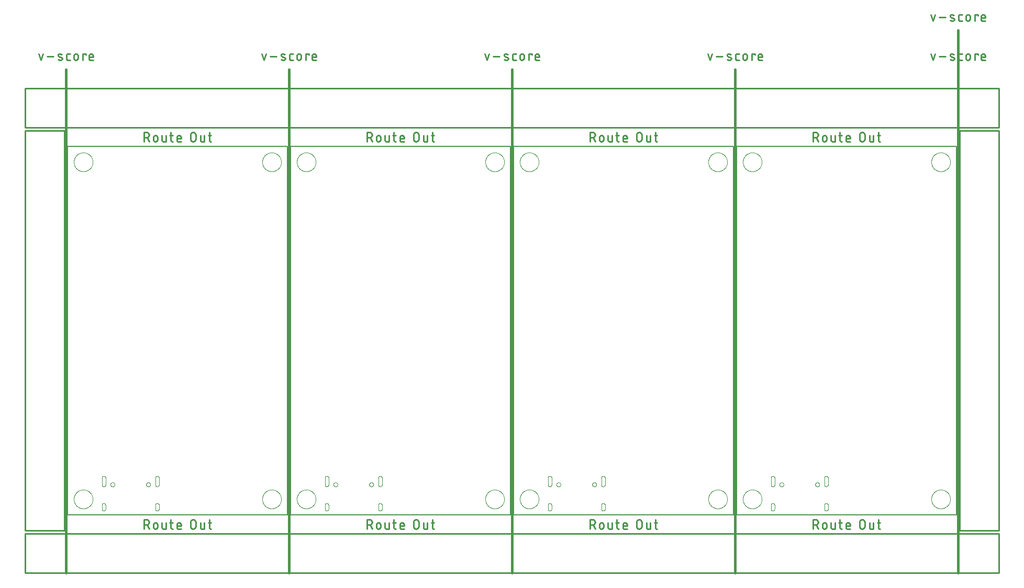
<source format=gko>
G04 EAGLE Gerber RS-274X export*
G75*
%MOMM*%
%FSLAX34Y34*%
%LPD*%
%IN*%
%IPPOS*%
%AMOC8*
5,1,8,0,0,1.08239X$1,22.5*%
G01*
%ADD10C,0.203200*%
%ADD11C,0.279400*%
%ADD12C,0.381000*%
%ADD13C,0.254000*%
%ADD14C,0.000000*%
%ADD15C,0.010000*%


D10*
X0Y596900D02*
X0Y0D01*
X355600Y0D01*
X355600Y596900D01*
X0Y596900D01*
D11*
X123304Y-7747D02*
X123304Y-22733D01*
X123304Y-7747D02*
X127467Y-7747D01*
X127595Y-7749D01*
X127723Y-7755D01*
X127851Y-7765D01*
X127979Y-7779D01*
X128106Y-7796D01*
X128232Y-7818D01*
X128358Y-7843D01*
X128482Y-7873D01*
X128606Y-7906D01*
X128729Y-7943D01*
X128851Y-7984D01*
X128971Y-8028D01*
X129090Y-8076D01*
X129207Y-8128D01*
X129323Y-8183D01*
X129436Y-8242D01*
X129549Y-8305D01*
X129659Y-8371D01*
X129766Y-8440D01*
X129872Y-8512D01*
X129976Y-8588D01*
X130077Y-8667D01*
X130176Y-8749D01*
X130272Y-8834D01*
X130365Y-8921D01*
X130456Y-9012D01*
X130543Y-9105D01*
X130628Y-9201D01*
X130710Y-9300D01*
X130789Y-9401D01*
X130865Y-9505D01*
X130937Y-9611D01*
X131006Y-9718D01*
X131072Y-9829D01*
X131135Y-9941D01*
X131194Y-10054D01*
X131249Y-10170D01*
X131301Y-10287D01*
X131349Y-10406D01*
X131393Y-10526D01*
X131434Y-10648D01*
X131471Y-10771D01*
X131504Y-10895D01*
X131534Y-11019D01*
X131559Y-11145D01*
X131581Y-11271D01*
X131598Y-11398D01*
X131612Y-11526D01*
X131622Y-11654D01*
X131628Y-11782D01*
X131630Y-11910D01*
X131628Y-12038D01*
X131622Y-12166D01*
X131612Y-12294D01*
X131598Y-12422D01*
X131581Y-12549D01*
X131559Y-12675D01*
X131534Y-12801D01*
X131504Y-12925D01*
X131471Y-13049D01*
X131434Y-13172D01*
X131393Y-13294D01*
X131349Y-13414D01*
X131301Y-13533D01*
X131249Y-13650D01*
X131194Y-13766D01*
X131135Y-13879D01*
X131072Y-13992D01*
X131006Y-14102D01*
X130937Y-14209D01*
X130865Y-14315D01*
X130789Y-14419D01*
X130710Y-14520D01*
X130628Y-14619D01*
X130543Y-14715D01*
X130456Y-14808D01*
X130365Y-14899D01*
X130272Y-14986D01*
X130176Y-15071D01*
X130077Y-15153D01*
X129976Y-15232D01*
X129872Y-15308D01*
X129766Y-15380D01*
X129659Y-15449D01*
X129549Y-15515D01*
X129436Y-15578D01*
X129323Y-15637D01*
X129207Y-15692D01*
X129090Y-15744D01*
X128971Y-15792D01*
X128851Y-15836D01*
X128729Y-15877D01*
X128606Y-15914D01*
X128482Y-15947D01*
X128358Y-15977D01*
X128232Y-16002D01*
X128106Y-16024D01*
X127979Y-16041D01*
X127851Y-16055D01*
X127723Y-16065D01*
X127595Y-16071D01*
X127467Y-16073D01*
X123304Y-16073D01*
X128299Y-16073D02*
X131629Y-22733D01*
X138588Y-19403D02*
X138588Y-16073D01*
X138590Y-15959D01*
X138596Y-15846D01*
X138605Y-15732D01*
X138619Y-15620D01*
X138636Y-15507D01*
X138658Y-15395D01*
X138683Y-15285D01*
X138711Y-15175D01*
X138744Y-15066D01*
X138780Y-14958D01*
X138820Y-14851D01*
X138864Y-14746D01*
X138911Y-14643D01*
X138961Y-14541D01*
X139015Y-14441D01*
X139073Y-14343D01*
X139134Y-14247D01*
X139197Y-14153D01*
X139265Y-14061D01*
X139335Y-13971D01*
X139408Y-13885D01*
X139484Y-13800D01*
X139563Y-13718D01*
X139645Y-13639D01*
X139730Y-13563D01*
X139816Y-13490D01*
X139906Y-13420D01*
X139998Y-13352D01*
X140092Y-13289D01*
X140188Y-13228D01*
X140286Y-13170D01*
X140386Y-13116D01*
X140488Y-13066D01*
X140591Y-13019D01*
X140696Y-12975D01*
X140803Y-12935D01*
X140911Y-12899D01*
X141020Y-12866D01*
X141130Y-12838D01*
X141240Y-12813D01*
X141352Y-12791D01*
X141465Y-12774D01*
X141577Y-12760D01*
X141691Y-12751D01*
X141804Y-12745D01*
X141918Y-12743D01*
X142032Y-12745D01*
X142145Y-12751D01*
X142259Y-12760D01*
X142371Y-12774D01*
X142484Y-12791D01*
X142596Y-12813D01*
X142706Y-12838D01*
X142816Y-12866D01*
X142925Y-12899D01*
X143033Y-12935D01*
X143140Y-12975D01*
X143245Y-13019D01*
X143348Y-13066D01*
X143450Y-13116D01*
X143550Y-13170D01*
X143648Y-13228D01*
X143744Y-13289D01*
X143838Y-13352D01*
X143930Y-13420D01*
X144020Y-13490D01*
X144106Y-13563D01*
X144191Y-13639D01*
X144273Y-13718D01*
X144352Y-13800D01*
X144428Y-13885D01*
X144501Y-13971D01*
X144571Y-14061D01*
X144639Y-14153D01*
X144702Y-14247D01*
X144763Y-14343D01*
X144821Y-14441D01*
X144875Y-14541D01*
X144925Y-14643D01*
X144972Y-14746D01*
X145016Y-14851D01*
X145056Y-14958D01*
X145092Y-15066D01*
X145125Y-15175D01*
X145153Y-15285D01*
X145178Y-15395D01*
X145200Y-15507D01*
X145217Y-15620D01*
X145231Y-15732D01*
X145240Y-15846D01*
X145246Y-15959D01*
X145248Y-16073D01*
X145248Y-19403D01*
X145246Y-19517D01*
X145240Y-19630D01*
X145231Y-19744D01*
X145217Y-19856D01*
X145200Y-19969D01*
X145178Y-20081D01*
X145153Y-20191D01*
X145125Y-20301D01*
X145092Y-20410D01*
X145056Y-20518D01*
X145016Y-20625D01*
X144972Y-20730D01*
X144925Y-20833D01*
X144875Y-20935D01*
X144821Y-21035D01*
X144763Y-21133D01*
X144702Y-21229D01*
X144639Y-21323D01*
X144571Y-21415D01*
X144501Y-21505D01*
X144428Y-21591D01*
X144352Y-21676D01*
X144273Y-21758D01*
X144191Y-21837D01*
X144106Y-21913D01*
X144020Y-21986D01*
X143930Y-22056D01*
X143838Y-22124D01*
X143744Y-22187D01*
X143648Y-22248D01*
X143550Y-22306D01*
X143450Y-22360D01*
X143348Y-22410D01*
X143245Y-22457D01*
X143140Y-22501D01*
X143033Y-22541D01*
X142925Y-22577D01*
X142816Y-22610D01*
X142706Y-22638D01*
X142596Y-22663D01*
X142484Y-22685D01*
X142371Y-22702D01*
X142259Y-22716D01*
X142145Y-22725D01*
X142032Y-22731D01*
X141918Y-22733D01*
X141804Y-22731D01*
X141691Y-22725D01*
X141577Y-22716D01*
X141465Y-22702D01*
X141352Y-22685D01*
X141240Y-22663D01*
X141130Y-22638D01*
X141020Y-22610D01*
X140911Y-22577D01*
X140803Y-22541D01*
X140696Y-22501D01*
X140591Y-22457D01*
X140488Y-22410D01*
X140386Y-22360D01*
X140286Y-22306D01*
X140188Y-22248D01*
X140092Y-22187D01*
X139998Y-22124D01*
X139906Y-22056D01*
X139816Y-21986D01*
X139730Y-21913D01*
X139645Y-21837D01*
X139563Y-21758D01*
X139484Y-21676D01*
X139408Y-21591D01*
X139335Y-21505D01*
X139265Y-21415D01*
X139197Y-21323D01*
X139134Y-21229D01*
X139073Y-21133D01*
X139015Y-21035D01*
X138961Y-20935D01*
X138911Y-20833D01*
X138864Y-20730D01*
X138820Y-20625D01*
X138780Y-20518D01*
X138744Y-20410D01*
X138711Y-20301D01*
X138683Y-20191D01*
X138658Y-20081D01*
X138636Y-19969D01*
X138619Y-19856D01*
X138605Y-19744D01*
X138596Y-19630D01*
X138590Y-19517D01*
X138588Y-19403D01*
X152656Y-20235D02*
X152656Y-12742D01*
X152655Y-20235D02*
X152657Y-20333D01*
X152663Y-20431D01*
X152672Y-20529D01*
X152686Y-20626D01*
X152703Y-20722D01*
X152724Y-20818D01*
X152749Y-20913D01*
X152777Y-21007D01*
X152809Y-21100D01*
X152845Y-21191D01*
X152884Y-21281D01*
X152927Y-21369D01*
X152974Y-21456D01*
X153023Y-21540D01*
X153076Y-21623D01*
X153132Y-21703D01*
X153191Y-21782D01*
X153254Y-21857D01*
X153319Y-21931D01*
X153387Y-22001D01*
X153457Y-22069D01*
X153531Y-22135D01*
X153607Y-22197D01*
X153685Y-22256D01*
X153765Y-22312D01*
X153848Y-22365D01*
X153932Y-22415D01*
X154019Y-22461D01*
X154107Y-22504D01*
X154197Y-22543D01*
X154288Y-22579D01*
X154381Y-22611D01*
X154475Y-22639D01*
X154570Y-22664D01*
X154666Y-22685D01*
X154762Y-22702D01*
X154859Y-22716D01*
X154957Y-22725D01*
X155055Y-22731D01*
X155153Y-22733D01*
X159316Y-22733D01*
X159316Y-12742D01*
X165297Y-12742D02*
X170292Y-12742D01*
X166962Y-7747D02*
X166962Y-20235D01*
X166964Y-20333D01*
X166970Y-20431D01*
X166979Y-20529D01*
X166993Y-20626D01*
X167010Y-20722D01*
X167031Y-20818D01*
X167056Y-20913D01*
X167084Y-21007D01*
X167116Y-21100D01*
X167152Y-21191D01*
X167191Y-21281D01*
X167234Y-21369D01*
X167281Y-21456D01*
X167330Y-21540D01*
X167383Y-21623D01*
X167439Y-21703D01*
X167498Y-21782D01*
X167561Y-21857D01*
X167626Y-21931D01*
X167694Y-22001D01*
X167764Y-22069D01*
X167838Y-22135D01*
X167914Y-22197D01*
X167992Y-22256D01*
X168072Y-22312D01*
X168155Y-22365D01*
X168239Y-22415D01*
X168326Y-22461D01*
X168414Y-22504D01*
X168504Y-22543D01*
X168595Y-22579D01*
X168688Y-22611D01*
X168782Y-22639D01*
X168877Y-22664D01*
X168973Y-22685D01*
X169069Y-22702D01*
X169166Y-22716D01*
X169264Y-22725D01*
X169362Y-22731D01*
X169460Y-22733D01*
X170292Y-22733D01*
X179121Y-22733D02*
X183284Y-22733D01*
X179121Y-22733D02*
X179023Y-22731D01*
X178925Y-22725D01*
X178827Y-22716D01*
X178730Y-22702D01*
X178634Y-22685D01*
X178538Y-22664D01*
X178443Y-22639D01*
X178349Y-22611D01*
X178256Y-22579D01*
X178165Y-22543D01*
X178075Y-22504D01*
X177987Y-22461D01*
X177900Y-22414D01*
X177816Y-22365D01*
X177733Y-22312D01*
X177653Y-22256D01*
X177575Y-22197D01*
X177499Y-22135D01*
X177425Y-22069D01*
X177355Y-22001D01*
X177287Y-21931D01*
X177222Y-21857D01*
X177159Y-21782D01*
X177100Y-21703D01*
X177044Y-21623D01*
X176991Y-21540D01*
X176942Y-21456D01*
X176895Y-21369D01*
X176852Y-21281D01*
X176813Y-21191D01*
X176777Y-21100D01*
X176745Y-21007D01*
X176717Y-20913D01*
X176692Y-20818D01*
X176671Y-20722D01*
X176654Y-20626D01*
X176640Y-20529D01*
X176631Y-20431D01*
X176625Y-20333D01*
X176623Y-20235D01*
X176624Y-20235D02*
X176624Y-16073D01*
X176626Y-15959D01*
X176632Y-15846D01*
X176641Y-15732D01*
X176655Y-15620D01*
X176672Y-15507D01*
X176694Y-15395D01*
X176719Y-15285D01*
X176747Y-15175D01*
X176780Y-15066D01*
X176816Y-14958D01*
X176856Y-14851D01*
X176900Y-14746D01*
X176947Y-14643D01*
X176997Y-14541D01*
X177051Y-14441D01*
X177109Y-14343D01*
X177170Y-14247D01*
X177233Y-14153D01*
X177301Y-14061D01*
X177371Y-13971D01*
X177444Y-13885D01*
X177520Y-13800D01*
X177599Y-13718D01*
X177681Y-13639D01*
X177766Y-13563D01*
X177852Y-13490D01*
X177942Y-13420D01*
X178034Y-13352D01*
X178128Y-13289D01*
X178224Y-13228D01*
X178322Y-13170D01*
X178422Y-13116D01*
X178524Y-13066D01*
X178627Y-13019D01*
X178732Y-12975D01*
X178839Y-12935D01*
X178947Y-12899D01*
X179056Y-12866D01*
X179166Y-12838D01*
X179276Y-12813D01*
X179388Y-12791D01*
X179501Y-12774D01*
X179613Y-12760D01*
X179727Y-12751D01*
X179840Y-12745D01*
X179954Y-12743D01*
X180068Y-12745D01*
X180181Y-12751D01*
X180295Y-12760D01*
X180407Y-12774D01*
X180520Y-12791D01*
X180632Y-12813D01*
X180742Y-12838D01*
X180852Y-12866D01*
X180961Y-12899D01*
X181069Y-12935D01*
X181176Y-12975D01*
X181281Y-13019D01*
X181384Y-13066D01*
X181486Y-13116D01*
X181586Y-13170D01*
X181684Y-13228D01*
X181780Y-13289D01*
X181874Y-13352D01*
X181966Y-13420D01*
X182056Y-13490D01*
X182142Y-13563D01*
X182227Y-13639D01*
X182309Y-13718D01*
X182388Y-13800D01*
X182464Y-13885D01*
X182537Y-13971D01*
X182607Y-14061D01*
X182675Y-14153D01*
X182738Y-14247D01*
X182799Y-14343D01*
X182857Y-14441D01*
X182911Y-14541D01*
X182961Y-14643D01*
X183008Y-14746D01*
X183052Y-14851D01*
X183092Y-14958D01*
X183128Y-15066D01*
X183161Y-15175D01*
X183189Y-15285D01*
X183214Y-15395D01*
X183236Y-15507D01*
X183253Y-15620D01*
X183267Y-15732D01*
X183276Y-15846D01*
X183282Y-15959D01*
X183284Y-16073D01*
X183284Y-17738D01*
X176624Y-17738D01*
X198717Y-18570D02*
X198717Y-11910D01*
X198719Y-11782D01*
X198725Y-11654D01*
X198735Y-11526D01*
X198749Y-11398D01*
X198766Y-11271D01*
X198788Y-11145D01*
X198813Y-11019D01*
X198843Y-10895D01*
X198876Y-10771D01*
X198913Y-10648D01*
X198954Y-10526D01*
X198998Y-10406D01*
X199046Y-10287D01*
X199098Y-10170D01*
X199153Y-10054D01*
X199212Y-9941D01*
X199275Y-9828D01*
X199341Y-9718D01*
X199410Y-9611D01*
X199482Y-9505D01*
X199558Y-9401D01*
X199637Y-9300D01*
X199719Y-9201D01*
X199804Y-9105D01*
X199891Y-9012D01*
X199982Y-8921D01*
X200075Y-8834D01*
X200171Y-8749D01*
X200270Y-8667D01*
X200371Y-8588D01*
X200475Y-8512D01*
X200581Y-8440D01*
X200688Y-8371D01*
X200799Y-8305D01*
X200911Y-8242D01*
X201024Y-8183D01*
X201140Y-8128D01*
X201257Y-8076D01*
X201376Y-8028D01*
X201496Y-7984D01*
X201618Y-7943D01*
X201741Y-7906D01*
X201865Y-7873D01*
X201989Y-7843D01*
X202115Y-7818D01*
X202241Y-7796D01*
X202368Y-7779D01*
X202496Y-7765D01*
X202624Y-7755D01*
X202752Y-7749D01*
X202880Y-7747D01*
X203008Y-7749D01*
X203136Y-7755D01*
X203264Y-7765D01*
X203392Y-7779D01*
X203519Y-7796D01*
X203645Y-7818D01*
X203771Y-7843D01*
X203895Y-7873D01*
X204019Y-7906D01*
X204142Y-7943D01*
X204264Y-7984D01*
X204384Y-8028D01*
X204503Y-8076D01*
X204620Y-8128D01*
X204736Y-8183D01*
X204849Y-8242D01*
X204962Y-8305D01*
X205072Y-8371D01*
X205179Y-8440D01*
X205285Y-8512D01*
X205389Y-8588D01*
X205490Y-8667D01*
X205589Y-8749D01*
X205685Y-8834D01*
X205778Y-8921D01*
X205869Y-9012D01*
X205956Y-9105D01*
X206041Y-9201D01*
X206123Y-9300D01*
X206202Y-9401D01*
X206278Y-9505D01*
X206350Y-9611D01*
X206419Y-9718D01*
X206485Y-9829D01*
X206548Y-9941D01*
X206607Y-10054D01*
X206662Y-10170D01*
X206714Y-10287D01*
X206762Y-10406D01*
X206806Y-10526D01*
X206847Y-10648D01*
X206884Y-10771D01*
X206917Y-10895D01*
X206947Y-11019D01*
X206972Y-11145D01*
X206994Y-11271D01*
X207011Y-11398D01*
X207025Y-11526D01*
X207035Y-11654D01*
X207041Y-11782D01*
X207043Y-11910D01*
X207042Y-11910D02*
X207042Y-18570D01*
X207043Y-18570D02*
X207041Y-18698D01*
X207035Y-18826D01*
X207025Y-18954D01*
X207011Y-19082D01*
X206994Y-19209D01*
X206972Y-19335D01*
X206947Y-19461D01*
X206917Y-19585D01*
X206884Y-19709D01*
X206847Y-19832D01*
X206806Y-19954D01*
X206762Y-20074D01*
X206714Y-20193D01*
X206662Y-20310D01*
X206607Y-20426D01*
X206548Y-20539D01*
X206485Y-20652D01*
X206419Y-20762D01*
X206350Y-20869D01*
X206278Y-20975D01*
X206202Y-21079D01*
X206123Y-21180D01*
X206041Y-21279D01*
X205956Y-21375D01*
X205869Y-21468D01*
X205778Y-21559D01*
X205685Y-21646D01*
X205589Y-21731D01*
X205490Y-21813D01*
X205389Y-21892D01*
X205285Y-21968D01*
X205179Y-22040D01*
X205072Y-22109D01*
X204961Y-22175D01*
X204849Y-22238D01*
X204736Y-22297D01*
X204620Y-22352D01*
X204503Y-22404D01*
X204384Y-22452D01*
X204264Y-22496D01*
X204142Y-22537D01*
X204019Y-22574D01*
X203895Y-22607D01*
X203771Y-22637D01*
X203645Y-22662D01*
X203519Y-22684D01*
X203392Y-22701D01*
X203264Y-22715D01*
X203136Y-22725D01*
X203008Y-22731D01*
X202880Y-22733D01*
X202752Y-22731D01*
X202624Y-22725D01*
X202496Y-22715D01*
X202368Y-22701D01*
X202241Y-22684D01*
X202115Y-22662D01*
X201989Y-22637D01*
X201865Y-22607D01*
X201741Y-22574D01*
X201618Y-22537D01*
X201496Y-22496D01*
X201376Y-22452D01*
X201257Y-22404D01*
X201140Y-22352D01*
X201024Y-22297D01*
X200911Y-22238D01*
X200799Y-22175D01*
X200688Y-22109D01*
X200581Y-22040D01*
X200475Y-21968D01*
X200371Y-21892D01*
X200270Y-21813D01*
X200171Y-21731D01*
X200075Y-21646D01*
X199982Y-21559D01*
X199891Y-21468D01*
X199804Y-21375D01*
X199719Y-21279D01*
X199637Y-21180D01*
X199558Y-21079D01*
X199482Y-20975D01*
X199410Y-20869D01*
X199341Y-20762D01*
X199275Y-20651D01*
X199212Y-20539D01*
X199153Y-20426D01*
X199098Y-20310D01*
X199046Y-20193D01*
X198998Y-20074D01*
X198954Y-19954D01*
X198913Y-19832D01*
X198876Y-19709D01*
X198843Y-19585D01*
X198813Y-19461D01*
X198788Y-19335D01*
X198766Y-19209D01*
X198749Y-19082D01*
X198735Y-18954D01*
X198725Y-18826D01*
X198719Y-18698D01*
X198717Y-18570D01*
X214659Y-20235D02*
X214659Y-12742D01*
X214659Y-20235D02*
X214661Y-20333D01*
X214667Y-20431D01*
X214676Y-20529D01*
X214690Y-20626D01*
X214707Y-20722D01*
X214728Y-20818D01*
X214753Y-20913D01*
X214781Y-21007D01*
X214813Y-21100D01*
X214849Y-21191D01*
X214888Y-21281D01*
X214931Y-21369D01*
X214978Y-21456D01*
X215027Y-21540D01*
X215080Y-21623D01*
X215136Y-21703D01*
X215195Y-21782D01*
X215258Y-21857D01*
X215323Y-21931D01*
X215391Y-22001D01*
X215461Y-22069D01*
X215535Y-22135D01*
X215611Y-22197D01*
X215689Y-22256D01*
X215769Y-22312D01*
X215852Y-22365D01*
X215936Y-22415D01*
X216023Y-22461D01*
X216111Y-22504D01*
X216201Y-22543D01*
X216292Y-22579D01*
X216385Y-22611D01*
X216479Y-22639D01*
X216574Y-22664D01*
X216670Y-22685D01*
X216766Y-22702D01*
X216863Y-22716D01*
X216961Y-22725D01*
X217059Y-22731D01*
X217157Y-22733D01*
X221320Y-22733D01*
X221320Y-12742D01*
X227301Y-12742D02*
X232296Y-12742D01*
X228966Y-7747D02*
X228966Y-20235D01*
X228965Y-20235D02*
X228967Y-20333D01*
X228973Y-20431D01*
X228982Y-20529D01*
X228996Y-20626D01*
X229013Y-20722D01*
X229034Y-20818D01*
X229059Y-20913D01*
X229087Y-21007D01*
X229119Y-21100D01*
X229155Y-21191D01*
X229194Y-21281D01*
X229237Y-21369D01*
X229284Y-21456D01*
X229333Y-21540D01*
X229386Y-21623D01*
X229442Y-21703D01*
X229501Y-21782D01*
X229564Y-21857D01*
X229629Y-21931D01*
X229697Y-22001D01*
X229767Y-22069D01*
X229841Y-22135D01*
X229917Y-22197D01*
X229995Y-22256D01*
X230075Y-22312D01*
X230158Y-22365D01*
X230242Y-22415D01*
X230329Y-22461D01*
X230417Y-22504D01*
X230507Y-22543D01*
X230598Y-22579D01*
X230691Y-22611D01*
X230785Y-22639D01*
X230880Y-22664D01*
X230976Y-22685D01*
X231072Y-22702D01*
X231169Y-22716D01*
X231267Y-22725D01*
X231365Y-22731D01*
X231463Y-22733D01*
X231464Y-22733D02*
X232296Y-22733D01*
X123304Y604647D02*
X123304Y619633D01*
X127467Y619633D01*
X127595Y619631D01*
X127723Y619625D01*
X127851Y619615D01*
X127979Y619601D01*
X128106Y619584D01*
X128232Y619562D01*
X128358Y619537D01*
X128482Y619507D01*
X128606Y619474D01*
X128729Y619437D01*
X128851Y619396D01*
X128971Y619352D01*
X129090Y619304D01*
X129207Y619252D01*
X129323Y619197D01*
X129436Y619138D01*
X129549Y619075D01*
X129659Y619009D01*
X129766Y618940D01*
X129872Y618868D01*
X129976Y618792D01*
X130077Y618713D01*
X130176Y618631D01*
X130272Y618546D01*
X130365Y618459D01*
X130456Y618368D01*
X130543Y618275D01*
X130628Y618179D01*
X130710Y618080D01*
X130789Y617979D01*
X130865Y617875D01*
X130937Y617769D01*
X131006Y617662D01*
X131072Y617552D01*
X131135Y617439D01*
X131194Y617326D01*
X131249Y617210D01*
X131301Y617093D01*
X131349Y616974D01*
X131393Y616854D01*
X131434Y616732D01*
X131471Y616609D01*
X131504Y616485D01*
X131534Y616361D01*
X131559Y616235D01*
X131581Y616109D01*
X131598Y615982D01*
X131612Y615854D01*
X131622Y615726D01*
X131628Y615598D01*
X131630Y615470D01*
X131628Y615342D01*
X131622Y615214D01*
X131612Y615086D01*
X131598Y614958D01*
X131581Y614831D01*
X131559Y614705D01*
X131534Y614579D01*
X131504Y614455D01*
X131471Y614331D01*
X131434Y614208D01*
X131393Y614086D01*
X131349Y613966D01*
X131301Y613847D01*
X131249Y613730D01*
X131194Y613614D01*
X131135Y613501D01*
X131072Y613389D01*
X131006Y613278D01*
X130937Y613171D01*
X130865Y613065D01*
X130789Y612961D01*
X130710Y612860D01*
X130628Y612761D01*
X130543Y612665D01*
X130456Y612572D01*
X130365Y612481D01*
X130272Y612394D01*
X130176Y612309D01*
X130077Y612227D01*
X129976Y612148D01*
X129872Y612072D01*
X129766Y612000D01*
X129659Y611931D01*
X129549Y611865D01*
X129436Y611802D01*
X129323Y611743D01*
X129207Y611688D01*
X129090Y611636D01*
X128971Y611588D01*
X128851Y611544D01*
X128729Y611503D01*
X128606Y611466D01*
X128482Y611433D01*
X128358Y611403D01*
X128232Y611378D01*
X128106Y611356D01*
X127979Y611339D01*
X127851Y611325D01*
X127723Y611315D01*
X127595Y611309D01*
X127467Y611307D01*
X123304Y611307D01*
X128299Y611307D02*
X131629Y604647D01*
X138588Y607977D02*
X138588Y611307D01*
X138590Y611421D01*
X138596Y611534D01*
X138605Y611648D01*
X138619Y611760D01*
X138636Y611873D01*
X138658Y611985D01*
X138683Y612095D01*
X138711Y612205D01*
X138744Y612314D01*
X138780Y612422D01*
X138820Y612529D01*
X138864Y612634D01*
X138911Y612737D01*
X138961Y612839D01*
X139015Y612939D01*
X139073Y613037D01*
X139134Y613133D01*
X139197Y613227D01*
X139265Y613319D01*
X139335Y613409D01*
X139408Y613495D01*
X139484Y613580D01*
X139563Y613662D01*
X139645Y613741D01*
X139730Y613817D01*
X139816Y613890D01*
X139906Y613960D01*
X139998Y614028D01*
X140092Y614091D01*
X140188Y614152D01*
X140286Y614210D01*
X140386Y614264D01*
X140488Y614314D01*
X140591Y614361D01*
X140696Y614405D01*
X140803Y614445D01*
X140911Y614481D01*
X141020Y614514D01*
X141130Y614542D01*
X141240Y614567D01*
X141352Y614589D01*
X141465Y614606D01*
X141577Y614620D01*
X141691Y614629D01*
X141804Y614635D01*
X141918Y614637D01*
X142032Y614635D01*
X142145Y614629D01*
X142259Y614620D01*
X142371Y614606D01*
X142484Y614589D01*
X142596Y614567D01*
X142706Y614542D01*
X142816Y614514D01*
X142925Y614481D01*
X143033Y614445D01*
X143140Y614405D01*
X143245Y614361D01*
X143348Y614314D01*
X143450Y614264D01*
X143550Y614210D01*
X143648Y614152D01*
X143744Y614091D01*
X143838Y614028D01*
X143930Y613960D01*
X144020Y613890D01*
X144106Y613817D01*
X144191Y613741D01*
X144273Y613662D01*
X144352Y613580D01*
X144428Y613495D01*
X144501Y613409D01*
X144571Y613319D01*
X144639Y613227D01*
X144702Y613133D01*
X144763Y613037D01*
X144821Y612939D01*
X144875Y612839D01*
X144925Y612737D01*
X144972Y612634D01*
X145016Y612529D01*
X145056Y612422D01*
X145092Y612314D01*
X145125Y612205D01*
X145153Y612095D01*
X145178Y611985D01*
X145200Y611873D01*
X145217Y611760D01*
X145231Y611648D01*
X145240Y611534D01*
X145246Y611421D01*
X145248Y611307D01*
X145248Y607977D01*
X145246Y607863D01*
X145240Y607750D01*
X145231Y607636D01*
X145217Y607524D01*
X145200Y607411D01*
X145178Y607299D01*
X145153Y607189D01*
X145125Y607079D01*
X145092Y606970D01*
X145056Y606862D01*
X145016Y606755D01*
X144972Y606650D01*
X144925Y606547D01*
X144875Y606445D01*
X144821Y606345D01*
X144763Y606247D01*
X144702Y606151D01*
X144639Y606057D01*
X144571Y605965D01*
X144501Y605875D01*
X144428Y605789D01*
X144352Y605704D01*
X144273Y605622D01*
X144191Y605543D01*
X144106Y605467D01*
X144020Y605394D01*
X143930Y605324D01*
X143838Y605256D01*
X143744Y605193D01*
X143648Y605132D01*
X143550Y605074D01*
X143450Y605020D01*
X143348Y604970D01*
X143245Y604923D01*
X143140Y604879D01*
X143033Y604839D01*
X142925Y604803D01*
X142816Y604770D01*
X142706Y604742D01*
X142596Y604717D01*
X142484Y604695D01*
X142371Y604678D01*
X142259Y604664D01*
X142145Y604655D01*
X142032Y604649D01*
X141918Y604647D01*
X141804Y604649D01*
X141691Y604655D01*
X141577Y604664D01*
X141465Y604678D01*
X141352Y604695D01*
X141240Y604717D01*
X141130Y604742D01*
X141020Y604770D01*
X140911Y604803D01*
X140803Y604839D01*
X140696Y604879D01*
X140591Y604923D01*
X140488Y604970D01*
X140386Y605020D01*
X140286Y605074D01*
X140188Y605132D01*
X140092Y605193D01*
X139998Y605256D01*
X139906Y605324D01*
X139816Y605394D01*
X139730Y605467D01*
X139645Y605543D01*
X139563Y605622D01*
X139484Y605704D01*
X139408Y605789D01*
X139335Y605875D01*
X139265Y605965D01*
X139197Y606057D01*
X139134Y606151D01*
X139073Y606247D01*
X139015Y606345D01*
X138961Y606445D01*
X138911Y606547D01*
X138864Y606650D01*
X138820Y606755D01*
X138780Y606862D01*
X138744Y606970D01*
X138711Y607079D01*
X138683Y607189D01*
X138658Y607299D01*
X138636Y607411D01*
X138619Y607524D01*
X138605Y607636D01*
X138596Y607750D01*
X138590Y607863D01*
X138588Y607977D01*
X152656Y607145D02*
X152656Y614638D01*
X152655Y607145D02*
X152657Y607047D01*
X152663Y606949D01*
X152672Y606851D01*
X152686Y606754D01*
X152703Y606658D01*
X152724Y606562D01*
X152749Y606467D01*
X152777Y606373D01*
X152809Y606280D01*
X152845Y606189D01*
X152884Y606099D01*
X152927Y606011D01*
X152974Y605924D01*
X153023Y605840D01*
X153076Y605757D01*
X153132Y605677D01*
X153191Y605599D01*
X153254Y605523D01*
X153319Y605449D01*
X153387Y605379D01*
X153457Y605311D01*
X153531Y605246D01*
X153607Y605183D01*
X153685Y605124D01*
X153765Y605068D01*
X153848Y605015D01*
X153932Y604966D01*
X154019Y604919D01*
X154107Y604876D01*
X154197Y604837D01*
X154288Y604801D01*
X154381Y604769D01*
X154475Y604741D01*
X154570Y604716D01*
X154666Y604695D01*
X154762Y604678D01*
X154859Y604664D01*
X154957Y604655D01*
X155055Y604649D01*
X155153Y604647D01*
X159316Y604647D01*
X159316Y614638D01*
X165297Y614638D02*
X170292Y614638D01*
X166962Y619633D02*
X166962Y607145D01*
X166964Y607047D01*
X166970Y606949D01*
X166979Y606851D01*
X166993Y606754D01*
X167010Y606658D01*
X167031Y606562D01*
X167056Y606467D01*
X167084Y606373D01*
X167116Y606280D01*
X167152Y606189D01*
X167191Y606099D01*
X167234Y606011D01*
X167281Y605924D01*
X167330Y605840D01*
X167383Y605757D01*
X167439Y605677D01*
X167498Y605599D01*
X167561Y605523D01*
X167626Y605449D01*
X167694Y605379D01*
X167764Y605311D01*
X167838Y605246D01*
X167914Y605183D01*
X167992Y605124D01*
X168072Y605068D01*
X168155Y605015D01*
X168239Y604966D01*
X168326Y604919D01*
X168414Y604876D01*
X168504Y604837D01*
X168595Y604801D01*
X168688Y604769D01*
X168782Y604741D01*
X168877Y604716D01*
X168973Y604695D01*
X169069Y604678D01*
X169166Y604664D01*
X169264Y604655D01*
X169362Y604649D01*
X169460Y604647D01*
X170292Y604647D01*
X179121Y604647D02*
X183284Y604647D01*
X179121Y604647D02*
X179023Y604649D01*
X178925Y604655D01*
X178827Y604664D01*
X178730Y604678D01*
X178634Y604695D01*
X178538Y604716D01*
X178443Y604741D01*
X178349Y604769D01*
X178256Y604801D01*
X178165Y604837D01*
X178075Y604876D01*
X177987Y604919D01*
X177900Y604966D01*
X177816Y605015D01*
X177733Y605068D01*
X177653Y605124D01*
X177575Y605183D01*
X177499Y605246D01*
X177425Y605311D01*
X177355Y605379D01*
X177287Y605449D01*
X177222Y605523D01*
X177159Y605599D01*
X177100Y605677D01*
X177044Y605757D01*
X176991Y605840D01*
X176942Y605924D01*
X176895Y606011D01*
X176852Y606099D01*
X176813Y606189D01*
X176777Y606280D01*
X176745Y606373D01*
X176717Y606467D01*
X176692Y606562D01*
X176671Y606658D01*
X176654Y606754D01*
X176640Y606851D01*
X176631Y606949D01*
X176625Y607047D01*
X176623Y607145D01*
X176624Y607145D02*
X176624Y611307D01*
X176626Y611421D01*
X176632Y611534D01*
X176641Y611648D01*
X176655Y611760D01*
X176672Y611873D01*
X176694Y611985D01*
X176719Y612095D01*
X176747Y612205D01*
X176780Y612314D01*
X176816Y612422D01*
X176856Y612529D01*
X176900Y612634D01*
X176947Y612737D01*
X176997Y612839D01*
X177051Y612939D01*
X177109Y613037D01*
X177170Y613133D01*
X177233Y613227D01*
X177301Y613319D01*
X177371Y613409D01*
X177444Y613495D01*
X177520Y613580D01*
X177599Y613662D01*
X177681Y613741D01*
X177766Y613817D01*
X177852Y613890D01*
X177942Y613960D01*
X178034Y614028D01*
X178128Y614091D01*
X178224Y614152D01*
X178322Y614210D01*
X178422Y614264D01*
X178524Y614314D01*
X178627Y614361D01*
X178732Y614405D01*
X178839Y614445D01*
X178947Y614481D01*
X179056Y614514D01*
X179166Y614542D01*
X179276Y614567D01*
X179388Y614589D01*
X179501Y614606D01*
X179613Y614620D01*
X179727Y614629D01*
X179840Y614635D01*
X179954Y614637D01*
X180068Y614635D01*
X180181Y614629D01*
X180295Y614620D01*
X180407Y614606D01*
X180520Y614589D01*
X180632Y614567D01*
X180742Y614542D01*
X180852Y614514D01*
X180961Y614481D01*
X181069Y614445D01*
X181176Y614405D01*
X181281Y614361D01*
X181384Y614314D01*
X181486Y614264D01*
X181586Y614210D01*
X181684Y614152D01*
X181780Y614091D01*
X181874Y614028D01*
X181966Y613960D01*
X182056Y613890D01*
X182142Y613817D01*
X182227Y613741D01*
X182309Y613662D01*
X182388Y613580D01*
X182464Y613495D01*
X182537Y613409D01*
X182607Y613319D01*
X182675Y613227D01*
X182738Y613133D01*
X182799Y613037D01*
X182857Y612939D01*
X182911Y612839D01*
X182961Y612737D01*
X183008Y612634D01*
X183052Y612529D01*
X183092Y612422D01*
X183128Y612314D01*
X183161Y612205D01*
X183189Y612095D01*
X183214Y611985D01*
X183236Y611873D01*
X183253Y611760D01*
X183267Y611648D01*
X183276Y611534D01*
X183282Y611421D01*
X183284Y611307D01*
X183284Y609642D01*
X176624Y609642D01*
X198717Y608810D02*
X198717Y615470D01*
X198719Y615598D01*
X198725Y615726D01*
X198735Y615854D01*
X198749Y615982D01*
X198766Y616109D01*
X198788Y616235D01*
X198813Y616361D01*
X198843Y616485D01*
X198876Y616609D01*
X198913Y616732D01*
X198954Y616854D01*
X198998Y616974D01*
X199046Y617093D01*
X199098Y617210D01*
X199153Y617326D01*
X199212Y617439D01*
X199275Y617552D01*
X199341Y617662D01*
X199410Y617769D01*
X199482Y617875D01*
X199558Y617979D01*
X199637Y618080D01*
X199719Y618179D01*
X199804Y618275D01*
X199891Y618368D01*
X199982Y618459D01*
X200075Y618546D01*
X200171Y618631D01*
X200270Y618713D01*
X200371Y618792D01*
X200475Y618868D01*
X200581Y618940D01*
X200688Y619009D01*
X200799Y619075D01*
X200911Y619138D01*
X201024Y619197D01*
X201140Y619252D01*
X201257Y619304D01*
X201376Y619352D01*
X201496Y619396D01*
X201618Y619437D01*
X201741Y619474D01*
X201865Y619507D01*
X201989Y619537D01*
X202115Y619562D01*
X202241Y619584D01*
X202368Y619601D01*
X202496Y619615D01*
X202624Y619625D01*
X202752Y619631D01*
X202880Y619633D01*
X203008Y619631D01*
X203136Y619625D01*
X203264Y619615D01*
X203392Y619601D01*
X203519Y619584D01*
X203645Y619562D01*
X203771Y619537D01*
X203895Y619507D01*
X204019Y619474D01*
X204142Y619437D01*
X204264Y619396D01*
X204384Y619352D01*
X204503Y619304D01*
X204620Y619252D01*
X204736Y619197D01*
X204849Y619138D01*
X204962Y619075D01*
X205072Y619009D01*
X205179Y618940D01*
X205285Y618868D01*
X205389Y618792D01*
X205490Y618713D01*
X205589Y618631D01*
X205685Y618546D01*
X205778Y618459D01*
X205869Y618368D01*
X205956Y618275D01*
X206041Y618179D01*
X206123Y618080D01*
X206202Y617979D01*
X206278Y617875D01*
X206350Y617769D01*
X206419Y617662D01*
X206485Y617552D01*
X206548Y617439D01*
X206607Y617326D01*
X206662Y617210D01*
X206714Y617093D01*
X206762Y616974D01*
X206806Y616854D01*
X206847Y616732D01*
X206884Y616609D01*
X206917Y616485D01*
X206947Y616361D01*
X206972Y616235D01*
X206994Y616109D01*
X207011Y615982D01*
X207025Y615854D01*
X207035Y615726D01*
X207041Y615598D01*
X207043Y615470D01*
X207042Y615470D02*
X207042Y608810D01*
X207043Y608810D02*
X207041Y608682D01*
X207035Y608554D01*
X207025Y608426D01*
X207011Y608298D01*
X206994Y608171D01*
X206972Y608045D01*
X206947Y607919D01*
X206917Y607795D01*
X206884Y607671D01*
X206847Y607548D01*
X206806Y607426D01*
X206762Y607306D01*
X206714Y607187D01*
X206662Y607070D01*
X206607Y606954D01*
X206548Y606841D01*
X206485Y606729D01*
X206419Y606618D01*
X206350Y606511D01*
X206278Y606405D01*
X206202Y606301D01*
X206123Y606200D01*
X206041Y606101D01*
X205956Y606005D01*
X205869Y605912D01*
X205778Y605821D01*
X205685Y605734D01*
X205589Y605649D01*
X205490Y605567D01*
X205389Y605488D01*
X205285Y605412D01*
X205179Y605340D01*
X205072Y605271D01*
X204961Y605205D01*
X204849Y605142D01*
X204736Y605083D01*
X204620Y605028D01*
X204503Y604976D01*
X204384Y604928D01*
X204264Y604884D01*
X204142Y604843D01*
X204019Y604806D01*
X203895Y604773D01*
X203771Y604743D01*
X203645Y604718D01*
X203519Y604696D01*
X203392Y604679D01*
X203264Y604665D01*
X203136Y604655D01*
X203008Y604649D01*
X202880Y604647D01*
X202752Y604649D01*
X202624Y604655D01*
X202496Y604665D01*
X202368Y604679D01*
X202241Y604696D01*
X202115Y604718D01*
X201989Y604743D01*
X201865Y604773D01*
X201741Y604806D01*
X201618Y604843D01*
X201496Y604884D01*
X201376Y604928D01*
X201257Y604976D01*
X201140Y605028D01*
X201024Y605083D01*
X200911Y605142D01*
X200799Y605205D01*
X200688Y605271D01*
X200581Y605340D01*
X200475Y605412D01*
X200371Y605488D01*
X200270Y605567D01*
X200171Y605649D01*
X200075Y605734D01*
X199982Y605821D01*
X199891Y605912D01*
X199804Y606005D01*
X199719Y606101D01*
X199637Y606200D01*
X199558Y606301D01*
X199482Y606405D01*
X199410Y606511D01*
X199341Y606618D01*
X199275Y606729D01*
X199212Y606841D01*
X199153Y606954D01*
X199098Y607070D01*
X199046Y607187D01*
X198998Y607306D01*
X198954Y607426D01*
X198913Y607548D01*
X198876Y607671D01*
X198843Y607795D01*
X198813Y607919D01*
X198788Y608045D01*
X198766Y608171D01*
X198749Y608298D01*
X198735Y608426D01*
X198725Y608554D01*
X198719Y608682D01*
X198717Y608810D01*
X214659Y607145D02*
X214659Y614638D01*
X214659Y607145D02*
X214661Y607047D01*
X214667Y606949D01*
X214676Y606851D01*
X214690Y606754D01*
X214707Y606658D01*
X214728Y606562D01*
X214753Y606467D01*
X214781Y606373D01*
X214813Y606280D01*
X214849Y606189D01*
X214888Y606099D01*
X214931Y606011D01*
X214978Y605924D01*
X215027Y605840D01*
X215080Y605757D01*
X215136Y605677D01*
X215195Y605599D01*
X215258Y605523D01*
X215323Y605449D01*
X215391Y605379D01*
X215461Y605311D01*
X215535Y605246D01*
X215611Y605183D01*
X215689Y605124D01*
X215769Y605068D01*
X215852Y605015D01*
X215936Y604966D01*
X216023Y604919D01*
X216111Y604876D01*
X216201Y604837D01*
X216292Y604801D01*
X216385Y604769D01*
X216479Y604741D01*
X216574Y604716D01*
X216670Y604695D01*
X216766Y604678D01*
X216863Y604664D01*
X216961Y604655D01*
X217059Y604649D01*
X217157Y604647D01*
X221320Y604647D01*
X221320Y614638D01*
X227301Y614638D02*
X232296Y614638D01*
X228966Y619633D02*
X228966Y607145D01*
X228968Y607047D01*
X228974Y606949D01*
X228983Y606851D01*
X228997Y606754D01*
X229014Y606658D01*
X229035Y606562D01*
X229060Y606467D01*
X229088Y606373D01*
X229120Y606280D01*
X229156Y606189D01*
X229195Y606099D01*
X229238Y606011D01*
X229285Y605924D01*
X229334Y605840D01*
X229387Y605757D01*
X229443Y605677D01*
X229502Y605599D01*
X229565Y605523D01*
X229630Y605449D01*
X229698Y605379D01*
X229768Y605311D01*
X229842Y605246D01*
X229918Y605183D01*
X229996Y605124D01*
X230076Y605068D01*
X230159Y605015D01*
X230243Y604966D01*
X230330Y604919D01*
X230418Y604876D01*
X230508Y604837D01*
X230599Y604801D01*
X230692Y604769D01*
X230786Y604741D01*
X230881Y604716D01*
X230977Y604695D01*
X231073Y604678D01*
X231170Y604664D01*
X231268Y604655D01*
X231366Y604649D01*
X231464Y604647D01*
X232296Y604647D01*
D10*
X360680Y596900D02*
X360680Y0D01*
X716280Y0D01*
X716280Y596900D01*
X360680Y596900D01*
D11*
X483984Y-7747D02*
X483984Y-22733D01*
X483984Y-7747D02*
X488147Y-7747D01*
X488275Y-7749D01*
X488403Y-7755D01*
X488531Y-7765D01*
X488659Y-7779D01*
X488786Y-7796D01*
X488912Y-7818D01*
X489038Y-7843D01*
X489162Y-7873D01*
X489286Y-7906D01*
X489409Y-7943D01*
X489531Y-7984D01*
X489651Y-8028D01*
X489770Y-8076D01*
X489887Y-8128D01*
X490003Y-8183D01*
X490116Y-8242D01*
X490229Y-8305D01*
X490339Y-8371D01*
X490446Y-8440D01*
X490552Y-8512D01*
X490656Y-8588D01*
X490757Y-8667D01*
X490856Y-8749D01*
X490952Y-8834D01*
X491045Y-8921D01*
X491136Y-9012D01*
X491223Y-9105D01*
X491308Y-9201D01*
X491390Y-9300D01*
X491469Y-9401D01*
X491545Y-9505D01*
X491617Y-9611D01*
X491686Y-9718D01*
X491752Y-9829D01*
X491815Y-9941D01*
X491874Y-10054D01*
X491929Y-10170D01*
X491981Y-10287D01*
X492029Y-10406D01*
X492073Y-10526D01*
X492114Y-10648D01*
X492151Y-10771D01*
X492184Y-10895D01*
X492214Y-11019D01*
X492239Y-11145D01*
X492261Y-11271D01*
X492278Y-11398D01*
X492292Y-11526D01*
X492302Y-11654D01*
X492308Y-11782D01*
X492310Y-11910D01*
X492308Y-12038D01*
X492302Y-12166D01*
X492292Y-12294D01*
X492278Y-12422D01*
X492261Y-12549D01*
X492239Y-12675D01*
X492214Y-12801D01*
X492184Y-12925D01*
X492151Y-13049D01*
X492114Y-13172D01*
X492073Y-13294D01*
X492029Y-13414D01*
X491981Y-13533D01*
X491929Y-13650D01*
X491874Y-13766D01*
X491815Y-13879D01*
X491752Y-13992D01*
X491686Y-14102D01*
X491617Y-14209D01*
X491545Y-14315D01*
X491469Y-14419D01*
X491390Y-14520D01*
X491308Y-14619D01*
X491223Y-14715D01*
X491136Y-14808D01*
X491045Y-14899D01*
X490952Y-14986D01*
X490856Y-15071D01*
X490757Y-15153D01*
X490656Y-15232D01*
X490552Y-15308D01*
X490446Y-15380D01*
X490339Y-15449D01*
X490229Y-15515D01*
X490116Y-15578D01*
X490003Y-15637D01*
X489887Y-15692D01*
X489770Y-15744D01*
X489651Y-15792D01*
X489531Y-15836D01*
X489409Y-15877D01*
X489286Y-15914D01*
X489162Y-15947D01*
X489038Y-15977D01*
X488912Y-16002D01*
X488786Y-16024D01*
X488659Y-16041D01*
X488531Y-16055D01*
X488403Y-16065D01*
X488275Y-16071D01*
X488147Y-16073D01*
X483984Y-16073D01*
X488979Y-16073D02*
X492309Y-22733D01*
X499268Y-19403D02*
X499268Y-16073D01*
X499270Y-15959D01*
X499276Y-15846D01*
X499285Y-15732D01*
X499299Y-15620D01*
X499316Y-15507D01*
X499338Y-15395D01*
X499363Y-15285D01*
X499391Y-15175D01*
X499424Y-15066D01*
X499460Y-14958D01*
X499500Y-14851D01*
X499544Y-14746D01*
X499591Y-14643D01*
X499641Y-14541D01*
X499695Y-14441D01*
X499753Y-14343D01*
X499814Y-14247D01*
X499877Y-14153D01*
X499945Y-14061D01*
X500015Y-13971D01*
X500088Y-13885D01*
X500164Y-13800D01*
X500243Y-13718D01*
X500325Y-13639D01*
X500410Y-13563D01*
X500496Y-13490D01*
X500586Y-13420D01*
X500678Y-13352D01*
X500772Y-13289D01*
X500868Y-13228D01*
X500966Y-13170D01*
X501066Y-13116D01*
X501168Y-13066D01*
X501271Y-13019D01*
X501376Y-12975D01*
X501483Y-12935D01*
X501591Y-12899D01*
X501700Y-12866D01*
X501810Y-12838D01*
X501920Y-12813D01*
X502032Y-12791D01*
X502145Y-12774D01*
X502257Y-12760D01*
X502371Y-12751D01*
X502484Y-12745D01*
X502598Y-12743D01*
X502712Y-12745D01*
X502825Y-12751D01*
X502939Y-12760D01*
X503051Y-12774D01*
X503164Y-12791D01*
X503276Y-12813D01*
X503386Y-12838D01*
X503496Y-12866D01*
X503605Y-12899D01*
X503713Y-12935D01*
X503820Y-12975D01*
X503925Y-13019D01*
X504028Y-13066D01*
X504130Y-13116D01*
X504230Y-13170D01*
X504328Y-13228D01*
X504424Y-13289D01*
X504518Y-13352D01*
X504610Y-13420D01*
X504700Y-13490D01*
X504786Y-13563D01*
X504871Y-13639D01*
X504953Y-13718D01*
X505032Y-13800D01*
X505108Y-13885D01*
X505181Y-13971D01*
X505251Y-14061D01*
X505319Y-14153D01*
X505382Y-14247D01*
X505443Y-14343D01*
X505501Y-14441D01*
X505555Y-14541D01*
X505605Y-14643D01*
X505652Y-14746D01*
X505696Y-14851D01*
X505736Y-14958D01*
X505772Y-15066D01*
X505805Y-15175D01*
X505833Y-15285D01*
X505858Y-15395D01*
X505880Y-15507D01*
X505897Y-15620D01*
X505911Y-15732D01*
X505920Y-15846D01*
X505926Y-15959D01*
X505928Y-16073D01*
X505928Y-19403D01*
X505926Y-19517D01*
X505920Y-19630D01*
X505911Y-19744D01*
X505897Y-19856D01*
X505880Y-19969D01*
X505858Y-20081D01*
X505833Y-20191D01*
X505805Y-20301D01*
X505772Y-20410D01*
X505736Y-20518D01*
X505696Y-20625D01*
X505652Y-20730D01*
X505605Y-20833D01*
X505555Y-20935D01*
X505501Y-21035D01*
X505443Y-21133D01*
X505382Y-21229D01*
X505319Y-21323D01*
X505251Y-21415D01*
X505181Y-21505D01*
X505108Y-21591D01*
X505032Y-21676D01*
X504953Y-21758D01*
X504871Y-21837D01*
X504786Y-21913D01*
X504700Y-21986D01*
X504610Y-22056D01*
X504518Y-22124D01*
X504424Y-22187D01*
X504328Y-22248D01*
X504230Y-22306D01*
X504130Y-22360D01*
X504028Y-22410D01*
X503925Y-22457D01*
X503820Y-22501D01*
X503713Y-22541D01*
X503605Y-22577D01*
X503496Y-22610D01*
X503386Y-22638D01*
X503276Y-22663D01*
X503164Y-22685D01*
X503051Y-22702D01*
X502939Y-22716D01*
X502825Y-22725D01*
X502712Y-22731D01*
X502598Y-22733D01*
X502484Y-22731D01*
X502371Y-22725D01*
X502257Y-22716D01*
X502145Y-22702D01*
X502032Y-22685D01*
X501920Y-22663D01*
X501810Y-22638D01*
X501700Y-22610D01*
X501591Y-22577D01*
X501483Y-22541D01*
X501376Y-22501D01*
X501271Y-22457D01*
X501168Y-22410D01*
X501066Y-22360D01*
X500966Y-22306D01*
X500868Y-22248D01*
X500772Y-22187D01*
X500678Y-22124D01*
X500586Y-22056D01*
X500496Y-21986D01*
X500410Y-21913D01*
X500325Y-21837D01*
X500243Y-21758D01*
X500164Y-21676D01*
X500088Y-21591D01*
X500015Y-21505D01*
X499945Y-21415D01*
X499877Y-21323D01*
X499814Y-21229D01*
X499753Y-21133D01*
X499695Y-21035D01*
X499641Y-20935D01*
X499591Y-20833D01*
X499544Y-20730D01*
X499500Y-20625D01*
X499460Y-20518D01*
X499424Y-20410D01*
X499391Y-20301D01*
X499363Y-20191D01*
X499338Y-20081D01*
X499316Y-19969D01*
X499299Y-19856D01*
X499285Y-19744D01*
X499276Y-19630D01*
X499270Y-19517D01*
X499268Y-19403D01*
X513336Y-20235D02*
X513336Y-12742D01*
X513335Y-20235D02*
X513337Y-20333D01*
X513343Y-20431D01*
X513352Y-20529D01*
X513366Y-20626D01*
X513383Y-20722D01*
X513404Y-20818D01*
X513429Y-20913D01*
X513457Y-21007D01*
X513489Y-21100D01*
X513525Y-21191D01*
X513564Y-21281D01*
X513607Y-21369D01*
X513654Y-21456D01*
X513703Y-21540D01*
X513756Y-21623D01*
X513812Y-21703D01*
X513871Y-21782D01*
X513934Y-21857D01*
X513999Y-21931D01*
X514067Y-22001D01*
X514137Y-22069D01*
X514211Y-22135D01*
X514287Y-22197D01*
X514365Y-22256D01*
X514445Y-22312D01*
X514528Y-22365D01*
X514612Y-22415D01*
X514699Y-22461D01*
X514787Y-22504D01*
X514877Y-22543D01*
X514968Y-22579D01*
X515061Y-22611D01*
X515155Y-22639D01*
X515250Y-22664D01*
X515346Y-22685D01*
X515442Y-22702D01*
X515539Y-22716D01*
X515637Y-22725D01*
X515735Y-22731D01*
X515833Y-22733D01*
X519996Y-22733D01*
X519996Y-12742D01*
X525977Y-12742D02*
X530972Y-12742D01*
X527642Y-7747D02*
X527642Y-20235D01*
X527644Y-20333D01*
X527650Y-20431D01*
X527659Y-20529D01*
X527673Y-20626D01*
X527690Y-20722D01*
X527711Y-20818D01*
X527736Y-20913D01*
X527764Y-21007D01*
X527796Y-21100D01*
X527832Y-21191D01*
X527871Y-21281D01*
X527914Y-21369D01*
X527961Y-21456D01*
X528010Y-21540D01*
X528063Y-21623D01*
X528119Y-21703D01*
X528178Y-21782D01*
X528241Y-21857D01*
X528306Y-21931D01*
X528374Y-22001D01*
X528444Y-22069D01*
X528518Y-22135D01*
X528594Y-22197D01*
X528672Y-22256D01*
X528752Y-22312D01*
X528835Y-22365D01*
X528919Y-22415D01*
X529006Y-22461D01*
X529094Y-22504D01*
X529184Y-22543D01*
X529275Y-22579D01*
X529368Y-22611D01*
X529462Y-22639D01*
X529557Y-22664D01*
X529653Y-22685D01*
X529749Y-22702D01*
X529846Y-22716D01*
X529944Y-22725D01*
X530042Y-22731D01*
X530140Y-22733D01*
X530972Y-22733D01*
X539801Y-22733D02*
X543964Y-22733D01*
X539801Y-22733D02*
X539703Y-22731D01*
X539605Y-22725D01*
X539507Y-22716D01*
X539410Y-22702D01*
X539314Y-22685D01*
X539218Y-22664D01*
X539123Y-22639D01*
X539029Y-22611D01*
X538936Y-22579D01*
X538845Y-22543D01*
X538755Y-22504D01*
X538667Y-22461D01*
X538580Y-22414D01*
X538496Y-22365D01*
X538413Y-22312D01*
X538333Y-22256D01*
X538255Y-22197D01*
X538179Y-22135D01*
X538105Y-22069D01*
X538035Y-22001D01*
X537967Y-21931D01*
X537902Y-21857D01*
X537839Y-21782D01*
X537780Y-21703D01*
X537724Y-21623D01*
X537671Y-21540D01*
X537622Y-21456D01*
X537575Y-21369D01*
X537532Y-21281D01*
X537493Y-21191D01*
X537457Y-21100D01*
X537425Y-21007D01*
X537397Y-20913D01*
X537372Y-20818D01*
X537351Y-20722D01*
X537334Y-20626D01*
X537320Y-20529D01*
X537311Y-20431D01*
X537305Y-20333D01*
X537303Y-20235D01*
X537304Y-20235D02*
X537304Y-16073D01*
X537306Y-15959D01*
X537312Y-15846D01*
X537321Y-15732D01*
X537335Y-15620D01*
X537352Y-15507D01*
X537374Y-15395D01*
X537399Y-15285D01*
X537427Y-15175D01*
X537460Y-15066D01*
X537496Y-14958D01*
X537536Y-14851D01*
X537580Y-14746D01*
X537627Y-14643D01*
X537677Y-14541D01*
X537731Y-14441D01*
X537789Y-14343D01*
X537850Y-14247D01*
X537913Y-14153D01*
X537981Y-14061D01*
X538051Y-13971D01*
X538124Y-13885D01*
X538200Y-13800D01*
X538279Y-13718D01*
X538361Y-13639D01*
X538446Y-13563D01*
X538532Y-13490D01*
X538622Y-13420D01*
X538714Y-13352D01*
X538808Y-13289D01*
X538904Y-13228D01*
X539002Y-13170D01*
X539102Y-13116D01*
X539204Y-13066D01*
X539307Y-13019D01*
X539412Y-12975D01*
X539519Y-12935D01*
X539627Y-12899D01*
X539736Y-12866D01*
X539846Y-12838D01*
X539956Y-12813D01*
X540068Y-12791D01*
X540181Y-12774D01*
X540293Y-12760D01*
X540407Y-12751D01*
X540520Y-12745D01*
X540634Y-12743D01*
X540748Y-12745D01*
X540861Y-12751D01*
X540975Y-12760D01*
X541087Y-12774D01*
X541200Y-12791D01*
X541312Y-12813D01*
X541422Y-12838D01*
X541532Y-12866D01*
X541641Y-12899D01*
X541749Y-12935D01*
X541856Y-12975D01*
X541961Y-13019D01*
X542064Y-13066D01*
X542166Y-13116D01*
X542266Y-13170D01*
X542364Y-13228D01*
X542460Y-13289D01*
X542554Y-13352D01*
X542646Y-13420D01*
X542736Y-13490D01*
X542822Y-13563D01*
X542907Y-13639D01*
X542989Y-13718D01*
X543068Y-13800D01*
X543144Y-13885D01*
X543217Y-13971D01*
X543287Y-14061D01*
X543355Y-14153D01*
X543418Y-14247D01*
X543479Y-14343D01*
X543537Y-14441D01*
X543591Y-14541D01*
X543641Y-14643D01*
X543688Y-14746D01*
X543732Y-14851D01*
X543772Y-14958D01*
X543808Y-15066D01*
X543841Y-15175D01*
X543869Y-15285D01*
X543894Y-15395D01*
X543916Y-15507D01*
X543933Y-15620D01*
X543947Y-15732D01*
X543956Y-15846D01*
X543962Y-15959D01*
X543964Y-16073D01*
X543964Y-17738D01*
X537304Y-17738D01*
X559397Y-18570D02*
X559397Y-11910D01*
X559399Y-11782D01*
X559405Y-11654D01*
X559415Y-11526D01*
X559429Y-11398D01*
X559446Y-11271D01*
X559468Y-11145D01*
X559493Y-11019D01*
X559523Y-10895D01*
X559556Y-10771D01*
X559593Y-10648D01*
X559634Y-10526D01*
X559678Y-10406D01*
X559726Y-10287D01*
X559778Y-10170D01*
X559833Y-10054D01*
X559892Y-9941D01*
X559955Y-9828D01*
X560021Y-9718D01*
X560090Y-9611D01*
X560162Y-9505D01*
X560238Y-9401D01*
X560317Y-9300D01*
X560399Y-9201D01*
X560484Y-9105D01*
X560571Y-9012D01*
X560662Y-8921D01*
X560755Y-8834D01*
X560851Y-8749D01*
X560950Y-8667D01*
X561051Y-8588D01*
X561155Y-8512D01*
X561261Y-8440D01*
X561368Y-8371D01*
X561479Y-8305D01*
X561591Y-8242D01*
X561704Y-8183D01*
X561820Y-8128D01*
X561937Y-8076D01*
X562056Y-8028D01*
X562176Y-7984D01*
X562298Y-7943D01*
X562421Y-7906D01*
X562545Y-7873D01*
X562669Y-7843D01*
X562795Y-7818D01*
X562921Y-7796D01*
X563048Y-7779D01*
X563176Y-7765D01*
X563304Y-7755D01*
X563432Y-7749D01*
X563560Y-7747D01*
X563688Y-7749D01*
X563816Y-7755D01*
X563944Y-7765D01*
X564072Y-7779D01*
X564199Y-7796D01*
X564325Y-7818D01*
X564451Y-7843D01*
X564575Y-7873D01*
X564699Y-7906D01*
X564822Y-7943D01*
X564944Y-7984D01*
X565064Y-8028D01*
X565183Y-8076D01*
X565300Y-8128D01*
X565416Y-8183D01*
X565529Y-8242D01*
X565642Y-8305D01*
X565752Y-8371D01*
X565859Y-8440D01*
X565965Y-8512D01*
X566069Y-8588D01*
X566170Y-8667D01*
X566269Y-8749D01*
X566365Y-8834D01*
X566458Y-8921D01*
X566549Y-9012D01*
X566636Y-9105D01*
X566721Y-9201D01*
X566803Y-9300D01*
X566882Y-9401D01*
X566958Y-9505D01*
X567030Y-9611D01*
X567099Y-9718D01*
X567165Y-9829D01*
X567228Y-9941D01*
X567287Y-10054D01*
X567342Y-10170D01*
X567394Y-10287D01*
X567442Y-10406D01*
X567486Y-10526D01*
X567527Y-10648D01*
X567564Y-10771D01*
X567597Y-10895D01*
X567627Y-11019D01*
X567652Y-11145D01*
X567674Y-11271D01*
X567691Y-11398D01*
X567705Y-11526D01*
X567715Y-11654D01*
X567721Y-11782D01*
X567723Y-11910D01*
X567722Y-11910D02*
X567722Y-18570D01*
X567723Y-18570D02*
X567721Y-18698D01*
X567715Y-18826D01*
X567705Y-18954D01*
X567691Y-19082D01*
X567674Y-19209D01*
X567652Y-19335D01*
X567627Y-19461D01*
X567597Y-19585D01*
X567564Y-19709D01*
X567527Y-19832D01*
X567486Y-19954D01*
X567442Y-20074D01*
X567394Y-20193D01*
X567342Y-20310D01*
X567287Y-20426D01*
X567228Y-20539D01*
X567165Y-20652D01*
X567099Y-20762D01*
X567030Y-20869D01*
X566958Y-20975D01*
X566882Y-21079D01*
X566803Y-21180D01*
X566721Y-21279D01*
X566636Y-21375D01*
X566549Y-21468D01*
X566458Y-21559D01*
X566365Y-21646D01*
X566269Y-21731D01*
X566170Y-21813D01*
X566069Y-21892D01*
X565965Y-21968D01*
X565859Y-22040D01*
X565752Y-22109D01*
X565642Y-22175D01*
X565529Y-22238D01*
X565416Y-22297D01*
X565300Y-22352D01*
X565183Y-22404D01*
X565064Y-22452D01*
X564944Y-22496D01*
X564822Y-22537D01*
X564699Y-22574D01*
X564575Y-22607D01*
X564451Y-22637D01*
X564325Y-22662D01*
X564199Y-22684D01*
X564072Y-22701D01*
X563944Y-22715D01*
X563816Y-22725D01*
X563688Y-22731D01*
X563560Y-22733D01*
X563432Y-22731D01*
X563304Y-22725D01*
X563176Y-22715D01*
X563048Y-22701D01*
X562921Y-22684D01*
X562795Y-22662D01*
X562669Y-22637D01*
X562545Y-22607D01*
X562421Y-22574D01*
X562298Y-22537D01*
X562176Y-22496D01*
X562056Y-22452D01*
X561937Y-22404D01*
X561820Y-22352D01*
X561704Y-22297D01*
X561591Y-22238D01*
X561479Y-22175D01*
X561368Y-22109D01*
X561261Y-22040D01*
X561155Y-21968D01*
X561051Y-21892D01*
X560950Y-21813D01*
X560851Y-21731D01*
X560755Y-21646D01*
X560662Y-21559D01*
X560571Y-21468D01*
X560484Y-21375D01*
X560399Y-21279D01*
X560317Y-21180D01*
X560238Y-21079D01*
X560162Y-20975D01*
X560090Y-20869D01*
X560021Y-20762D01*
X559955Y-20651D01*
X559892Y-20539D01*
X559833Y-20426D01*
X559778Y-20310D01*
X559726Y-20193D01*
X559678Y-20074D01*
X559634Y-19954D01*
X559593Y-19832D01*
X559556Y-19709D01*
X559523Y-19585D01*
X559493Y-19461D01*
X559468Y-19335D01*
X559446Y-19209D01*
X559429Y-19082D01*
X559415Y-18954D01*
X559405Y-18826D01*
X559399Y-18698D01*
X559397Y-18570D01*
X575339Y-20235D02*
X575339Y-12742D01*
X575339Y-20235D02*
X575341Y-20333D01*
X575347Y-20431D01*
X575356Y-20529D01*
X575370Y-20626D01*
X575387Y-20722D01*
X575408Y-20818D01*
X575433Y-20913D01*
X575461Y-21007D01*
X575493Y-21100D01*
X575529Y-21191D01*
X575568Y-21281D01*
X575611Y-21369D01*
X575658Y-21456D01*
X575707Y-21540D01*
X575760Y-21623D01*
X575816Y-21703D01*
X575875Y-21782D01*
X575938Y-21857D01*
X576003Y-21931D01*
X576071Y-22001D01*
X576141Y-22069D01*
X576215Y-22135D01*
X576291Y-22197D01*
X576369Y-22256D01*
X576449Y-22312D01*
X576532Y-22365D01*
X576616Y-22415D01*
X576703Y-22461D01*
X576791Y-22504D01*
X576881Y-22543D01*
X576972Y-22579D01*
X577065Y-22611D01*
X577159Y-22639D01*
X577254Y-22664D01*
X577350Y-22685D01*
X577446Y-22702D01*
X577543Y-22716D01*
X577641Y-22725D01*
X577739Y-22731D01*
X577837Y-22733D01*
X582000Y-22733D01*
X582000Y-12742D01*
X587981Y-12742D02*
X592976Y-12742D01*
X589646Y-7747D02*
X589646Y-20235D01*
X589645Y-20235D02*
X589647Y-20333D01*
X589653Y-20431D01*
X589662Y-20529D01*
X589676Y-20626D01*
X589693Y-20722D01*
X589714Y-20818D01*
X589739Y-20913D01*
X589767Y-21007D01*
X589799Y-21100D01*
X589835Y-21191D01*
X589874Y-21281D01*
X589917Y-21369D01*
X589964Y-21456D01*
X590013Y-21540D01*
X590066Y-21623D01*
X590122Y-21703D01*
X590181Y-21782D01*
X590244Y-21857D01*
X590309Y-21931D01*
X590377Y-22001D01*
X590447Y-22069D01*
X590521Y-22135D01*
X590597Y-22197D01*
X590675Y-22256D01*
X590755Y-22312D01*
X590838Y-22365D01*
X590922Y-22415D01*
X591009Y-22461D01*
X591097Y-22504D01*
X591187Y-22543D01*
X591278Y-22579D01*
X591371Y-22611D01*
X591465Y-22639D01*
X591560Y-22664D01*
X591656Y-22685D01*
X591752Y-22702D01*
X591849Y-22716D01*
X591947Y-22725D01*
X592045Y-22731D01*
X592143Y-22733D01*
X592144Y-22733D02*
X592976Y-22733D01*
X483984Y604647D02*
X483984Y619633D01*
X488147Y619633D01*
X488275Y619631D01*
X488403Y619625D01*
X488531Y619615D01*
X488659Y619601D01*
X488786Y619584D01*
X488912Y619562D01*
X489038Y619537D01*
X489162Y619507D01*
X489286Y619474D01*
X489409Y619437D01*
X489531Y619396D01*
X489651Y619352D01*
X489770Y619304D01*
X489887Y619252D01*
X490003Y619197D01*
X490116Y619138D01*
X490229Y619075D01*
X490339Y619009D01*
X490446Y618940D01*
X490552Y618868D01*
X490656Y618792D01*
X490757Y618713D01*
X490856Y618631D01*
X490952Y618546D01*
X491045Y618459D01*
X491136Y618368D01*
X491223Y618275D01*
X491308Y618179D01*
X491390Y618080D01*
X491469Y617979D01*
X491545Y617875D01*
X491617Y617769D01*
X491686Y617662D01*
X491752Y617552D01*
X491815Y617439D01*
X491874Y617326D01*
X491929Y617210D01*
X491981Y617093D01*
X492029Y616974D01*
X492073Y616854D01*
X492114Y616732D01*
X492151Y616609D01*
X492184Y616485D01*
X492214Y616361D01*
X492239Y616235D01*
X492261Y616109D01*
X492278Y615982D01*
X492292Y615854D01*
X492302Y615726D01*
X492308Y615598D01*
X492310Y615470D01*
X492308Y615342D01*
X492302Y615214D01*
X492292Y615086D01*
X492278Y614958D01*
X492261Y614831D01*
X492239Y614705D01*
X492214Y614579D01*
X492184Y614455D01*
X492151Y614331D01*
X492114Y614208D01*
X492073Y614086D01*
X492029Y613966D01*
X491981Y613847D01*
X491929Y613730D01*
X491874Y613614D01*
X491815Y613501D01*
X491752Y613389D01*
X491686Y613278D01*
X491617Y613171D01*
X491545Y613065D01*
X491469Y612961D01*
X491390Y612860D01*
X491308Y612761D01*
X491223Y612665D01*
X491136Y612572D01*
X491045Y612481D01*
X490952Y612394D01*
X490856Y612309D01*
X490757Y612227D01*
X490656Y612148D01*
X490552Y612072D01*
X490446Y612000D01*
X490339Y611931D01*
X490229Y611865D01*
X490116Y611802D01*
X490003Y611743D01*
X489887Y611688D01*
X489770Y611636D01*
X489651Y611588D01*
X489531Y611544D01*
X489409Y611503D01*
X489286Y611466D01*
X489162Y611433D01*
X489038Y611403D01*
X488912Y611378D01*
X488786Y611356D01*
X488659Y611339D01*
X488531Y611325D01*
X488403Y611315D01*
X488275Y611309D01*
X488147Y611307D01*
X483984Y611307D01*
X488979Y611307D02*
X492309Y604647D01*
X499268Y607977D02*
X499268Y611307D01*
X499270Y611421D01*
X499276Y611534D01*
X499285Y611648D01*
X499299Y611760D01*
X499316Y611873D01*
X499338Y611985D01*
X499363Y612095D01*
X499391Y612205D01*
X499424Y612314D01*
X499460Y612422D01*
X499500Y612529D01*
X499544Y612634D01*
X499591Y612737D01*
X499641Y612839D01*
X499695Y612939D01*
X499753Y613037D01*
X499814Y613133D01*
X499877Y613227D01*
X499945Y613319D01*
X500015Y613409D01*
X500088Y613495D01*
X500164Y613580D01*
X500243Y613662D01*
X500325Y613741D01*
X500410Y613817D01*
X500496Y613890D01*
X500586Y613960D01*
X500678Y614028D01*
X500772Y614091D01*
X500868Y614152D01*
X500966Y614210D01*
X501066Y614264D01*
X501168Y614314D01*
X501271Y614361D01*
X501376Y614405D01*
X501483Y614445D01*
X501591Y614481D01*
X501700Y614514D01*
X501810Y614542D01*
X501920Y614567D01*
X502032Y614589D01*
X502145Y614606D01*
X502257Y614620D01*
X502371Y614629D01*
X502484Y614635D01*
X502598Y614637D01*
X502712Y614635D01*
X502825Y614629D01*
X502939Y614620D01*
X503051Y614606D01*
X503164Y614589D01*
X503276Y614567D01*
X503386Y614542D01*
X503496Y614514D01*
X503605Y614481D01*
X503713Y614445D01*
X503820Y614405D01*
X503925Y614361D01*
X504028Y614314D01*
X504130Y614264D01*
X504230Y614210D01*
X504328Y614152D01*
X504424Y614091D01*
X504518Y614028D01*
X504610Y613960D01*
X504700Y613890D01*
X504786Y613817D01*
X504871Y613741D01*
X504953Y613662D01*
X505032Y613580D01*
X505108Y613495D01*
X505181Y613409D01*
X505251Y613319D01*
X505319Y613227D01*
X505382Y613133D01*
X505443Y613037D01*
X505501Y612939D01*
X505555Y612839D01*
X505605Y612737D01*
X505652Y612634D01*
X505696Y612529D01*
X505736Y612422D01*
X505772Y612314D01*
X505805Y612205D01*
X505833Y612095D01*
X505858Y611985D01*
X505880Y611873D01*
X505897Y611760D01*
X505911Y611648D01*
X505920Y611534D01*
X505926Y611421D01*
X505928Y611307D01*
X505928Y607977D01*
X505926Y607863D01*
X505920Y607750D01*
X505911Y607636D01*
X505897Y607524D01*
X505880Y607411D01*
X505858Y607299D01*
X505833Y607189D01*
X505805Y607079D01*
X505772Y606970D01*
X505736Y606862D01*
X505696Y606755D01*
X505652Y606650D01*
X505605Y606547D01*
X505555Y606445D01*
X505501Y606345D01*
X505443Y606247D01*
X505382Y606151D01*
X505319Y606057D01*
X505251Y605965D01*
X505181Y605875D01*
X505108Y605789D01*
X505032Y605704D01*
X504953Y605622D01*
X504871Y605543D01*
X504786Y605467D01*
X504700Y605394D01*
X504610Y605324D01*
X504518Y605256D01*
X504424Y605193D01*
X504328Y605132D01*
X504230Y605074D01*
X504130Y605020D01*
X504028Y604970D01*
X503925Y604923D01*
X503820Y604879D01*
X503713Y604839D01*
X503605Y604803D01*
X503496Y604770D01*
X503386Y604742D01*
X503276Y604717D01*
X503164Y604695D01*
X503051Y604678D01*
X502939Y604664D01*
X502825Y604655D01*
X502712Y604649D01*
X502598Y604647D01*
X502484Y604649D01*
X502371Y604655D01*
X502257Y604664D01*
X502145Y604678D01*
X502032Y604695D01*
X501920Y604717D01*
X501810Y604742D01*
X501700Y604770D01*
X501591Y604803D01*
X501483Y604839D01*
X501376Y604879D01*
X501271Y604923D01*
X501168Y604970D01*
X501066Y605020D01*
X500966Y605074D01*
X500868Y605132D01*
X500772Y605193D01*
X500678Y605256D01*
X500586Y605324D01*
X500496Y605394D01*
X500410Y605467D01*
X500325Y605543D01*
X500243Y605622D01*
X500164Y605704D01*
X500088Y605789D01*
X500015Y605875D01*
X499945Y605965D01*
X499877Y606057D01*
X499814Y606151D01*
X499753Y606247D01*
X499695Y606345D01*
X499641Y606445D01*
X499591Y606547D01*
X499544Y606650D01*
X499500Y606755D01*
X499460Y606862D01*
X499424Y606970D01*
X499391Y607079D01*
X499363Y607189D01*
X499338Y607299D01*
X499316Y607411D01*
X499299Y607524D01*
X499285Y607636D01*
X499276Y607750D01*
X499270Y607863D01*
X499268Y607977D01*
X513336Y607145D02*
X513336Y614638D01*
X513335Y607145D02*
X513337Y607047D01*
X513343Y606949D01*
X513352Y606851D01*
X513366Y606754D01*
X513383Y606658D01*
X513404Y606562D01*
X513429Y606467D01*
X513457Y606373D01*
X513489Y606280D01*
X513525Y606189D01*
X513564Y606099D01*
X513607Y606011D01*
X513654Y605924D01*
X513703Y605840D01*
X513756Y605757D01*
X513812Y605677D01*
X513871Y605599D01*
X513934Y605523D01*
X513999Y605449D01*
X514067Y605379D01*
X514137Y605311D01*
X514211Y605246D01*
X514287Y605183D01*
X514365Y605124D01*
X514445Y605068D01*
X514528Y605015D01*
X514612Y604966D01*
X514699Y604919D01*
X514787Y604876D01*
X514877Y604837D01*
X514968Y604801D01*
X515061Y604769D01*
X515155Y604741D01*
X515250Y604716D01*
X515346Y604695D01*
X515442Y604678D01*
X515539Y604664D01*
X515637Y604655D01*
X515735Y604649D01*
X515833Y604647D01*
X519996Y604647D01*
X519996Y614638D01*
X525977Y614638D02*
X530972Y614638D01*
X527642Y619633D02*
X527642Y607145D01*
X527644Y607047D01*
X527650Y606949D01*
X527659Y606851D01*
X527673Y606754D01*
X527690Y606658D01*
X527711Y606562D01*
X527736Y606467D01*
X527764Y606373D01*
X527796Y606280D01*
X527832Y606189D01*
X527871Y606099D01*
X527914Y606011D01*
X527961Y605924D01*
X528010Y605840D01*
X528063Y605757D01*
X528119Y605677D01*
X528178Y605599D01*
X528241Y605523D01*
X528306Y605449D01*
X528374Y605379D01*
X528444Y605311D01*
X528518Y605246D01*
X528594Y605183D01*
X528672Y605124D01*
X528752Y605068D01*
X528835Y605015D01*
X528919Y604966D01*
X529006Y604919D01*
X529094Y604876D01*
X529184Y604837D01*
X529275Y604801D01*
X529368Y604769D01*
X529462Y604741D01*
X529557Y604716D01*
X529653Y604695D01*
X529749Y604678D01*
X529846Y604664D01*
X529944Y604655D01*
X530042Y604649D01*
X530140Y604647D01*
X530972Y604647D01*
X539801Y604647D02*
X543964Y604647D01*
X539801Y604647D02*
X539703Y604649D01*
X539605Y604655D01*
X539507Y604664D01*
X539410Y604678D01*
X539314Y604695D01*
X539218Y604716D01*
X539123Y604741D01*
X539029Y604769D01*
X538936Y604801D01*
X538845Y604837D01*
X538755Y604876D01*
X538667Y604919D01*
X538580Y604966D01*
X538496Y605015D01*
X538413Y605068D01*
X538333Y605124D01*
X538255Y605183D01*
X538179Y605246D01*
X538105Y605311D01*
X538035Y605379D01*
X537967Y605449D01*
X537902Y605523D01*
X537839Y605599D01*
X537780Y605677D01*
X537724Y605757D01*
X537671Y605840D01*
X537622Y605924D01*
X537575Y606011D01*
X537532Y606099D01*
X537493Y606189D01*
X537457Y606280D01*
X537425Y606373D01*
X537397Y606467D01*
X537372Y606562D01*
X537351Y606658D01*
X537334Y606754D01*
X537320Y606851D01*
X537311Y606949D01*
X537305Y607047D01*
X537303Y607145D01*
X537304Y607145D02*
X537304Y611307D01*
X537306Y611421D01*
X537312Y611534D01*
X537321Y611648D01*
X537335Y611760D01*
X537352Y611873D01*
X537374Y611985D01*
X537399Y612095D01*
X537427Y612205D01*
X537460Y612314D01*
X537496Y612422D01*
X537536Y612529D01*
X537580Y612634D01*
X537627Y612737D01*
X537677Y612839D01*
X537731Y612939D01*
X537789Y613037D01*
X537850Y613133D01*
X537913Y613227D01*
X537981Y613319D01*
X538051Y613409D01*
X538124Y613495D01*
X538200Y613580D01*
X538279Y613662D01*
X538361Y613741D01*
X538446Y613817D01*
X538532Y613890D01*
X538622Y613960D01*
X538714Y614028D01*
X538808Y614091D01*
X538904Y614152D01*
X539002Y614210D01*
X539102Y614264D01*
X539204Y614314D01*
X539307Y614361D01*
X539412Y614405D01*
X539519Y614445D01*
X539627Y614481D01*
X539736Y614514D01*
X539846Y614542D01*
X539956Y614567D01*
X540068Y614589D01*
X540181Y614606D01*
X540293Y614620D01*
X540407Y614629D01*
X540520Y614635D01*
X540634Y614637D01*
X540748Y614635D01*
X540861Y614629D01*
X540975Y614620D01*
X541087Y614606D01*
X541200Y614589D01*
X541312Y614567D01*
X541422Y614542D01*
X541532Y614514D01*
X541641Y614481D01*
X541749Y614445D01*
X541856Y614405D01*
X541961Y614361D01*
X542064Y614314D01*
X542166Y614264D01*
X542266Y614210D01*
X542364Y614152D01*
X542460Y614091D01*
X542554Y614028D01*
X542646Y613960D01*
X542736Y613890D01*
X542822Y613817D01*
X542907Y613741D01*
X542989Y613662D01*
X543068Y613580D01*
X543144Y613495D01*
X543217Y613409D01*
X543287Y613319D01*
X543355Y613227D01*
X543418Y613133D01*
X543479Y613037D01*
X543537Y612939D01*
X543591Y612839D01*
X543641Y612737D01*
X543688Y612634D01*
X543732Y612529D01*
X543772Y612422D01*
X543808Y612314D01*
X543841Y612205D01*
X543869Y612095D01*
X543894Y611985D01*
X543916Y611873D01*
X543933Y611760D01*
X543947Y611648D01*
X543956Y611534D01*
X543962Y611421D01*
X543964Y611307D01*
X543964Y609642D01*
X537304Y609642D01*
X559397Y608810D02*
X559397Y615470D01*
X559399Y615598D01*
X559405Y615726D01*
X559415Y615854D01*
X559429Y615982D01*
X559446Y616109D01*
X559468Y616235D01*
X559493Y616361D01*
X559523Y616485D01*
X559556Y616609D01*
X559593Y616732D01*
X559634Y616854D01*
X559678Y616974D01*
X559726Y617093D01*
X559778Y617210D01*
X559833Y617326D01*
X559892Y617439D01*
X559955Y617552D01*
X560021Y617662D01*
X560090Y617769D01*
X560162Y617875D01*
X560238Y617979D01*
X560317Y618080D01*
X560399Y618179D01*
X560484Y618275D01*
X560571Y618368D01*
X560662Y618459D01*
X560755Y618546D01*
X560851Y618631D01*
X560950Y618713D01*
X561051Y618792D01*
X561155Y618868D01*
X561261Y618940D01*
X561368Y619009D01*
X561479Y619075D01*
X561591Y619138D01*
X561704Y619197D01*
X561820Y619252D01*
X561937Y619304D01*
X562056Y619352D01*
X562176Y619396D01*
X562298Y619437D01*
X562421Y619474D01*
X562545Y619507D01*
X562669Y619537D01*
X562795Y619562D01*
X562921Y619584D01*
X563048Y619601D01*
X563176Y619615D01*
X563304Y619625D01*
X563432Y619631D01*
X563560Y619633D01*
X563688Y619631D01*
X563816Y619625D01*
X563944Y619615D01*
X564072Y619601D01*
X564199Y619584D01*
X564325Y619562D01*
X564451Y619537D01*
X564575Y619507D01*
X564699Y619474D01*
X564822Y619437D01*
X564944Y619396D01*
X565064Y619352D01*
X565183Y619304D01*
X565300Y619252D01*
X565416Y619197D01*
X565529Y619138D01*
X565642Y619075D01*
X565752Y619009D01*
X565859Y618940D01*
X565965Y618868D01*
X566069Y618792D01*
X566170Y618713D01*
X566269Y618631D01*
X566365Y618546D01*
X566458Y618459D01*
X566549Y618368D01*
X566636Y618275D01*
X566721Y618179D01*
X566803Y618080D01*
X566882Y617979D01*
X566958Y617875D01*
X567030Y617769D01*
X567099Y617662D01*
X567165Y617552D01*
X567228Y617439D01*
X567287Y617326D01*
X567342Y617210D01*
X567394Y617093D01*
X567442Y616974D01*
X567486Y616854D01*
X567527Y616732D01*
X567564Y616609D01*
X567597Y616485D01*
X567627Y616361D01*
X567652Y616235D01*
X567674Y616109D01*
X567691Y615982D01*
X567705Y615854D01*
X567715Y615726D01*
X567721Y615598D01*
X567723Y615470D01*
X567722Y615470D02*
X567722Y608810D01*
X567723Y608810D02*
X567721Y608682D01*
X567715Y608554D01*
X567705Y608426D01*
X567691Y608298D01*
X567674Y608171D01*
X567652Y608045D01*
X567627Y607919D01*
X567597Y607795D01*
X567564Y607671D01*
X567527Y607548D01*
X567486Y607426D01*
X567442Y607306D01*
X567394Y607187D01*
X567342Y607070D01*
X567287Y606954D01*
X567228Y606841D01*
X567165Y606729D01*
X567099Y606618D01*
X567030Y606511D01*
X566958Y606405D01*
X566882Y606301D01*
X566803Y606200D01*
X566721Y606101D01*
X566636Y606005D01*
X566549Y605912D01*
X566458Y605821D01*
X566365Y605734D01*
X566269Y605649D01*
X566170Y605567D01*
X566069Y605488D01*
X565965Y605412D01*
X565859Y605340D01*
X565752Y605271D01*
X565642Y605205D01*
X565529Y605142D01*
X565416Y605083D01*
X565300Y605028D01*
X565183Y604976D01*
X565064Y604928D01*
X564944Y604884D01*
X564822Y604843D01*
X564699Y604806D01*
X564575Y604773D01*
X564451Y604743D01*
X564325Y604718D01*
X564199Y604696D01*
X564072Y604679D01*
X563944Y604665D01*
X563816Y604655D01*
X563688Y604649D01*
X563560Y604647D01*
X563432Y604649D01*
X563304Y604655D01*
X563176Y604665D01*
X563048Y604679D01*
X562921Y604696D01*
X562795Y604718D01*
X562669Y604743D01*
X562545Y604773D01*
X562421Y604806D01*
X562298Y604843D01*
X562176Y604884D01*
X562056Y604928D01*
X561937Y604976D01*
X561820Y605028D01*
X561704Y605083D01*
X561591Y605142D01*
X561479Y605205D01*
X561368Y605271D01*
X561261Y605340D01*
X561155Y605412D01*
X561051Y605488D01*
X560950Y605567D01*
X560851Y605649D01*
X560755Y605734D01*
X560662Y605821D01*
X560571Y605912D01*
X560484Y606005D01*
X560399Y606101D01*
X560317Y606200D01*
X560238Y606301D01*
X560162Y606405D01*
X560090Y606511D01*
X560021Y606618D01*
X559955Y606729D01*
X559892Y606841D01*
X559833Y606954D01*
X559778Y607070D01*
X559726Y607187D01*
X559678Y607306D01*
X559634Y607426D01*
X559593Y607548D01*
X559556Y607671D01*
X559523Y607795D01*
X559493Y607919D01*
X559468Y608045D01*
X559446Y608171D01*
X559429Y608298D01*
X559415Y608426D01*
X559405Y608554D01*
X559399Y608682D01*
X559397Y608810D01*
X575339Y607145D02*
X575339Y614638D01*
X575339Y607145D02*
X575341Y607047D01*
X575347Y606949D01*
X575356Y606851D01*
X575370Y606754D01*
X575387Y606658D01*
X575408Y606562D01*
X575433Y606467D01*
X575461Y606373D01*
X575493Y606280D01*
X575529Y606189D01*
X575568Y606099D01*
X575611Y606011D01*
X575658Y605924D01*
X575707Y605840D01*
X575760Y605757D01*
X575816Y605677D01*
X575875Y605599D01*
X575938Y605523D01*
X576003Y605449D01*
X576071Y605379D01*
X576141Y605311D01*
X576215Y605246D01*
X576291Y605183D01*
X576369Y605124D01*
X576449Y605068D01*
X576532Y605015D01*
X576616Y604966D01*
X576703Y604919D01*
X576791Y604876D01*
X576881Y604837D01*
X576972Y604801D01*
X577065Y604769D01*
X577159Y604741D01*
X577254Y604716D01*
X577350Y604695D01*
X577446Y604678D01*
X577543Y604664D01*
X577641Y604655D01*
X577739Y604649D01*
X577837Y604647D01*
X582000Y604647D01*
X582000Y614638D01*
X587981Y614638D02*
X592976Y614638D01*
X589646Y619633D02*
X589646Y607145D01*
X589648Y607047D01*
X589654Y606949D01*
X589663Y606851D01*
X589677Y606754D01*
X589694Y606658D01*
X589715Y606562D01*
X589740Y606467D01*
X589768Y606373D01*
X589800Y606280D01*
X589836Y606189D01*
X589875Y606099D01*
X589918Y606011D01*
X589965Y605924D01*
X590014Y605840D01*
X590067Y605757D01*
X590123Y605677D01*
X590182Y605599D01*
X590245Y605523D01*
X590310Y605449D01*
X590378Y605379D01*
X590448Y605311D01*
X590522Y605246D01*
X590598Y605183D01*
X590676Y605124D01*
X590756Y605068D01*
X590839Y605015D01*
X590923Y604966D01*
X591010Y604919D01*
X591098Y604876D01*
X591188Y604837D01*
X591279Y604801D01*
X591372Y604769D01*
X591466Y604741D01*
X591561Y604716D01*
X591657Y604695D01*
X591753Y604678D01*
X591850Y604664D01*
X591948Y604655D01*
X592046Y604649D01*
X592144Y604647D01*
X592976Y604647D01*
D10*
X721360Y596900D02*
X721360Y0D01*
X1076960Y0D01*
X1076960Y596900D01*
X721360Y596900D01*
D11*
X844664Y-7747D02*
X844664Y-22733D01*
X844664Y-7747D02*
X848827Y-7747D01*
X848955Y-7749D01*
X849083Y-7755D01*
X849211Y-7765D01*
X849339Y-7779D01*
X849466Y-7796D01*
X849592Y-7818D01*
X849718Y-7843D01*
X849842Y-7873D01*
X849966Y-7906D01*
X850089Y-7943D01*
X850211Y-7984D01*
X850331Y-8028D01*
X850450Y-8076D01*
X850567Y-8128D01*
X850683Y-8183D01*
X850796Y-8242D01*
X850909Y-8305D01*
X851019Y-8371D01*
X851126Y-8440D01*
X851232Y-8512D01*
X851336Y-8588D01*
X851437Y-8667D01*
X851536Y-8749D01*
X851632Y-8834D01*
X851725Y-8921D01*
X851816Y-9012D01*
X851903Y-9105D01*
X851988Y-9201D01*
X852070Y-9300D01*
X852149Y-9401D01*
X852225Y-9505D01*
X852297Y-9611D01*
X852366Y-9718D01*
X852432Y-9829D01*
X852495Y-9941D01*
X852554Y-10054D01*
X852609Y-10170D01*
X852661Y-10287D01*
X852709Y-10406D01*
X852753Y-10526D01*
X852794Y-10648D01*
X852831Y-10771D01*
X852864Y-10895D01*
X852894Y-11019D01*
X852919Y-11145D01*
X852941Y-11271D01*
X852958Y-11398D01*
X852972Y-11526D01*
X852982Y-11654D01*
X852988Y-11782D01*
X852990Y-11910D01*
X852988Y-12038D01*
X852982Y-12166D01*
X852972Y-12294D01*
X852958Y-12422D01*
X852941Y-12549D01*
X852919Y-12675D01*
X852894Y-12801D01*
X852864Y-12925D01*
X852831Y-13049D01*
X852794Y-13172D01*
X852753Y-13294D01*
X852709Y-13414D01*
X852661Y-13533D01*
X852609Y-13650D01*
X852554Y-13766D01*
X852495Y-13879D01*
X852432Y-13992D01*
X852366Y-14102D01*
X852297Y-14209D01*
X852225Y-14315D01*
X852149Y-14419D01*
X852070Y-14520D01*
X851988Y-14619D01*
X851903Y-14715D01*
X851816Y-14808D01*
X851725Y-14899D01*
X851632Y-14986D01*
X851536Y-15071D01*
X851437Y-15153D01*
X851336Y-15232D01*
X851232Y-15308D01*
X851126Y-15380D01*
X851019Y-15449D01*
X850909Y-15515D01*
X850796Y-15578D01*
X850683Y-15637D01*
X850567Y-15692D01*
X850450Y-15744D01*
X850331Y-15792D01*
X850211Y-15836D01*
X850089Y-15877D01*
X849966Y-15914D01*
X849842Y-15947D01*
X849718Y-15977D01*
X849592Y-16002D01*
X849466Y-16024D01*
X849339Y-16041D01*
X849211Y-16055D01*
X849083Y-16065D01*
X848955Y-16071D01*
X848827Y-16073D01*
X844664Y-16073D01*
X849659Y-16073D02*
X852989Y-22733D01*
X859948Y-19403D02*
X859948Y-16073D01*
X859950Y-15959D01*
X859956Y-15846D01*
X859965Y-15732D01*
X859979Y-15620D01*
X859996Y-15507D01*
X860018Y-15395D01*
X860043Y-15285D01*
X860071Y-15175D01*
X860104Y-15066D01*
X860140Y-14958D01*
X860180Y-14851D01*
X860224Y-14746D01*
X860271Y-14643D01*
X860321Y-14541D01*
X860375Y-14441D01*
X860433Y-14343D01*
X860494Y-14247D01*
X860557Y-14153D01*
X860625Y-14061D01*
X860695Y-13971D01*
X860768Y-13885D01*
X860844Y-13800D01*
X860923Y-13718D01*
X861005Y-13639D01*
X861090Y-13563D01*
X861176Y-13490D01*
X861266Y-13420D01*
X861358Y-13352D01*
X861452Y-13289D01*
X861548Y-13228D01*
X861646Y-13170D01*
X861746Y-13116D01*
X861848Y-13066D01*
X861951Y-13019D01*
X862056Y-12975D01*
X862163Y-12935D01*
X862271Y-12899D01*
X862380Y-12866D01*
X862490Y-12838D01*
X862600Y-12813D01*
X862712Y-12791D01*
X862825Y-12774D01*
X862937Y-12760D01*
X863051Y-12751D01*
X863164Y-12745D01*
X863278Y-12743D01*
X863392Y-12745D01*
X863505Y-12751D01*
X863619Y-12760D01*
X863731Y-12774D01*
X863844Y-12791D01*
X863956Y-12813D01*
X864066Y-12838D01*
X864176Y-12866D01*
X864285Y-12899D01*
X864393Y-12935D01*
X864500Y-12975D01*
X864605Y-13019D01*
X864708Y-13066D01*
X864810Y-13116D01*
X864910Y-13170D01*
X865008Y-13228D01*
X865104Y-13289D01*
X865198Y-13352D01*
X865290Y-13420D01*
X865380Y-13490D01*
X865466Y-13563D01*
X865551Y-13639D01*
X865633Y-13718D01*
X865712Y-13800D01*
X865788Y-13885D01*
X865861Y-13971D01*
X865931Y-14061D01*
X865999Y-14153D01*
X866062Y-14247D01*
X866123Y-14343D01*
X866181Y-14441D01*
X866235Y-14541D01*
X866285Y-14643D01*
X866332Y-14746D01*
X866376Y-14851D01*
X866416Y-14958D01*
X866452Y-15066D01*
X866485Y-15175D01*
X866513Y-15285D01*
X866538Y-15395D01*
X866560Y-15507D01*
X866577Y-15620D01*
X866591Y-15732D01*
X866600Y-15846D01*
X866606Y-15959D01*
X866608Y-16073D01*
X866608Y-19403D01*
X866606Y-19517D01*
X866600Y-19630D01*
X866591Y-19744D01*
X866577Y-19856D01*
X866560Y-19969D01*
X866538Y-20081D01*
X866513Y-20191D01*
X866485Y-20301D01*
X866452Y-20410D01*
X866416Y-20518D01*
X866376Y-20625D01*
X866332Y-20730D01*
X866285Y-20833D01*
X866235Y-20935D01*
X866181Y-21035D01*
X866123Y-21133D01*
X866062Y-21229D01*
X865999Y-21323D01*
X865931Y-21415D01*
X865861Y-21505D01*
X865788Y-21591D01*
X865712Y-21676D01*
X865633Y-21758D01*
X865551Y-21837D01*
X865466Y-21913D01*
X865380Y-21986D01*
X865290Y-22056D01*
X865198Y-22124D01*
X865104Y-22187D01*
X865008Y-22248D01*
X864910Y-22306D01*
X864810Y-22360D01*
X864708Y-22410D01*
X864605Y-22457D01*
X864500Y-22501D01*
X864393Y-22541D01*
X864285Y-22577D01*
X864176Y-22610D01*
X864066Y-22638D01*
X863956Y-22663D01*
X863844Y-22685D01*
X863731Y-22702D01*
X863619Y-22716D01*
X863505Y-22725D01*
X863392Y-22731D01*
X863278Y-22733D01*
X863164Y-22731D01*
X863051Y-22725D01*
X862937Y-22716D01*
X862825Y-22702D01*
X862712Y-22685D01*
X862600Y-22663D01*
X862490Y-22638D01*
X862380Y-22610D01*
X862271Y-22577D01*
X862163Y-22541D01*
X862056Y-22501D01*
X861951Y-22457D01*
X861848Y-22410D01*
X861746Y-22360D01*
X861646Y-22306D01*
X861548Y-22248D01*
X861452Y-22187D01*
X861358Y-22124D01*
X861266Y-22056D01*
X861176Y-21986D01*
X861090Y-21913D01*
X861005Y-21837D01*
X860923Y-21758D01*
X860844Y-21676D01*
X860768Y-21591D01*
X860695Y-21505D01*
X860625Y-21415D01*
X860557Y-21323D01*
X860494Y-21229D01*
X860433Y-21133D01*
X860375Y-21035D01*
X860321Y-20935D01*
X860271Y-20833D01*
X860224Y-20730D01*
X860180Y-20625D01*
X860140Y-20518D01*
X860104Y-20410D01*
X860071Y-20301D01*
X860043Y-20191D01*
X860018Y-20081D01*
X859996Y-19969D01*
X859979Y-19856D01*
X859965Y-19744D01*
X859956Y-19630D01*
X859950Y-19517D01*
X859948Y-19403D01*
X874016Y-20235D02*
X874016Y-12742D01*
X874015Y-20235D02*
X874017Y-20333D01*
X874023Y-20431D01*
X874032Y-20529D01*
X874046Y-20626D01*
X874063Y-20722D01*
X874084Y-20818D01*
X874109Y-20913D01*
X874137Y-21007D01*
X874169Y-21100D01*
X874205Y-21191D01*
X874244Y-21281D01*
X874287Y-21369D01*
X874334Y-21456D01*
X874383Y-21540D01*
X874436Y-21623D01*
X874492Y-21703D01*
X874551Y-21782D01*
X874614Y-21857D01*
X874679Y-21931D01*
X874747Y-22001D01*
X874817Y-22069D01*
X874891Y-22135D01*
X874967Y-22197D01*
X875045Y-22256D01*
X875125Y-22312D01*
X875208Y-22365D01*
X875292Y-22415D01*
X875379Y-22461D01*
X875467Y-22504D01*
X875557Y-22543D01*
X875648Y-22579D01*
X875741Y-22611D01*
X875835Y-22639D01*
X875930Y-22664D01*
X876026Y-22685D01*
X876122Y-22702D01*
X876219Y-22716D01*
X876317Y-22725D01*
X876415Y-22731D01*
X876513Y-22733D01*
X880676Y-22733D01*
X880676Y-12742D01*
X886657Y-12742D02*
X891652Y-12742D01*
X888322Y-7747D02*
X888322Y-20235D01*
X888324Y-20333D01*
X888330Y-20431D01*
X888339Y-20529D01*
X888353Y-20626D01*
X888370Y-20722D01*
X888391Y-20818D01*
X888416Y-20913D01*
X888444Y-21007D01*
X888476Y-21100D01*
X888512Y-21191D01*
X888551Y-21281D01*
X888594Y-21369D01*
X888641Y-21456D01*
X888690Y-21540D01*
X888743Y-21623D01*
X888799Y-21703D01*
X888858Y-21782D01*
X888921Y-21857D01*
X888986Y-21931D01*
X889054Y-22001D01*
X889124Y-22069D01*
X889198Y-22135D01*
X889274Y-22197D01*
X889352Y-22256D01*
X889432Y-22312D01*
X889515Y-22365D01*
X889599Y-22415D01*
X889686Y-22461D01*
X889774Y-22504D01*
X889864Y-22543D01*
X889955Y-22579D01*
X890048Y-22611D01*
X890142Y-22639D01*
X890237Y-22664D01*
X890333Y-22685D01*
X890429Y-22702D01*
X890526Y-22716D01*
X890624Y-22725D01*
X890722Y-22731D01*
X890820Y-22733D01*
X891652Y-22733D01*
X900481Y-22733D02*
X904644Y-22733D01*
X900481Y-22733D02*
X900383Y-22731D01*
X900285Y-22725D01*
X900187Y-22716D01*
X900090Y-22702D01*
X899994Y-22685D01*
X899898Y-22664D01*
X899803Y-22639D01*
X899709Y-22611D01*
X899616Y-22579D01*
X899525Y-22543D01*
X899435Y-22504D01*
X899347Y-22461D01*
X899260Y-22414D01*
X899176Y-22365D01*
X899093Y-22312D01*
X899013Y-22256D01*
X898935Y-22197D01*
X898859Y-22135D01*
X898785Y-22069D01*
X898715Y-22001D01*
X898647Y-21931D01*
X898582Y-21857D01*
X898519Y-21782D01*
X898460Y-21703D01*
X898404Y-21623D01*
X898351Y-21540D01*
X898302Y-21456D01*
X898255Y-21369D01*
X898212Y-21281D01*
X898173Y-21191D01*
X898137Y-21100D01*
X898105Y-21007D01*
X898077Y-20913D01*
X898052Y-20818D01*
X898031Y-20722D01*
X898014Y-20626D01*
X898000Y-20529D01*
X897991Y-20431D01*
X897985Y-20333D01*
X897983Y-20235D01*
X897984Y-20235D02*
X897984Y-16073D01*
X897986Y-15959D01*
X897992Y-15846D01*
X898001Y-15732D01*
X898015Y-15620D01*
X898032Y-15507D01*
X898054Y-15395D01*
X898079Y-15285D01*
X898107Y-15175D01*
X898140Y-15066D01*
X898176Y-14958D01*
X898216Y-14851D01*
X898260Y-14746D01*
X898307Y-14643D01*
X898357Y-14541D01*
X898411Y-14441D01*
X898469Y-14343D01*
X898530Y-14247D01*
X898593Y-14153D01*
X898661Y-14061D01*
X898731Y-13971D01*
X898804Y-13885D01*
X898880Y-13800D01*
X898959Y-13718D01*
X899041Y-13639D01*
X899126Y-13563D01*
X899212Y-13490D01*
X899302Y-13420D01*
X899394Y-13352D01*
X899488Y-13289D01*
X899584Y-13228D01*
X899682Y-13170D01*
X899782Y-13116D01*
X899884Y-13066D01*
X899987Y-13019D01*
X900092Y-12975D01*
X900199Y-12935D01*
X900307Y-12899D01*
X900416Y-12866D01*
X900526Y-12838D01*
X900636Y-12813D01*
X900748Y-12791D01*
X900861Y-12774D01*
X900973Y-12760D01*
X901087Y-12751D01*
X901200Y-12745D01*
X901314Y-12743D01*
X901428Y-12745D01*
X901541Y-12751D01*
X901655Y-12760D01*
X901767Y-12774D01*
X901880Y-12791D01*
X901992Y-12813D01*
X902102Y-12838D01*
X902212Y-12866D01*
X902321Y-12899D01*
X902429Y-12935D01*
X902536Y-12975D01*
X902641Y-13019D01*
X902744Y-13066D01*
X902846Y-13116D01*
X902946Y-13170D01*
X903044Y-13228D01*
X903140Y-13289D01*
X903234Y-13352D01*
X903326Y-13420D01*
X903416Y-13490D01*
X903502Y-13563D01*
X903587Y-13639D01*
X903669Y-13718D01*
X903748Y-13800D01*
X903824Y-13885D01*
X903897Y-13971D01*
X903967Y-14061D01*
X904035Y-14153D01*
X904098Y-14247D01*
X904159Y-14343D01*
X904217Y-14441D01*
X904271Y-14541D01*
X904321Y-14643D01*
X904368Y-14746D01*
X904412Y-14851D01*
X904452Y-14958D01*
X904488Y-15066D01*
X904521Y-15175D01*
X904549Y-15285D01*
X904574Y-15395D01*
X904596Y-15507D01*
X904613Y-15620D01*
X904627Y-15732D01*
X904636Y-15846D01*
X904642Y-15959D01*
X904644Y-16073D01*
X904644Y-17738D01*
X897984Y-17738D01*
X920077Y-18570D02*
X920077Y-11910D01*
X920079Y-11782D01*
X920085Y-11654D01*
X920095Y-11526D01*
X920109Y-11398D01*
X920126Y-11271D01*
X920148Y-11145D01*
X920173Y-11019D01*
X920203Y-10895D01*
X920236Y-10771D01*
X920273Y-10648D01*
X920314Y-10526D01*
X920358Y-10406D01*
X920406Y-10287D01*
X920458Y-10170D01*
X920513Y-10054D01*
X920572Y-9941D01*
X920635Y-9828D01*
X920701Y-9718D01*
X920770Y-9611D01*
X920842Y-9505D01*
X920918Y-9401D01*
X920997Y-9300D01*
X921079Y-9201D01*
X921164Y-9105D01*
X921251Y-9012D01*
X921342Y-8921D01*
X921435Y-8834D01*
X921531Y-8749D01*
X921630Y-8667D01*
X921731Y-8588D01*
X921835Y-8512D01*
X921941Y-8440D01*
X922048Y-8371D01*
X922159Y-8305D01*
X922271Y-8242D01*
X922384Y-8183D01*
X922500Y-8128D01*
X922617Y-8076D01*
X922736Y-8028D01*
X922856Y-7984D01*
X922978Y-7943D01*
X923101Y-7906D01*
X923225Y-7873D01*
X923349Y-7843D01*
X923475Y-7818D01*
X923601Y-7796D01*
X923728Y-7779D01*
X923856Y-7765D01*
X923984Y-7755D01*
X924112Y-7749D01*
X924240Y-7747D01*
X924368Y-7749D01*
X924496Y-7755D01*
X924624Y-7765D01*
X924752Y-7779D01*
X924879Y-7796D01*
X925005Y-7818D01*
X925131Y-7843D01*
X925255Y-7873D01*
X925379Y-7906D01*
X925502Y-7943D01*
X925624Y-7984D01*
X925744Y-8028D01*
X925863Y-8076D01*
X925980Y-8128D01*
X926096Y-8183D01*
X926209Y-8242D01*
X926322Y-8305D01*
X926432Y-8371D01*
X926539Y-8440D01*
X926645Y-8512D01*
X926749Y-8588D01*
X926850Y-8667D01*
X926949Y-8749D01*
X927045Y-8834D01*
X927138Y-8921D01*
X927229Y-9012D01*
X927316Y-9105D01*
X927401Y-9201D01*
X927483Y-9300D01*
X927562Y-9401D01*
X927638Y-9505D01*
X927710Y-9611D01*
X927779Y-9718D01*
X927845Y-9829D01*
X927908Y-9941D01*
X927967Y-10054D01*
X928022Y-10170D01*
X928074Y-10287D01*
X928122Y-10406D01*
X928166Y-10526D01*
X928207Y-10648D01*
X928244Y-10771D01*
X928277Y-10895D01*
X928307Y-11019D01*
X928332Y-11145D01*
X928354Y-11271D01*
X928371Y-11398D01*
X928385Y-11526D01*
X928395Y-11654D01*
X928401Y-11782D01*
X928403Y-11910D01*
X928402Y-11910D02*
X928402Y-18570D01*
X928403Y-18570D02*
X928401Y-18698D01*
X928395Y-18826D01*
X928385Y-18954D01*
X928371Y-19082D01*
X928354Y-19209D01*
X928332Y-19335D01*
X928307Y-19461D01*
X928277Y-19585D01*
X928244Y-19709D01*
X928207Y-19832D01*
X928166Y-19954D01*
X928122Y-20074D01*
X928074Y-20193D01*
X928022Y-20310D01*
X927967Y-20426D01*
X927908Y-20539D01*
X927845Y-20652D01*
X927779Y-20762D01*
X927710Y-20869D01*
X927638Y-20975D01*
X927562Y-21079D01*
X927483Y-21180D01*
X927401Y-21279D01*
X927316Y-21375D01*
X927229Y-21468D01*
X927138Y-21559D01*
X927045Y-21646D01*
X926949Y-21731D01*
X926850Y-21813D01*
X926749Y-21892D01*
X926645Y-21968D01*
X926539Y-22040D01*
X926432Y-22109D01*
X926322Y-22175D01*
X926209Y-22238D01*
X926096Y-22297D01*
X925980Y-22352D01*
X925863Y-22404D01*
X925744Y-22452D01*
X925624Y-22496D01*
X925502Y-22537D01*
X925379Y-22574D01*
X925255Y-22607D01*
X925131Y-22637D01*
X925005Y-22662D01*
X924879Y-22684D01*
X924752Y-22701D01*
X924624Y-22715D01*
X924496Y-22725D01*
X924368Y-22731D01*
X924240Y-22733D01*
X924112Y-22731D01*
X923984Y-22725D01*
X923856Y-22715D01*
X923728Y-22701D01*
X923601Y-22684D01*
X923475Y-22662D01*
X923349Y-22637D01*
X923225Y-22607D01*
X923101Y-22574D01*
X922978Y-22537D01*
X922856Y-22496D01*
X922736Y-22452D01*
X922617Y-22404D01*
X922500Y-22352D01*
X922384Y-22297D01*
X922271Y-22238D01*
X922159Y-22175D01*
X922048Y-22109D01*
X921941Y-22040D01*
X921835Y-21968D01*
X921731Y-21892D01*
X921630Y-21813D01*
X921531Y-21731D01*
X921435Y-21646D01*
X921342Y-21559D01*
X921251Y-21468D01*
X921164Y-21375D01*
X921079Y-21279D01*
X920997Y-21180D01*
X920918Y-21079D01*
X920842Y-20975D01*
X920770Y-20869D01*
X920701Y-20762D01*
X920635Y-20651D01*
X920572Y-20539D01*
X920513Y-20426D01*
X920458Y-20310D01*
X920406Y-20193D01*
X920358Y-20074D01*
X920314Y-19954D01*
X920273Y-19832D01*
X920236Y-19709D01*
X920203Y-19585D01*
X920173Y-19461D01*
X920148Y-19335D01*
X920126Y-19209D01*
X920109Y-19082D01*
X920095Y-18954D01*
X920085Y-18826D01*
X920079Y-18698D01*
X920077Y-18570D01*
X936019Y-20235D02*
X936019Y-12742D01*
X936019Y-20235D02*
X936021Y-20333D01*
X936027Y-20431D01*
X936036Y-20529D01*
X936050Y-20626D01*
X936067Y-20722D01*
X936088Y-20818D01*
X936113Y-20913D01*
X936141Y-21007D01*
X936173Y-21100D01*
X936209Y-21191D01*
X936248Y-21281D01*
X936291Y-21369D01*
X936338Y-21456D01*
X936387Y-21540D01*
X936440Y-21623D01*
X936496Y-21703D01*
X936555Y-21782D01*
X936618Y-21857D01*
X936683Y-21931D01*
X936751Y-22001D01*
X936821Y-22069D01*
X936895Y-22135D01*
X936971Y-22197D01*
X937049Y-22256D01*
X937129Y-22312D01*
X937212Y-22365D01*
X937296Y-22415D01*
X937383Y-22461D01*
X937471Y-22504D01*
X937561Y-22543D01*
X937652Y-22579D01*
X937745Y-22611D01*
X937839Y-22639D01*
X937934Y-22664D01*
X938030Y-22685D01*
X938126Y-22702D01*
X938223Y-22716D01*
X938321Y-22725D01*
X938419Y-22731D01*
X938517Y-22733D01*
X942680Y-22733D01*
X942680Y-12742D01*
X948661Y-12742D02*
X953656Y-12742D01*
X950326Y-7747D02*
X950326Y-20235D01*
X950325Y-20235D02*
X950327Y-20333D01*
X950333Y-20431D01*
X950342Y-20529D01*
X950356Y-20626D01*
X950373Y-20722D01*
X950394Y-20818D01*
X950419Y-20913D01*
X950447Y-21007D01*
X950479Y-21100D01*
X950515Y-21191D01*
X950554Y-21281D01*
X950597Y-21369D01*
X950644Y-21456D01*
X950693Y-21540D01*
X950746Y-21623D01*
X950802Y-21703D01*
X950861Y-21782D01*
X950924Y-21857D01*
X950989Y-21931D01*
X951057Y-22001D01*
X951127Y-22069D01*
X951201Y-22135D01*
X951277Y-22197D01*
X951355Y-22256D01*
X951435Y-22312D01*
X951518Y-22365D01*
X951602Y-22415D01*
X951689Y-22461D01*
X951777Y-22504D01*
X951867Y-22543D01*
X951958Y-22579D01*
X952051Y-22611D01*
X952145Y-22639D01*
X952240Y-22664D01*
X952336Y-22685D01*
X952432Y-22702D01*
X952529Y-22716D01*
X952627Y-22725D01*
X952725Y-22731D01*
X952823Y-22733D01*
X952824Y-22733D02*
X953656Y-22733D01*
X844664Y604647D02*
X844664Y619633D01*
X848827Y619633D01*
X848955Y619631D01*
X849083Y619625D01*
X849211Y619615D01*
X849339Y619601D01*
X849466Y619584D01*
X849592Y619562D01*
X849718Y619537D01*
X849842Y619507D01*
X849966Y619474D01*
X850089Y619437D01*
X850211Y619396D01*
X850331Y619352D01*
X850450Y619304D01*
X850567Y619252D01*
X850683Y619197D01*
X850796Y619138D01*
X850909Y619075D01*
X851019Y619009D01*
X851126Y618940D01*
X851232Y618868D01*
X851336Y618792D01*
X851437Y618713D01*
X851536Y618631D01*
X851632Y618546D01*
X851725Y618459D01*
X851816Y618368D01*
X851903Y618275D01*
X851988Y618179D01*
X852070Y618080D01*
X852149Y617979D01*
X852225Y617875D01*
X852297Y617769D01*
X852366Y617662D01*
X852432Y617552D01*
X852495Y617439D01*
X852554Y617326D01*
X852609Y617210D01*
X852661Y617093D01*
X852709Y616974D01*
X852753Y616854D01*
X852794Y616732D01*
X852831Y616609D01*
X852864Y616485D01*
X852894Y616361D01*
X852919Y616235D01*
X852941Y616109D01*
X852958Y615982D01*
X852972Y615854D01*
X852982Y615726D01*
X852988Y615598D01*
X852990Y615470D01*
X852988Y615342D01*
X852982Y615214D01*
X852972Y615086D01*
X852958Y614958D01*
X852941Y614831D01*
X852919Y614705D01*
X852894Y614579D01*
X852864Y614455D01*
X852831Y614331D01*
X852794Y614208D01*
X852753Y614086D01*
X852709Y613966D01*
X852661Y613847D01*
X852609Y613730D01*
X852554Y613614D01*
X852495Y613501D01*
X852432Y613389D01*
X852366Y613278D01*
X852297Y613171D01*
X852225Y613065D01*
X852149Y612961D01*
X852070Y612860D01*
X851988Y612761D01*
X851903Y612665D01*
X851816Y612572D01*
X851725Y612481D01*
X851632Y612394D01*
X851536Y612309D01*
X851437Y612227D01*
X851336Y612148D01*
X851232Y612072D01*
X851126Y612000D01*
X851019Y611931D01*
X850909Y611865D01*
X850796Y611802D01*
X850683Y611743D01*
X850567Y611688D01*
X850450Y611636D01*
X850331Y611588D01*
X850211Y611544D01*
X850089Y611503D01*
X849966Y611466D01*
X849842Y611433D01*
X849718Y611403D01*
X849592Y611378D01*
X849466Y611356D01*
X849339Y611339D01*
X849211Y611325D01*
X849083Y611315D01*
X848955Y611309D01*
X848827Y611307D01*
X844664Y611307D01*
X849659Y611307D02*
X852989Y604647D01*
X859948Y607977D02*
X859948Y611307D01*
X859950Y611421D01*
X859956Y611534D01*
X859965Y611648D01*
X859979Y611760D01*
X859996Y611873D01*
X860018Y611985D01*
X860043Y612095D01*
X860071Y612205D01*
X860104Y612314D01*
X860140Y612422D01*
X860180Y612529D01*
X860224Y612634D01*
X860271Y612737D01*
X860321Y612839D01*
X860375Y612939D01*
X860433Y613037D01*
X860494Y613133D01*
X860557Y613227D01*
X860625Y613319D01*
X860695Y613409D01*
X860768Y613495D01*
X860844Y613580D01*
X860923Y613662D01*
X861005Y613741D01*
X861090Y613817D01*
X861176Y613890D01*
X861266Y613960D01*
X861358Y614028D01*
X861452Y614091D01*
X861548Y614152D01*
X861646Y614210D01*
X861746Y614264D01*
X861848Y614314D01*
X861951Y614361D01*
X862056Y614405D01*
X862163Y614445D01*
X862271Y614481D01*
X862380Y614514D01*
X862490Y614542D01*
X862600Y614567D01*
X862712Y614589D01*
X862825Y614606D01*
X862937Y614620D01*
X863051Y614629D01*
X863164Y614635D01*
X863278Y614637D01*
X863392Y614635D01*
X863505Y614629D01*
X863619Y614620D01*
X863731Y614606D01*
X863844Y614589D01*
X863956Y614567D01*
X864066Y614542D01*
X864176Y614514D01*
X864285Y614481D01*
X864393Y614445D01*
X864500Y614405D01*
X864605Y614361D01*
X864708Y614314D01*
X864810Y614264D01*
X864910Y614210D01*
X865008Y614152D01*
X865104Y614091D01*
X865198Y614028D01*
X865290Y613960D01*
X865380Y613890D01*
X865466Y613817D01*
X865551Y613741D01*
X865633Y613662D01*
X865712Y613580D01*
X865788Y613495D01*
X865861Y613409D01*
X865931Y613319D01*
X865999Y613227D01*
X866062Y613133D01*
X866123Y613037D01*
X866181Y612939D01*
X866235Y612839D01*
X866285Y612737D01*
X866332Y612634D01*
X866376Y612529D01*
X866416Y612422D01*
X866452Y612314D01*
X866485Y612205D01*
X866513Y612095D01*
X866538Y611985D01*
X866560Y611873D01*
X866577Y611760D01*
X866591Y611648D01*
X866600Y611534D01*
X866606Y611421D01*
X866608Y611307D01*
X866608Y607977D01*
X866606Y607863D01*
X866600Y607750D01*
X866591Y607636D01*
X866577Y607524D01*
X866560Y607411D01*
X866538Y607299D01*
X866513Y607189D01*
X866485Y607079D01*
X866452Y606970D01*
X866416Y606862D01*
X866376Y606755D01*
X866332Y606650D01*
X866285Y606547D01*
X866235Y606445D01*
X866181Y606345D01*
X866123Y606247D01*
X866062Y606151D01*
X865999Y606057D01*
X865931Y605965D01*
X865861Y605875D01*
X865788Y605789D01*
X865712Y605704D01*
X865633Y605622D01*
X865551Y605543D01*
X865466Y605467D01*
X865380Y605394D01*
X865290Y605324D01*
X865198Y605256D01*
X865104Y605193D01*
X865008Y605132D01*
X864910Y605074D01*
X864810Y605020D01*
X864708Y604970D01*
X864605Y604923D01*
X864500Y604879D01*
X864393Y604839D01*
X864285Y604803D01*
X864176Y604770D01*
X864066Y604742D01*
X863956Y604717D01*
X863844Y604695D01*
X863731Y604678D01*
X863619Y604664D01*
X863505Y604655D01*
X863392Y604649D01*
X863278Y604647D01*
X863164Y604649D01*
X863051Y604655D01*
X862937Y604664D01*
X862825Y604678D01*
X862712Y604695D01*
X862600Y604717D01*
X862490Y604742D01*
X862380Y604770D01*
X862271Y604803D01*
X862163Y604839D01*
X862056Y604879D01*
X861951Y604923D01*
X861848Y604970D01*
X861746Y605020D01*
X861646Y605074D01*
X861548Y605132D01*
X861452Y605193D01*
X861358Y605256D01*
X861266Y605324D01*
X861176Y605394D01*
X861090Y605467D01*
X861005Y605543D01*
X860923Y605622D01*
X860844Y605704D01*
X860768Y605789D01*
X860695Y605875D01*
X860625Y605965D01*
X860557Y606057D01*
X860494Y606151D01*
X860433Y606247D01*
X860375Y606345D01*
X860321Y606445D01*
X860271Y606547D01*
X860224Y606650D01*
X860180Y606755D01*
X860140Y606862D01*
X860104Y606970D01*
X860071Y607079D01*
X860043Y607189D01*
X860018Y607299D01*
X859996Y607411D01*
X859979Y607524D01*
X859965Y607636D01*
X859956Y607750D01*
X859950Y607863D01*
X859948Y607977D01*
X874016Y607145D02*
X874016Y614638D01*
X874015Y607145D02*
X874017Y607047D01*
X874023Y606949D01*
X874032Y606851D01*
X874046Y606754D01*
X874063Y606658D01*
X874084Y606562D01*
X874109Y606467D01*
X874137Y606373D01*
X874169Y606280D01*
X874205Y606189D01*
X874244Y606099D01*
X874287Y606011D01*
X874334Y605924D01*
X874383Y605840D01*
X874436Y605757D01*
X874492Y605677D01*
X874551Y605599D01*
X874614Y605523D01*
X874679Y605449D01*
X874747Y605379D01*
X874817Y605311D01*
X874891Y605246D01*
X874967Y605183D01*
X875045Y605124D01*
X875125Y605068D01*
X875208Y605015D01*
X875292Y604966D01*
X875379Y604919D01*
X875467Y604876D01*
X875557Y604837D01*
X875648Y604801D01*
X875741Y604769D01*
X875835Y604741D01*
X875930Y604716D01*
X876026Y604695D01*
X876122Y604678D01*
X876219Y604664D01*
X876317Y604655D01*
X876415Y604649D01*
X876513Y604647D01*
X880676Y604647D01*
X880676Y614638D01*
X886657Y614638D02*
X891652Y614638D01*
X888322Y619633D02*
X888322Y607145D01*
X888324Y607047D01*
X888330Y606949D01*
X888339Y606851D01*
X888353Y606754D01*
X888370Y606658D01*
X888391Y606562D01*
X888416Y606467D01*
X888444Y606373D01*
X888476Y606280D01*
X888512Y606189D01*
X888551Y606099D01*
X888594Y606011D01*
X888641Y605924D01*
X888690Y605840D01*
X888743Y605757D01*
X888799Y605677D01*
X888858Y605599D01*
X888921Y605523D01*
X888986Y605449D01*
X889054Y605379D01*
X889124Y605311D01*
X889198Y605246D01*
X889274Y605183D01*
X889352Y605124D01*
X889432Y605068D01*
X889515Y605015D01*
X889599Y604966D01*
X889686Y604919D01*
X889774Y604876D01*
X889864Y604837D01*
X889955Y604801D01*
X890048Y604769D01*
X890142Y604741D01*
X890237Y604716D01*
X890333Y604695D01*
X890429Y604678D01*
X890526Y604664D01*
X890624Y604655D01*
X890722Y604649D01*
X890820Y604647D01*
X891652Y604647D01*
X900481Y604647D02*
X904644Y604647D01*
X900481Y604647D02*
X900383Y604649D01*
X900285Y604655D01*
X900187Y604664D01*
X900090Y604678D01*
X899994Y604695D01*
X899898Y604716D01*
X899803Y604741D01*
X899709Y604769D01*
X899616Y604801D01*
X899525Y604837D01*
X899435Y604876D01*
X899347Y604919D01*
X899260Y604966D01*
X899176Y605015D01*
X899093Y605068D01*
X899013Y605124D01*
X898935Y605183D01*
X898859Y605246D01*
X898785Y605311D01*
X898715Y605379D01*
X898647Y605449D01*
X898582Y605523D01*
X898519Y605599D01*
X898460Y605677D01*
X898404Y605757D01*
X898351Y605840D01*
X898302Y605924D01*
X898255Y606011D01*
X898212Y606099D01*
X898173Y606189D01*
X898137Y606280D01*
X898105Y606373D01*
X898077Y606467D01*
X898052Y606562D01*
X898031Y606658D01*
X898014Y606754D01*
X898000Y606851D01*
X897991Y606949D01*
X897985Y607047D01*
X897983Y607145D01*
X897984Y607145D02*
X897984Y611307D01*
X897986Y611421D01*
X897992Y611534D01*
X898001Y611648D01*
X898015Y611760D01*
X898032Y611873D01*
X898054Y611985D01*
X898079Y612095D01*
X898107Y612205D01*
X898140Y612314D01*
X898176Y612422D01*
X898216Y612529D01*
X898260Y612634D01*
X898307Y612737D01*
X898357Y612839D01*
X898411Y612939D01*
X898469Y613037D01*
X898530Y613133D01*
X898593Y613227D01*
X898661Y613319D01*
X898731Y613409D01*
X898804Y613495D01*
X898880Y613580D01*
X898959Y613662D01*
X899041Y613741D01*
X899126Y613817D01*
X899212Y613890D01*
X899302Y613960D01*
X899394Y614028D01*
X899488Y614091D01*
X899584Y614152D01*
X899682Y614210D01*
X899782Y614264D01*
X899884Y614314D01*
X899987Y614361D01*
X900092Y614405D01*
X900199Y614445D01*
X900307Y614481D01*
X900416Y614514D01*
X900526Y614542D01*
X900636Y614567D01*
X900748Y614589D01*
X900861Y614606D01*
X900973Y614620D01*
X901087Y614629D01*
X901200Y614635D01*
X901314Y614637D01*
X901428Y614635D01*
X901541Y614629D01*
X901655Y614620D01*
X901767Y614606D01*
X901880Y614589D01*
X901992Y614567D01*
X902102Y614542D01*
X902212Y614514D01*
X902321Y614481D01*
X902429Y614445D01*
X902536Y614405D01*
X902641Y614361D01*
X902744Y614314D01*
X902846Y614264D01*
X902946Y614210D01*
X903044Y614152D01*
X903140Y614091D01*
X903234Y614028D01*
X903326Y613960D01*
X903416Y613890D01*
X903502Y613817D01*
X903587Y613741D01*
X903669Y613662D01*
X903748Y613580D01*
X903824Y613495D01*
X903897Y613409D01*
X903967Y613319D01*
X904035Y613227D01*
X904098Y613133D01*
X904159Y613037D01*
X904217Y612939D01*
X904271Y612839D01*
X904321Y612737D01*
X904368Y612634D01*
X904412Y612529D01*
X904452Y612422D01*
X904488Y612314D01*
X904521Y612205D01*
X904549Y612095D01*
X904574Y611985D01*
X904596Y611873D01*
X904613Y611760D01*
X904627Y611648D01*
X904636Y611534D01*
X904642Y611421D01*
X904644Y611307D01*
X904644Y609642D01*
X897984Y609642D01*
X920077Y608810D02*
X920077Y615470D01*
X920079Y615598D01*
X920085Y615726D01*
X920095Y615854D01*
X920109Y615982D01*
X920126Y616109D01*
X920148Y616235D01*
X920173Y616361D01*
X920203Y616485D01*
X920236Y616609D01*
X920273Y616732D01*
X920314Y616854D01*
X920358Y616974D01*
X920406Y617093D01*
X920458Y617210D01*
X920513Y617326D01*
X920572Y617439D01*
X920635Y617552D01*
X920701Y617662D01*
X920770Y617769D01*
X920842Y617875D01*
X920918Y617979D01*
X920997Y618080D01*
X921079Y618179D01*
X921164Y618275D01*
X921251Y618368D01*
X921342Y618459D01*
X921435Y618546D01*
X921531Y618631D01*
X921630Y618713D01*
X921731Y618792D01*
X921835Y618868D01*
X921941Y618940D01*
X922048Y619009D01*
X922159Y619075D01*
X922271Y619138D01*
X922384Y619197D01*
X922500Y619252D01*
X922617Y619304D01*
X922736Y619352D01*
X922856Y619396D01*
X922978Y619437D01*
X923101Y619474D01*
X923225Y619507D01*
X923349Y619537D01*
X923475Y619562D01*
X923601Y619584D01*
X923728Y619601D01*
X923856Y619615D01*
X923984Y619625D01*
X924112Y619631D01*
X924240Y619633D01*
X924368Y619631D01*
X924496Y619625D01*
X924624Y619615D01*
X924752Y619601D01*
X924879Y619584D01*
X925005Y619562D01*
X925131Y619537D01*
X925255Y619507D01*
X925379Y619474D01*
X925502Y619437D01*
X925624Y619396D01*
X925744Y619352D01*
X925863Y619304D01*
X925980Y619252D01*
X926096Y619197D01*
X926209Y619138D01*
X926322Y619075D01*
X926432Y619009D01*
X926539Y618940D01*
X926645Y618868D01*
X926749Y618792D01*
X926850Y618713D01*
X926949Y618631D01*
X927045Y618546D01*
X927138Y618459D01*
X927229Y618368D01*
X927316Y618275D01*
X927401Y618179D01*
X927483Y618080D01*
X927562Y617979D01*
X927638Y617875D01*
X927710Y617769D01*
X927779Y617662D01*
X927845Y617552D01*
X927908Y617439D01*
X927967Y617326D01*
X928022Y617210D01*
X928074Y617093D01*
X928122Y616974D01*
X928166Y616854D01*
X928207Y616732D01*
X928244Y616609D01*
X928277Y616485D01*
X928307Y616361D01*
X928332Y616235D01*
X928354Y616109D01*
X928371Y615982D01*
X928385Y615854D01*
X928395Y615726D01*
X928401Y615598D01*
X928403Y615470D01*
X928402Y615470D02*
X928402Y608810D01*
X928403Y608810D02*
X928401Y608682D01*
X928395Y608554D01*
X928385Y608426D01*
X928371Y608298D01*
X928354Y608171D01*
X928332Y608045D01*
X928307Y607919D01*
X928277Y607795D01*
X928244Y607671D01*
X928207Y607548D01*
X928166Y607426D01*
X928122Y607306D01*
X928074Y607187D01*
X928022Y607070D01*
X927967Y606954D01*
X927908Y606841D01*
X927845Y606729D01*
X927779Y606618D01*
X927710Y606511D01*
X927638Y606405D01*
X927562Y606301D01*
X927483Y606200D01*
X927401Y606101D01*
X927316Y606005D01*
X927229Y605912D01*
X927138Y605821D01*
X927045Y605734D01*
X926949Y605649D01*
X926850Y605567D01*
X926749Y605488D01*
X926645Y605412D01*
X926539Y605340D01*
X926432Y605271D01*
X926322Y605205D01*
X926209Y605142D01*
X926096Y605083D01*
X925980Y605028D01*
X925863Y604976D01*
X925744Y604928D01*
X925624Y604884D01*
X925502Y604843D01*
X925379Y604806D01*
X925255Y604773D01*
X925131Y604743D01*
X925005Y604718D01*
X924879Y604696D01*
X924752Y604679D01*
X924624Y604665D01*
X924496Y604655D01*
X924368Y604649D01*
X924240Y604647D01*
X924112Y604649D01*
X923984Y604655D01*
X923856Y604665D01*
X923728Y604679D01*
X923601Y604696D01*
X923475Y604718D01*
X923349Y604743D01*
X923225Y604773D01*
X923101Y604806D01*
X922978Y604843D01*
X922856Y604884D01*
X922736Y604928D01*
X922617Y604976D01*
X922500Y605028D01*
X922384Y605083D01*
X922271Y605142D01*
X922159Y605205D01*
X922048Y605271D01*
X921941Y605340D01*
X921835Y605412D01*
X921731Y605488D01*
X921630Y605567D01*
X921531Y605649D01*
X921435Y605734D01*
X921342Y605821D01*
X921251Y605912D01*
X921164Y606005D01*
X921079Y606101D01*
X920997Y606200D01*
X920918Y606301D01*
X920842Y606405D01*
X920770Y606511D01*
X920701Y606618D01*
X920635Y606729D01*
X920572Y606841D01*
X920513Y606954D01*
X920458Y607070D01*
X920406Y607187D01*
X920358Y607306D01*
X920314Y607426D01*
X920273Y607548D01*
X920236Y607671D01*
X920203Y607795D01*
X920173Y607919D01*
X920148Y608045D01*
X920126Y608171D01*
X920109Y608298D01*
X920095Y608426D01*
X920085Y608554D01*
X920079Y608682D01*
X920077Y608810D01*
X936019Y607145D02*
X936019Y614638D01*
X936019Y607145D02*
X936021Y607047D01*
X936027Y606949D01*
X936036Y606851D01*
X936050Y606754D01*
X936067Y606658D01*
X936088Y606562D01*
X936113Y606467D01*
X936141Y606373D01*
X936173Y606280D01*
X936209Y606189D01*
X936248Y606099D01*
X936291Y606011D01*
X936338Y605924D01*
X936387Y605840D01*
X936440Y605757D01*
X936496Y605677D01*
X936555Y605599D01*
X936618Y605523D01*
X936683Y605449D01*
X936751Y605379D01*
X936821Y605311D01*
X936895Y605246D01*
X936971Y605183D01*
X937049Y605124D01*
X937129Y605068D01*
X937212Y605015D01*
X937296Y604966D01*
X937383Y604919D01*
X937471Y604876D01*
X937561Y604837D01*
X937652Y604801D01*
X937745Y604769D01*
X937839Y604741D01*
X937934Y604716D01*
X938030Y604695D01*
X938126Y604678D01*
X938223Y604664D01*
X938321Y604655D01*
X938419Y604649D01*
X938517Y604647D01*
X942680Y604647D01*
X942680Y614638D01*
X948661Y614638D02*
X953656Y614638D01*
X950326Y619633D02*
X950326Y607145D01*
X950328Y607047D01*
X950334Y606949D01*
X950343Y606851D01*
X950357Y606754D01*
X950374Y606658D01*
X950395Y606562D01*
X950420Y606467D01*
X950448Y606373D01*
X950480Y606280D01*
X950516Y606189D01*
X950555Y606099D01*
X950598Y606011D01*
X950645Y605924D01*
X950694Y605840D01*
X950747Y605757D01*
X950803Y605677D01*
X950862Y605599D01*
X950925Y605523D01*
X950990Y605449D01*
X951058Y605379D01*
X951128Y605311D01*
X951202Y605246D01*
X951278Y605183D01*
X951356Y605124D01*
X951436Y605068D01*
X951519Y605015D01*
X951603Y604966D01*
X951690Y604919D01*
X951778Y604876D01*
X951868Y604837D01*
X951959Y604801D01*
X952052Y604769D01*
X952146Y604741D01*
X952241Y604716D01*
X952337Y604695D01*
X952433Y604678D01*
X952530Y604664D01*
X952628Y604655D01*
X952726Y604649D01*
X952824Y604647D01*
X953656Y604647D01*
D10*
X1082040Y596900D02*
X1082040Y0D01*
X1437640Y0D01*
X1437640Y596900D01*
X1082040Y596900D01*
D11*
X1205344Y-7747D02*
X1205344Y-22733D01*
X1205344Y-7747D02*
X1209507Y-7747D01*
X1209635Y-7749D01*
X1209763Y-7755D01*
X1209891Y-7765D01*
X1210019Y-7779D01*
X1210146Y-7796D01*
X1210272Y-7818D01*
X1210398Y-7843D01*
X1210522Y-7873D01*
X1210646Y-7906D01*
X1210769Y-7943D01*
X1210891Y-7984D01*
X1211011Y-8028D01*
X1211130Y-8076D01*
X1211247Y-8128D01*
X1211363Y-8183D01*
X1211476Y-8242D01*
X1211589Y-8305D01*
X1211699Y-8371D01*
X1211806Y-8440D01*
X1211912Y-8512D01*
X1212016Y-8588D01*
X1212117Y-8667D01*
X1212216Y-8749D01*
X1212312Y-8834D01*
X1212405Y-8921D01*
X1212496Y-9012D01*
X1212583Y-9105D01*
X1212668Y-9201D01*
X1212750Y-9300D01*
X1212829Y-9401D01*
X1212905Y-9505D01*
X1212977Y-9611D01*
X1213046Y-9718D01*
X1213112Y-9829D01*
X1213175Y-9941D01*
X1213234Y-10054D01*
X1213289Y-10170D01*
X1213341Y-10287D01*
X1213389Y-10406D01*
X1213433Y-10526D01*
X1213474Y-10648D01*
X1213511Y-10771D01*
X1213544Y-10895D01*
X1213574Y-11019D01*
X1213599Y-11145D01*
X1213621Y-11271D01*
X1213638Y-11398D01*
X1213652Y-11526D01*
X1213662Y-11654D01*
X1213668Y-11782D01*
X1213670Y-11910D01*
X1213668Y-12038D01*
X1213662Y-12166D01*
X1213652Y-12294D01*
X1213638Y-12422D01*
X1213621Y-12549D01*
X1213599Y-12675D01*
X1213574Y-12801D01*
X1213544Y-12925D01*
X1213511Y-13049D01*
X1213474Y-13172D01*
X1213433Y-13294D01*
X1213389Y-13414D01*
X1213341Y-13533D01*
X1213289Y-13650D01*
X1213234Y-13766D01*
X1213175Y-13879D01*
X1213112Y-13992D01*
X1213046Y-14102D01*
X1212977Y-14209D01*
X1212905Y-14315D01*
X1212829Y-14419D01*
X1212750Y-14520D01*
X1212668Y-14619D01*
X1212583Y-14715D01*
X1212496Y-14808D01*
X1212405Y-14899D01*
X1212312Y-14986D01*
X1212216Y-15071D01*
X1212117Y-15153D01*
X1212016Y-15232D01*
X1211912Y-15308D01*
X1211806Y-15380D01*
X1211699Y-15449D01*
X1211589Y-15515D01*
X1211476Y-15578D01*
X1211363Y-15637D01*
X1211247Y-15692D01*
X1211130Y-15744D01*
X1211011Y-15792D01*
X1210891Y-15836D01*
X1210769Y-15877D01*
X1210646Y-15914D01*
X1210522Y-15947D01*
X1210398Y-15977D01*
X1210272Y-16002D01*
X1210146Y-16024D01*
X1210019Y-16041D01*
X1209891Y-16055D01*
X1209763Y-16065D01*
X1209635Y-16071D01*
X1209507Y-16073D01*
X1205344Y-16073D01*
X1210339Y-16073D02*
X1213669Y-22733D01*
X1220628Y-19403D02*
X1220628Y-16073D01*
X1220630Y-15959D01*
X1220636Y-15846D01*
X1220645Y-15732D01*
X1220659Y-15620D01*
X1220676Y-15507D01*
X1220698Y-15395D01*
X1220723Y-15285D01*
X1220751Y-15175D01*
X1220784Y-15066D01*
X1220820Y-14958D01*
X1220860Y-14851D01*
X1220904Y-14746D01*
X1220951Y-14643D01*
X1221001Y-14541D01*
X1221055Y-14441D01*
X1221113Y-14343D01*
X1221174Y-14247D01*
X1221237Y-14153D01*
X1221305Y-14061D01*
X1221375Y-13971D01*
X1221448Y-13885D01*
X1221524Y-13800D01*
X1221603Y-13718D01*
X1221685Y-13639D01*
X1221770Y-13563D01*
X1221856Y-13490D01*
X1221946Y-13420D01*
X1222038Y-13352D01*
X1222132Y-13289D01*
X1222228Y-13228D01*
X1222326Y-13170D01*
X1222426Y-13116D01*
X1222528Y-13066D01*
X1222631Y-13019D01*
X1222736Y-12975D01*
X1222843Y-12935D01*
X1222951Y-12899D01*
X1223060Y-12866D01*
X1223170Y-12838D01*
X1223280Y-12813D01*
X1223392Y-12791D01*
X1223505Y-12774D01*
X1223617Y-12760D01*
X1223731Y-12751D01*
X1223844Y-12745D01*
X1223958Y-12743D01*
X1224072Y-12745D01*
X1224185Y-12751D01*
X1224299Y-12760D01*
X1224411Y-12774D01*
X1224524Y-12791D01*
X1224636Y-12813D01*
X1224746Y-12838D01*
X1224856Y-12866D01*
X1224965Y-12899D01*
X1225073Y-12935D01*
X1225180Y-12975D01*
X1225285Y-13019D01*
X1225388Y-13066D01*
X1225490Y-13116D01*
X1225590Y-13170D01*
X1225688Y-13228D01*
X1225784Y-13289D01*
X1225878Y-13352D01*
X1225970Y-13420D01*
X1226060Y-13490D01*
X1226146Y-13563D01*
X1226231Y-13639D01*
X1226313Y-13718D01*
X1226392Y-13800D01*
X1226468Y-13885D01*
X1226541Y-13971D01*
X1226611Y-14061D01*
X1226679Y-14153D01*
X1226742Y-14247D01*
X1226803Y-14343D01*
X1226861Y-14441D01*
X1226915Y-14541D01*
X1226965Y-14643D01*
X1227012Y-14746D01*
X1227056Y-14851D01*
X1227096Y-14958D01*
X1227132Y-15066D01*
X1227165Y-15175D01*
X1227193Y-15285D01*
X1227218Y-15395D01*
X1227240Y-15507D01*
X1227257Y-15620D01*
X1227271Y-15732D01*
X1227280Y-15846D01*
X1227286Y-15959D01*
X1227288Y-16073D01*
X1227288Y-19403D01*
X1227286Y-19517D01*
X1227280Y-19630D01*
X1227271Y-19744D01*
X1227257Y-19856D01*
X1227240Y-19969D01*
X1227218Y-20081D01*
X1227193Y-20191D01*
X1227165Y-20301D01*
X1227132Y-20410D01*
X1227096Y-20518D01*
X1227056Y-20625D01*
X1227012Y-20730D01*
X1226965Y-20833D01*
X1226915Y-20935D01*
X1226861Y-21035D01*
X1226803Y-21133D01*
X1226742Y-21229D01*
X1226679Y-21323D01*
X1226611Y-21415D01*
X1226541Y-21505D01*
X1226468Y-21591D01*
X1226392Y-21676D01*
X1226313Y-21758D01*
X1226231Y-21837D01*
X1226146Y-21913D01*
X1226060Y-21986D01*
X1225970Y-22056D01*
X1225878Y-22124D01*
X1225784Y-22187D01*
X1225688Y-22248D01*
X1225590Y-22306D01*
X1225490Y-22360D01*
X1225388Y-22410D01*
X1225285Y-22457D01*
X1225180Y-22501D01*
X1225073Y-22541D01*
X1224965Y-22577D01*
X1224856Y-22610D01*
X1224746Y-22638D01*
X1224636Y-22663D01*
X1224524Y-22685D01*
X1224411Y-22702D01*
X1224299Y-22716D01*
X1224185Y-22725D01*
X1224072Y-22731D01*
X1223958Y-22733D01*
X1223844Y-22731D01*
X1223731Y-22725D01*
X1223617Y-22716D01*
X1223505Y-22702D01*
X1223392Y-22685D01*
X1223280Y-22663D01*
X1223170Y-22638D01*
X1223060Y-22610D01*
X1222951Y-22577D01*
X1222843Y-22541D01*
X1222736Y-22501D01*
X1222631Y-22457D01*
X1222528Y-22410D01*
X1222426Y-22360D01*
X1222326Y-22306D01*
X1222228Y-22248D01*
X1222132Y-22187D01*
X1222038Y-22124D01*
X1221946Y-22056D01*
X1221856Y-21986D01*
X1221770Y-21913D01*
X1221685Y-21837D01*
X1221603Y-21758D01*
X1221524Y-21676D01*
X1221448Y-21591D01*
X1221375Y-21505D01*
X1221305Y-21415D01*
X1221237Y-21323D01*
X1221174Y-21229D01*
X1221113Y-21133D01*
X1221055Y-21035D01*
X1221001Y-20935D01*
X1220951Y-20833D01*
X1220904Y-20730D01*
X1220860Y-20625D01*
X1220820Y-20518D01*
X1220784Y-20410D01*
X1220751Y-20301D01*
X1220723Y-20191D01*
X1220698Y-20081D01*
X1220676Y-19969D01*
X1220659Y-19856D01*
X1220645Y-19744D01*
X1220636Y-19630D01*
X1220630Y-19517D01*
X1220628Y-19403D01*
X1234696Y-20235D02*
X1234696Y-12742D01*
X1234695Y-20235D02*
X1234697Y-20333D01*
X1234703Y-20431D01*
X1234712Y-20529D01*
X1234726Y-20626D01*
X1234743Y-20722D01*
X1234764Y-20818D01*
X1234789Y-20913D01*
X1234817Y-21007D01*
X1234849Y-21100D01*
X1234885Y-21191D01*
X1234924Y-21281D01*
X1234967Y-21369D01*
X1235014Y-21456D01*
X1235063Y-21540D01*
X1235116Y-21623D01*
X1235172Y-21703D01*
X1235231Y-21782D01*
X1235294Y-21857D01*
X1235359Y-21931D01*
X1235427Y-22001D01*
X1235497Y-22069D01*
X1235571Y-22135D01*
X1235647Y-22197D01*
X1235725Y-22256D01*
X1235805Y-22312D01*
X1235888Y-22365D01*
X1235972Y-22415D01*
X1236059Y-22461D01*
X1236147Y-22504D01*
X1236237Y-22543D01*
X1236328Y-22579D01*
X1236421Y-22611D01*
X1236515Y-22639D01*
X1236610Y-22664D01*
X1236706Y-22685D01*
X1236802Y-22702D01*
X1236899Y-22716D01*
X1236997Y-22725D01*
X1237095Y-22731D01*
X1237193Y-22733D01*
X1241356Y-22733D01*
X1241356Y-12742D01*
X1247337Y-12742D02*
X1252332Y-12742D01*
X1249002Y-7747D02*
X1249002Y-20235D01*
X1249004Y-20333D01*
X1249010Y-20431D01*
X1249019Y-20529D01*
X1249033Y-20626D01*
X1249050Y-20722D01*
X1249071Y-20818D01*
X1249096Y-20913D01*
X1249124Y-21007D01*
X1249156Y-21100D01*
X1249192Y-21191D01*
X1249231Y-21281D01*
X1249274Y-21369D01*
X1249321Y-21456D01*
X1249370Y-21540D01*
X1249423Y-21623D01*
X1249479Y-21703D01*
X1249538Y-21782D01*
X1249601Y-21857D01*
X1249666Y-21931D01*
X1249734Y-22001D01*
X1249804Y-22069D01*
X1249878Y-22135D01*
X1249954Y-22197D01*
X1250032Y-22256D01*
X1250112Y-22312D01*
X1250195Y-22365D01*
X1250279Y-22415D01*
X1250366Y-22461D01*
X1250454Y-22504D01*
X1250544Y-22543D01*
X1250635Y-22579D01*
X1250728Y-22611D01*
X1250822Y-22639D01*
X1250917Y-22664D01*
X1251013Y-22685D01*
X1251109Y-22702D01*
X1251206Y-22716D01*
X1251304Y-22725D01*
X1251402Y-22731D01*
X1251500Y-22733D01*
X1252332Y-22733D01*
X1261161Y-22733D02*
X1265324Y-22733D01*
X1261161Y-22733D02*
X1261063Y-22731D01*
X1260965Y-22725D01*
X1260867Y-22716D01*
X1260770Y-22702D01*
X1260674Y-22685D01*
X1260578Y-22664D01*
X1260483Y-22639D01*
X1260389Y-22611D01*
X1260296Y-22579D01*
X1260205Y-22543D01*
X1260115Y-22504D01*
X1260027Y-22461D01*
X1259940Y-22414D01*
X1259856Y-22365D01*
X1259773Y-22312D01*
X1259693Y-22256D01*
X1259615Y-22197D01*
X1259539Y-22135D01*
X1259465Y-22069D01*
X1259395Y-22001D01*
X1259327Y-21931D01*
X1259262Y-21857D01*
X1259199Y-21782D01*
X1259140Y-21703D01*
X1259084Y-21623D01*
X1259031Y-21540D01*
X1258982Y-21456D01*
X1258935Y-21369D01*
X1258892Y-21281D01*
X1258853Y-21191D01*
X1258817Y-21100D01*
X1258785Y-21007D01*
X1258757Y-20913D01*
X1258732Y-20818D01*
X1258711Y-20722D01*
X1258694Y-20626D01*
X1258680Y-20529D01*
X1258671Y-20431D01*
X1258665Y-20333D01*
X1258663Y-20235D01*
X1258664Y-20235D02*
X1258664Y-16073D01*
X1258666Y-15959D01*
X1258672Y-15846D01*
X1258681Y-15732D01*
X1258695Y-15620D01*
X1258712Y-15507D01*
X1258734Y-15395D01*
X1258759Y-15285D01*
X1258787Y-15175D01*
X1258820Y-15066D01*
X1258856Y-14958D01*
X1258896Y-14851D01*
X1258940Y-14746D01*
X1258987Y-14643D01*
X1259037Y-14541D01*
X1259091Y-14441D01*
X1259149Y-14343D01*
X1259210Y-14247D01*
X1259273Y-14153D01*
X1259341Y-14061D01*
X1259411Y-13971D01*
X1259484Y-13885D01*
X1259560Y-13800D01*
X1259639Y-13718D01*
X1259721Y-13639D01*
X1259806Y-13563D01*
X1259892Y-13490D01*
X1259982Y-13420D01*
X1260074Y-13352D01*
X1260168Y-13289D01*
X1260264Y-13228D01*
X1260362Y-13170D01*
X1260462Y-13116D01*
X1260564Y-13066D01*
X1260667Y-13019D01*
X1260772Y-12975D01*
X1260879Y-12935D01*
X1260987Y-12899D01*
X1261096Y-12866D01*
X1261206Y-12838D01*
X1261316Y-12813D01*
X1261428Y-12791D01*
X1261541Y-12774D01*
X1261653Y-12760D01*
X1261767Y-12751D01*
X1261880Y-12745D01*
X1261994Y-12743D01*
X1262108Y-12745D01*
X1262221Y-12751D01*
X1262335Y-12760D01*
X1262447Y-12774D01*
X1262560Y-12791D01*
X1262672Y-12813D01*
X1262782Y-12838D01*
X1262892Y-12866D01*
X1263001Y-12899D01*
X1263109Y-12935D01*
X1263216Y-12975D01*
X1263321Y-13019D01*
X1263424Y-13066D01*
X1263526Y-13116D01*
X1263626Y-13170D01*
X1263724Y-13228D01*
X1263820Y-13289D01*
X1263914Y-13352D01*
X1264006Y-13420D01*
X1264096Y-13490D01*
X1264182Y-13563D01*
X1264267Y-13639D01*
X1264349Y-13718D01*
X1264428Y-13800D01*
X1264504Y-13885D01*
X1264577Y-13971D01*
X1264647Y-14061D01*
X1264715Y-14153D01*
X1264778Y-14247D01*
X1264839Y-14343D01*
X1264897Y-14441D01*
X1264951Y-14541D01*
X1265001Y-14643D01*
X1265048Y-14746D01*
X1265092Y-14851D01*
X1265132Y-14958D01*
X1265168Y-15066D01*
X1265201Y-15175D01*
X1265229Y-15285D01*
X1265254Y-15395D01*
X1265276Y-15507D01*
X1265293Y-15620D01*
X1265307Y-15732D01*
X1265316Y-15846D01*
X1265322Y-15959D01*
X1265324Y-16073D01*
X1265324Y-17738D01*
X1258664Y-17738D01*
X1280757Y-18570D02*
X1280757Y-11910D01*
X1280759Y-11782D01*
X1280765Y-11654D01*
X1280775Y-11526D01*
X1280789Y-11398D01*
X1280806Y-11271D01*
X1280828Y-11145D01*
X1280853Y-11019D01*
X1280883Y-10895D01*
X1280916Y-10771D01*
X1280953Y-10648D01*
X1280994Y-10526D01*
X1281038Y-10406D01*
X1281086Y-10287D01*
X1281138Y-10170D01*
X1281193Y-10054D01*
X1281252Y-9941D01*
X1281315Y-9828D01*
X1281381Y-9718D01*
X1281450Y-9611D01*
X1281522Y-9505D01*
X1281598Y-9401D01*
X1281677Y-9300D01*
X1281759Y-9201D01*
X1281844Y-9105D01*
X1281931Y-9012D01*
X1282022Y-8921D01*
X1282115Y-8834D01*
X1282211Y-8749D01*
X1282310Y-8667D01*
X1282411Y-8588D01*
X1282515Y-8512D01*
X1282621Y-8440D01*
X1282728Y-8371D01*
X1282839Y-8305D01*
X1282951Y-8242D01*
X1283064Y-8183D01*
X1283180Y-8128D01*
X1283297Y-8076D01*
X1283416Y-8028D01*
X1283536Y-7984D01*
X1283658Y-7943D01*
X1283781Y-7906D01*
X1283905Y-7873D01*
X1284029Y-7843D01*
X1284155Y-7818D01*
X1284281Y-7796D01*
X1284408Y-7779D01*
X1284536Y-7765D01*
X1284664Y-7755D01*
X1284792Y-7749D01*
X1284920Y-7747D01*
X1285048Y-7749D01*
X1285176Y-7755D01*
X1285304Y-7765D01*
X1285432Y-7779D01*
X1285559Y-7796D01*
X1285685Y-7818D01*
X1285811Y-7843D01*
X1285935Y-7873D01*
X1286059Y-7906D01*
X1286182Y-7943D01*
X1286304Y-7984D01*
X1286424Y-8028D01*
X1286543Y-8076D01*
X1286660Y-8128D01*
X1286776Y-8183D01*
X1286889Y-8242D01*
X1287002Y-8305D01*
X1287112Y-8371D01*
X1287219Y-8440D01*
X1287325Y-8512D01*
X1287429Y-8588D01*
X1287530Y-8667D01*
X1287629Y-8749D01*
X1287725Y-8834D01*
X1287818Y-8921D01*
X1287909Y-9012D01*
X1287996Y-9105D01*
X1288081Y-9201D01*
X1288163Y-9300D01*
X1288242Y-9401D01*
X1288318Y-9505D01*
X1288390Y-9611D01*
X1288459Y-9718D01*
X1288525Y-9829D01*
X1288588Y-9941D01*
X1288647Y-10054D01*
X1288702Y-10170D01*
X1288754Y-10287D01*
X1288802Y-10406D01*
X1288846Y-10526D01*
X1288887Y-10648D01*
X1288924Y-10771D01*
X1288957Y-10895D01*
X1288987Y-11019D01*
X1289012Y-11145D01*
X1289034Y-11271D01*
X1289051Y-11398D01*
X1289065Y-11526D01*
X1289075Y-11654D01*
X1289081Y-11782D01*
X1289083Y-11910D01*
X1289082Y-11910D02*
X1289082Y-18570D01*
X1289083Y-18570D02*
X1289081Y-18698D01*
X1289075Y-18826D01*
X1289065Y-18954D01*
X1289051Y-19082D01*
X1289034Y-19209D01*
X1289012Y-19335D01*
X1288987Y-19461D01*
X1288957Y-19585D01*
X1288924Y-19709D01*
X1288887Y-19832D01*
X1288846Y-19954D01*
X1288802Y-20074D01*
X1288754Y-20193D01*
X1288702Y-20310D01*
X1288647Y-20426D01*
X1288588Y-20539D01*
X1288525Y-20652D01*
X1288459Y-20762D01*
X1288390Y-20869D01*
X1288318Y-20975D01*
X1288242Y-21079D01*
X1288163Y-21180D01*
X1288081Y-21279D01*
X1287996Y-21375D01*
X1287909Y-21468D01*
X1287818Y-21559D01*
X1287725Y-21646D01*
X1287629Y-21731D01*
X1287530Y-21813D01*
X1287429Y-21892D01*
X1287325Y-21968D01*
X1287219Y-22040D01*
X1287112Y-22109D01*
X1287002Y-22175D01*
X1286889Y-22238D01*
X1286776Y-22297D01*
X1286660Y-22352D01*
X1286543Y-22404D01*
X1286424Y-22452D01*
X1286304Y-22496D01*
X1286182Y-22537D01*
X1286059Y-22574D01*
X1285935Y-22607D01*
X1285811Y-22637D01*
X1285685Y-22662D01*
X1285559Y-22684D01*
X1285432Y-22701D01*
X1285304Y-22715D01*
X1285176Y-22725D01*
X1285048Y-22731D01*
X1284920Y-22733D01*
X1284792Y-22731D01*
X1284664Y-22725D01*
X1284536Y-22715D01*
X1284408Y-22701D01*
X1284281Y-22684D01*
X1284155Y-22662D01*
X1284029Y-22637D01*
X1283905Y-22607D01*
X1283781Y-22574D01*
X1283658Y-22537D01*
X1283536Y-22496D01*
X1283416Y-22452D01*
X1283297Y-22404D01*
X1283180Y-22352D01*
X1283064Y-22297D01*
X1282951Y-22238D01*
X1282839Y-22175D01*
X1282728Y-22109D01*
X1282621Y-22040D01*
X1282515Y-21968D01*
X1282411Y-21892D01*
X1282310Y-21813D01*
X1282211Y-21731D01*
X1282115Y-21646D01*
X1282022Y-21559D01*
X1281931Y-21468D01*
X1281844Y-21375D01*
X1281759Y-21279D01*
X1281677Y-21180D01*
X1281598Y-21079D01*
X1281522Y-20975D01*
X1281450Y-20869D01*
X1281381Y-20762D01*
X1281315Y-20651D01*
X1281252Y-20539D01*
X1281193Y-20426D01*
X1281138Y-20310D01*
X1281086Y-20193D01*
X1281038Y-20074D01*
X1280994Y-19954D01*
X1280953Y-19832D01*
X1280916Y-19709D01*
X1280883Y-19585D01*
X1280853Y-19461D01*
X1280828Y-19335D01*
X1280806Y-19209D01*
X1280789Y-19082D01*
X1280775Y-18954D01*
X1280765Y-18826D01*
X1280759Y-18698D01*
X1280757Y-18570D01*
X1296699Y-20235D02*
X1296699Y-12742D01*
X1296699Y-20235D02*
X1296701Y-20333D01*
X1296707Y-20431D01*
X1296716Y-20529D01*
X1296730Y-20626D01*
X1296747Y-20722D01*
X1296768Y-20818D01*
X1296793Y-20913D01*
X1296821Y-21007D01*
X1296853Y-21100D01*
X1296889Y-21191D01*
X1296928Y-21281D01*
X1296971Y-21369D01*
X1297018Y-21456D01*
X1297067Y-21540D01*
X1297120Y-21623D01*
X1297176Y-21703D01*
X1297235Y-21782D01*
X1297298Y-21857D01*
X1297363Y-21931D01*
X1297431Y-22001D01*
X1297501Y-22069D01*
X1297575Y-22135D01*
X1297651Y-22197D01*
X1297729Y-22256D01*
X1297809Y-22312D01*
X1297892Y-22365D01*
X1297976Y-22415D01*
X1298063Y-22461D01*
X1298151Y-22504D01*
X1298241Y-22543D01*
X1298332Y-22579D01*
X1298425Y-22611D01*
X1298519Y-22639D01*
X1298614Y-22664D01*
X1298710Y-22685D01*
X1298806Y-22702D01*
X1298903Y-22716D01*
X1299001Y-22725D01*
X1299099Y-22731D01*
X1299197Y-22733D01*
X1303360Y-22733D01*
X1303360Y-12742D01*
X1309341Y-12742D02*
X1314336Y-12742D01*
X1311006Y-7747D02*
X1311006Y-20235D01*
X1311005Y-20235D02*
X1311007Y-20333D01*
X1311013Y-20431D01*
X1311022Y-20529D01*
X1311036Y-20626D01*
X1311053Y-20722D01*
X1311074Y-20818D01*
X1311099Y-20913D01*
X1311127Y-21007D01*
X1311159Y-21100D01*
X1311195Y-21191D01*
X1311234Y-21281D01*
X1311277Y-21369D01*
X1311324Y-21456D01*
X1311373Y-21540D01*
X1311426Y-21623D01*
X1311482Y-21703D01*
X1311541Y-21782D01*
X1311604Y-21857D01*
X1311669Y-21931D01*
X1311737Y-22001D01*
X1311807Y-22069D01*
X1311881Y-22135D01*
X1311957Y-22197D01*
X1312035Y-22256D01*
X1312115Y-22312D01*
X1312198Y-22365D01*
X1312282Y-22415D01*
X1312369Y-22461D01*
X1312457Y-22504D01*
X1312547Y-22543D01*
X1312638Y-22579D01*
X1312731Y-22611D01*
X1312825Y-22639D01*
X1312920Y-22664D01*
X1313016Y-22685D01*
X1313112Y-22702D01*
X1313209Y-22716D01*
X1313307Y-22725D01*
X1313405Y-22731D01*
X1313503Y-22733D01*
X1313504Y-22733D02*
X1314336Y-22733D01*
X1205344Y604647D02*
X1205344Y619633D01*
X1209507Y619633D01*
X1209635Y619631D01*
X1209763Y619625D01*
X1209891Y619615D01*
X1210019Y619601D01*
X1210146Y619584D01*
X1210272Y619562D01*
X1210398Y619537D01*
X1210522Y619507D01*
X1210646Y619474D01*
X1210769Y619437D01*
X1210891Y619396D01*
X1211011Y619352D01*
X1211130Y619304D01*
X1211247Y619252D01*
X1211363Y619197D01*
X1211476Y619138D01*
X1211589Y619075D01*
X1211699Y619009D01*
X1211806Y618940D01*
X1211912Y618868D01*
X1212016Y618792D01*
X1212117Y618713D01*
X1212216Y618631D01*
X1212312Y618546D01*
X1212405Y618459D01*
X1212496Y618368D01*
X1212583Y618275D01*
X1212668Y618179D01*
X1212750Y618080D01*
X1212829Y617979D01*
X1212905Y617875D01*
X1212977Y617769D01*
X1213046Y617662D01*
X1213112Y617552D01*
X1213175Y617439D01*
X1213234Y617326D01*
X1213289Y617210D01*
X1213341Y617093D01*
X1213389Y616974D01*
X1213433Y616854D01*
X1213474Y616732D01*
X1213511Y616609D01*
X1213544Y616485D01*
X1213574Y616361D01*
X1213599Y616235D01*
X1213621Y616109D01*
X1213638Y615982D01*
X1213652Y615854D01*
X1213662Y615726D01*
X1213668Y615598D01*
X1213670Y615470D01*
X1213668Y615342D01*
X1213662Y615214D01*
X1213652Y615086D01*
X1213638Y614958D01*
X1213621Y614831D01*
X1213599Y614705D01*
X1213574Y614579D01*
X1213544Y614455D01*
X1213511Y614331D01*
X1213474Y614208D01*
X1213433Y614086D01*
X1213389Y613966D01*
X1213341Y613847D01*
X1213289Y613730D01*
X1213234Y613614D01*
X1213175Y613501D01*
X1213112Y613389D01*
X1213046Y613278D01*
X1212977Y613171D01*
X1212905Y613065D01*
X1212829Y612961D01*
X1212750Y612860D01*
X1212668Y612761D01*
X1212583Y612665D01*
X1212496Y612572D01*
X1212405Y612481D01*
X1212312Y612394D01*
X1212216Y612309D01*
X1212117Y612227D01*
X1212016Y612148D01*
X1211912Y612072D01*
X1211806Y612000D01*
X1211699Y611931D01*
X1211589Y611865D01*
X1211476Y611802D01*
X1211363Y611743D01*
X1211247Y611688D01*
X1211130Y611636D01*
X1211011Y611588D01*
X1210891Y611544D01*
X1210769Y611503D01*
X1210646Y611466D01*
X1210522Y611433D01*
X1210398Y611403D01*
X1210272Y611378D01*
X1210146Y611356D01*
X1210019Y611339D01*
X1209891Y611325D01*
X1209763Y611315D01*
X1209635Y611309D01*
X1209507Y611307D01*
X1205344Y611307D01*
X1210339Y611307D02*
X1213669Y604647D01*
X1220628Y607977D02*
X1220628Y611307D01*
X1220630Y611421D01*
X1220636Y611534D01*
X1220645Y611648D01*
X1220659Y611760D01*
X1220676Y611873D01*
X1220698Y611985D01*
X1220723Y612095D01*
X1220751Y612205D01*
X1220784Y612314D01*
X1220820Y612422D01*
X1220860Y612529D01*
X1220904Y612634D01*
X1220951Y612737D01*
X1221001Y612839D01*
X1221055Y612939D01*
X1221113Y613037D01*
X1221174Y613133D01*
X1221237Y613227D01*
X1221305Y613319D01*
X1221375Y613409D01*
X1221448Y613495D01*
X1221524Y613580D01*
X1221603Y613662D01*
X1221685Y613741D01*
X1221770Y613817D01*
X1221856Y613890D01*
X1221946Y613960D01*
X1222038Y614028D01*
X1222132Y614091D01*
X1222228Y614152D01*
X1222326Y614210D01*
X1222426Y614264D01*
X1222528Y614314D01*
X1222631Y614361D01*
X1222736Y614405D01*
X1222843Y614445D01*
X1222951Y614481D01*
X1223060Y614514D01*
X1223170Y614542D01*
X1223280Y614567D01*
X1223392Y614589D01*
X1223505Y614606D01*
X1223617Y614620D01*
X1223731Y614629D01*
X1223844Y614635D01*
X1223958Y614637D01*
X1224072Y614635D01*
X1224185Y614629D01*
X1224299Y614620D01*
X1224411Y614606D01*
X1224524Y614589D01*
X1224636Y614567D01*
X1224746Y614542D01*
X1224856Y614514D01*
X1224965Y614481D01*
X1225073Y614445D01*
X1225180Y614405D01*
X1225285Y614361D01*
X1225388Y614314D01*
X1225490Y614264D01*
X1225590Y614210D01*
X1225688Y614152D01*
X1225784Y614091D01*
X1225878Y614028D01*
X1225970Y613960D01*
X1226060Y613890D01*
X1226146Y613817D01*
X1226231Y613741D01*
X1226313Y613662D01*
X1226392Y613580D01*
X1226468Y613495D01*
X1226541Y613409D01*
X1226611Y613319D01*
X1226679Y613227D01*
X1226742Y613133D01*
X1226803Y613037D01*
X1226861Y612939D01*
X1226915Y612839D01*
X1226965Y612737D01*
X1227012Y612634D01*
X1227056Y612529D01*
X1227096Y612422D01*
X1227132Y612314D01*
X1227165Y612205D01*
X1227193Y612095D01*
X1227218Y611985D01*
X1227240Y611873D01*
X1227257Y611760D01*
X1227271Y611648D01*
X1227280Y611534D01*
X1227286Y611421D01*
X1227288Y611307D01*
X1227288Y607977D01*
X1227286Y607863D01*
X1227280Y607750D01*
X1227271Y607636D01*
X1227257Y607524D01*
X1227240Y607411D01*
X1227218Y607299D01*
X1227193Y607189D01*
X1227165Y607079D01*
X1227132Y606970D01*
X1227096Y606862D01*
X1227056Y606755D01*
X1227012Y606650D01*
X1226965Y606547D01*
X1226915Y606445D01*
X1226861Y606345D01*
X1226803Y606247D01*
X1226742Y606151D01*
X1226679Y606057D01*
X1226611Y605965D01*
X1226541Y605875D01*
X1226468Y605789D01*
X1226392Y605704D01*
X1226313Y605622D01*
X1226231Y605543D01*
X1226146Y605467D01*
X1226060Y605394D01*
X1225970Y605324D01*
X1225878Y605256D01*
X1225784Y605193D01*
X1225688Y605132D01*
X1225590Y605074D01*
X1225490Y605020D01*
X1225388Y604970D01*
X1225285Y604923D01*
X1225180Y604879D01*
X1225073Y604839D01*
X1224965Y604803D01*
X1224856Y604770D01*
X1224746Y604742D01*
X1224636Y604717D01*
X1224524Y604695D01*
X1224411Y604678D01*
X1224299Y604664D01*
X1224185Y604655D01*
X1224072Y604649D01*
X1223958Y604647D01*
X1223844Y604649D01*
X1223731Y604655D01*
X1223617Y604664D01*
X1223505Y604678D01*
X1223392Y604695D01*
X1223280Y604717D01*
X1223170Y604742D01*
X1223060Y604770D01*
X1222951Y604803D01*
X1222843Y604839D01*
X1222736Y604879D01*
X1222631Y604923D01*
X1222528Y604970D01*
X1222426Y605020D01*
X1222326Y605074D01*
X1222228Y605132D01*
X1222132Y605193D01*
X1222038Y605256D01*
X1221946Y605324D01*
X1221856Y605394D01*
X1221770Y605467D01*
X1221685Y605543D01*
X1221603Y605622D01*
X1221524Y605704D01*
X1221448Y605789D01*
X1221375Y605875D01*
X1221305Y605965D01*
X1221237Y606057D01*
X1221174Y606151D01*
X1221113Y606247D01*
X1221055Y606345D01*
X1221001Y606445D01*
X1220951Y606547D01*
X1220904Y606650D01*
X1220860Y606755D01*
X1220820Y606862D01*
X1220784Y606970D01*
X1220751Y607079D01*
X1220723Y607189D01*
X1220698Y607299D01*
X1220676Y607411D01*
X1220659Y607524D01*
X1220645Y607636D01*
X1220636Y607750D01*
X1220630Y607863D01*
X1220628Y607977D01*
X1234696Y607145D02*
X1234696Y614638D01*
X1234695Y607145D02*
X1234697Y607047D01*
X1234703Y606949D01*
X1234712Y606851D01*
X1234726Y606754D01*
X1234743Y606658D01*
X1234764Y606562D01*
X1234789Y606467D01*
X1234817Y606373D01*
X1234849Y606280D01*
X1234885Y606189D01*
X1234924Y606099D01*
X1234967Y606011D01*
X1235014Y605924D01*
X1235063Y605840D01*
X1235116Y605757D01*
X1235172Y605677D01*
X1235231Y605599D01*
X1235294Y605523D01*
X1235359Y605449D01*
X1235427Y605379D01*
X1235497Y605311D01*
X1235571Y605246D01*
X1235647Y605183D01*
X1235725Y605124D01*
X1235805Y605068D01*
X1235888Y605015D01*
X1235972Y604966D01*
X1236059Y604919D01*
X1236147Y604876D01*
X1236237Y604837D01*
X1236328Y604801D01*
X1236421Y604769D01*
X1236515Y604741D01*
X1236610Y604716D01*
X1236706Y604695D01*
X1236802Y604678D01*
X1236899Y604664D01*
X1236997Y604655D01*
X1237095Y604649D01*
X1237193Y604647D01*
X1241356Y604647D01*
X1241356Y614638D01*
X1247337Y614638D02*
X1252332Y614638D01*
X1249002Y619633D02*
X1249002Y607145D01*
X1249004Y607047D01*
X1249010Y606949D01*
X1249019Y606851D01*
X1249033Y606754D01*
X1249050Y606658D01*
X1249071Y606562D01*
X1249096Y606467D01*
X1249124Y606373D01*
X1249156Y606280D01*
X1249192Y606189D01*
X1249231Y606099D01*
X1249274Y606011D01*
X1249321Y605924D01*
X1249370Y605840D01*
X1249423Y605757D01*
X1249479Y605677D01*
X1249538Y605599D01*
X1249601Y605523D01*
X1249666Y605449D01*
X1249734Y605379D01*
X1249804Y605311D01*
X1249878Y605246D01*
X1249954Y605183D01*
X1250032Y605124D01*
X1250112Y605068D01*
X1250195Y605015D01*
X1250279Y604966D01*
X1250366Y604919D01*
X1250454Y604876D01*
X1250544Y604837D01*
X1250635Y604801D01*
X1250728Y604769D01*
X1250822Y604741D01*
X1250917Y604716D01*
X1251013Y604695D01*
X1251109Y604678D01*
X1251206Y604664D01*
X1251304Y604655D01*
X1251402Y604649D01*
X1251500Y604647D01*
X1252332Y604647D01*
X1261161Y604647D02*
X1265324Y604647D01*
X1261161Y604647D02*
X1261063Y604649D01*
X1260965Y604655D01*
X1260867Y604664D01*
X1260770Y604678D01*
X1260674Y604695D01*
X1260578Y604716D01*
X1260483Y604741D01*
X1260389Y604769D01*
X1260296Y604801D01*
X1260205Y604837D01*
X1260115Y604876D01*
X1260027Y604919D01*
X1259940Y604966D01*
X1259856Y605015D01*
X1259773Y605068D01*
X1259693Y605124D01*
X1259615Y605183D01*
X1259539Y605246D01*
X1259465Y605311D01*
X1259395Y605379D01*
X1259327Y605449D01*
X1259262Y605523D01*
X1259199Y605599D01*
X1259140Y605677D01*
X1259084Y605757D01*
X1259031Y605840D01*
X1258982Y605924D01*
X1258935Y606011D01*
X1258892Y606099D01*
X1258853Y606189D01*
X1258817Y606280D01*
X1258785Y606373D01*
X1258757Y606467D01*
X1258732Y606562D01*
X1258711Y606658D01*
X1258694Y606754D01*
X1258680Y606851D01*
X1258671Y606949D01*
X1258665Y607047D01*
X1258663Y607145D01*
X1258664Y607145D02*
X1258664Y611307D01*
X1258666Y611421D01*
X1258672Y611534D01*
X1258681Y611648D01*
X1258695Y611760D01*
X1258712Y611873D01*
X1258734Y611985D01*
X1258759Y612095D01*
X1258787Y612205D01*
X1258820Y612314D01*
X1258856Y612422D01*
X1258896Y612529D01*
X1258940Y612634D01*
X1258987Y612737D01*
X1259037Y612839D01*
X1259091Y612939D01*
X1259149Y613037D01*
X1259210Y613133D01*
X1259273Y613227D01*
X1259341Y613319D01*
X1259411Y613409D01*
X1259484Y613495D01*
X1259560Y613580D01*
X1259639Y613662D01*
X1259721Y613741D01*
X1259806Y613817D01*
X1259892Y613890D01*
X1259982Y613960D01*
X1260074Y614028D01*
X1260168Y614091D01*
X1260264Y614152D01*
X1260362Y614210D01*
X1260462Y614264D01*
X1260564Y614314D01*
X1260667Y614361D01*
X1260772Y614405D01*
X1260879Y614445D01*
X1260987Y614481D01*
X1261096Y614514D01*
X1261206Y614542D01*
X1261316Y614567D01*
X1261428Y614589D01*
X1261541Y614606D01*
X1261653Y614620D01*
X1261767Y614629D01*
X1261880Y614635D01*
X1261994Y614637D01*
X1262108Y614635D01*
X1262221Y614629D01*
X1262335Y614620D01*
X1262447Y614606D01*
X1262560Y614589D01*
X1262672Y614567D01*
X1262782Y614542D01*
X1262892Y614514D01*
X1263001Y614481D01*
X1263109Y614445D01*
X1263216Y614405D01*
X1263321Y614361D01*
X1263424Y614314D01*
X1263526Y614264D01*
X1263626Y614210D01*
X1263724Y614152D01*
X1263820Y614091D01*
X1263914Y614028D01*
X1264006Y613960D01*
X1264096Y613890D01*
X1264182Y613817D01*
X1264267Y613741D01*
X1264349Y613662D01*
X1264428Y613580D01*
X1264504Y613495D01*
X1264577Y613409D01*
X1264647Y613319D01*
X1264715Y613227D01*
X1264778Y613133D01*
X1264839Y613037D01*
X1264897Y612939D01*
X1264951Y612839D01*
X1265001Y612737D01*
X1265048Y612634D01*
X1265092Y612529D01*
X1265132Y612422D01*
X1265168Y612314D01*
X1265201Y612205D01*
X1265229Y612095D01*
X1265254Y611985D01*
X1265276Y611873D01*
X1265293Y611760D01*
X1265307Y611648D01*
X1265316Y611534D01*
X1265322Y611421D01*
X1265324Y611307D01*
X1265324Y609642D01*
X1258664Y609642D01*
X1280757Y608810D02*
X1280757Y615470D01*
X1280759Y615598D01*
X1280765Y615726D01*
X1280775Y615854D01*
X1280789Y615982D01*
X1280806Y616109D01*
X1280828Y616235D01*
X1280853Y616361D01*
X1280883Y616485D01*
X1280916Y616609D01*
X1280953Y616732D01*
X1280994Y616854D01*
X1281038Y616974D01*
X1281086Y617093D01*
X1281138Y617210D01*
X1281193Y617326D01*
X1281252Y617439D01*
X1281315Y617552D01*
X1281381Y617662D01*
X1281450Y617769D01*
X1281522Y617875D01*
X1281598Y617979D01*
X1281677Y618080D01*
X1281759Y618179D01*
X1281844Y618275D01*
X1281931Y618368D01*
X1282022Y618459D01*
X1282115Y618546D01*
X1282211Y618631D01*
X1282310Y618713D01*
X1282411Y618792D01*
X1282515Y618868D01*
X1282621Y618940D01*
X1282728Y619009D01*
X1282839Y619075D01*
X1282951Y619138D01*
X1283064Y619197D01*
X1283180Y619252D01*
X1283297Y619304D01*
X1283416Y619352D01*
X1283536Y619396D01*
X1283658Y619437D01*
X1283781Y619474D01*
X1283905Y619507D01*
X1284029Y619537D01*
X1284155Y619562D01*
X1284281Y619584D01*
X1284408Y619601D01*
X1284536Y619615D01*
X1284664Y619625D01*
X1284792Y619631D01*
X1284920Y619633D01*
X1285048Y619631D01*
X1285176Y619625D01*
X1285304Y619615D01*
X1285432Y619601D01*
X1285559Y619584D01*
X1285685Y619562D01*
X1285811Y619537D01*
X1285935Y619507D01*
X1286059Y619474D01*
X1286182Y619437D01*
X1286304Y619396D01*
X1286424Y619352D01*
X1286543Y619304D01*
X1286660Y619252D01*
X1286776Y619197D01*
X1286889Y619138D01*
X1287002Y619075D01*
X1287112Y619009D01*
X1287219Y618940D01*
X1287325Y618868D01*
X1287429Y618792D01*
X1287530Y618713D01*
X1287629Y618631D01*
X1287725Y618546D01*
X1287818Y618459D01*
X1287909Y618368D01*
X1287996Y618275D01*
X1288081Y618179D01*
X1288163Y618080D01*
X1288242Y617979D01*
X1288318Y617875D01*
X1288390Y617769D01*
X1288459Y617662D01*
X1288525Y617552D01*
X1288588Y617439D01*
X1288647Y617326D01*
X1288702Y617210D01*
X1288754Y617093D01*
X1288802Y616974D01*
X1288846Y616854D01*
X1288887Y616732D01*
X1288924Y616609D01*
X1288957Y616485D01*
X1288987Y616361D01*
X1289012Y616235D01*
X1289034Y616109D01*
X1289051Y615982D01*
X1289065Y615854D01*
X1289075Y615726D01*
X1289081Y615598D01*
X1289083Y615470D01*
X1289082Y615470D02*
X1289082Y608810D01*
X1289083Y608810D02*
X1289081Y608682D01*
X1289075Y608554D01*
X1289065Y608426D01*
X1289051Y608298D01*
X1289034Y608171D01*
X1289012Y608045D01*
X1288987Y607919D01*
X1288957Y607795D01*
X1288924Y607671D01*
X1288887Y607548D01*
X1288846Y607426D01*
X1288802Y607306D01*
X1288754Y607187D01*
X1288702Y607070D01*
X1288647Y606954D01*
X1288588Y606841D01*
X1288525Y606729D01*
X1288459Y606618D01*
X1288390Y606511D01*
X1288318Y606405D01*
X1288242Y606301D01*
X1288163Y606200D01*
X1288081Y606101D01*
X1287996Y606005D01*
X1287909Y605912D01*
X1287818Y605821D01*
X1287725Y605734D01*
X1287629Y605649D01*
X1287530Y605567D01*
X1287429Y605488D01*
X1287325Y605412D01*
X1287219Y605340D01*
X1287112Y605271D01*
X1287002Y605205D01*
X1286889Y605142D01*
X1286776Y605083D01*
X1286660Y605028D01*
X1286543Y604976D01*
X1286424Y604928D01*
X1286304Y604884D01*
X1286182Y604843D01*
X1286059Y604806D01*
X1285935Y604773D01*
X1285811Y604743D01*
X1285685Y604718D01*
X1285559Y604696D01*
X1285432Y604679D01*
X1285304Y604665D01*
X1285176Y604655D01*
X1285048Y604649D01*
X1284920Y604647D01*
X1284792Y604649D01*
X1284664Y604655D01*
X1284536Y604665D01*
X1284408Y604679D01*
X1284281Y604696D01*
X1284155Y604718D01*
X1284029Y604743D01*
X1283905Y604773D01*
X1283781Y604806D01*
X1283658Y604843D01*
X1283536Y604884D01*
X1283416Y604928D01*
X1283297Y604976D01*
X1283180Y605028D01*
X1283064Y605083D01*
X1282951Y605142D01*
X1282839Y605205D01*
X1282728Y605271D01*
X1282621Y605340D01*
X1282515Y605412D01*
X1282411Y605488D01*
X1282310Y605567D01*
X1282211Y605649D01*
X1282115Y605734D01*
X1282022Y605821D01*
X1281931Y605912D01*
X1281844Y606005D01*
X1281759Y606101D01*
X1281677Y606200D01*
X1281598Y606301D01*
X1281522Y606405D01*
X1281450Y606511D01*
X1281381Y606618D01*
X1281315Y606729D01*
X1281252Y606841D01*
X1281193Y606954D01*
X1281138Y607070D01*
X1281086Y607187D01*
X1281038Y607306D01*
X1280994Y607426D01*
X1280953Y607548D01*
X1280916Y607671D01*
X1280883Y607795D01*
X1280853Y607919D01*
X1280828Y608045D01*
X1280806Y608171D01*
X1280789Y608298D01*
X1280775Y608426D01*
X1280765Y608554D01*
X1280759Y608682D01*
X1280757Y608810D01*
X1296699Y607145D02*
X1296699Y614638D01*
X1296699Y607145D02*
X1296701Y607047D01*
X1296707Y606949D01*
X1296716Y606851D01*
X1296730Y606754D01*
X1296747Y606658D01*
X1296768Y606562D01*
X1296793Y606467D01*
X1296821Y606373D01*
X1296853Y606280D01*
X1296889Y606189D01*
X1296928Y606099D01*
X1296971Y606011D01*
X1297018Y605924D01*
X1297067Y605840D01*
X1297120Y605757D01*
X1297176Y605677D01*
X1297235Y605599D01*
X1297298Y605523D01*
X1297363Y605449D01*
X1297431Y605379D01*
X1297501Y605311D01*
X1297575Y605246D01*
X1297651Y605183D01*
X1297729Y605124D01*
X1297809Y605068D01*
X1297892Y605015D01*
X1297976Y604966D01*
X1298063Y604919D01*
X1298151Y604876D01*
X1298241Y604837D01*
X1298332Y604801D01*
X1298425Y604769D01*
X1298519Y604741D01*
X1298614Y604716D01*
X1298710Y604695D01*
X1298806Y604678D01*
X1298903Y604664D01*
X1299001Y604655D01*
X1299099Y604649D01*
X1299197Y604647D01*
X1303360Y604647D01*
X1303360Y614638D01*
X1309341Y614638D02*
X1314336Y614638D01*
X1311006Y619633D02*
X1311006Y607145D01*
X1311008Y607047D01*
X1311014Y606949D01*
X1311023Y606851D01*
X1311037Y606754D01*
X1311054Y606658D01*
X1311075Y606562D01*
X1311100Y606467D01*
X1311128Y606373D01*
X1311160Y606280D01*
X1311196Y606189D01*
X1311235Y606099D01*
X1311278Y606011D01*
X1311325Y605924D01*
X1311374Y605840D01*
X1311427Y605757D01*
X1311483Y605677D01*
X1311542Y605599D01*
X1311605Y605523D01*
X1311670Y605449D01*
X1311738Y605379D01*
X1311808Y605311D01*
X1311882Y605246D01*
X1311958Y605183D01*
X1312036Y605124D01*
X1312116Y605068D01*
X1312199Y605015D01*
X1312283Y604966D01*
X1312370Y604919D01*
X1312458Y604876D01*
X1312548Y604837D01*
X1312639Y604801D01*
X1312732Y604769D01*
X1312826Y604741D01*
X1312921Y604716D01*
X1313017Y604695D01*
X1313113Y604678D01*
X1313210Y604664D01*
X1313308Y604655D01*
X1313406Y604649D01*
X1313504Y604647D01*
X1314336Y604647D01*
D12*
X-2540Y721360D02*
X-2540Y-93980D01*
D11*
X-42921Y736727D02*
X-46251Y746718D01*
X-39590Y746718D02*
X-42921Y736727D01*
X-32806Y742555D02*
X-22815Y742555D01*
X-14261Y742555D02*
X-10098Y740890D01*
X-14261Y742554D02*
X-14346Y742590D01*
X-14429Y742630D01*
X-14510Y742673D01*
X-14590Y742720D01*
X-14667Y742770D01*
X-14743Y742823D01*
X-14816Y742879D01*
X-14886Y742939D01*
X-14954Y743001D01*
X-15019Y743066D01*
X-15081Y743134D01*
X-15141Y743205D01*
X-15197Y743278D01*
X-15250Y743353D01*
X-15300Y743431D01*
X-15346Y743510D01*
X-15389Y743592D01*
X-15429Y743675D01*
X-15465Y743760D01*
X-15497Y743846D01*
X-15526Y743934D01*
X-15550Y744023D01*
X-15571Y744113D01*
X-15588Y744203D01*
X-15602Y744294D01*
X-15611Y744386D01*
X-15616Y744478D01*
X-15618Y744570D01*
X-15616Y744662D01*
X-15609Y744754D01*
X-15599Y744846D01*
X-15585Y744937D01*
X-15567Y745028D01*
X-15545Y745117D01*
X-15519Y745206D01*
X-15489Y745293D01*
X-15456Y745379D01*
X-15419Y745463D01*
X-15379Y745546D01*
X-15335Y745627D01*
X-15288Y745706D01*
X-15237Y745783D01*
X-15183Y745858D01*
X-15126Y745931D01*
X-15066Y746001D01*
X-15003Y746068D01*
X-14937Y746132D01*
X-14869Y746194D01*
X-14798Y746253D01*
X-14724Y746308D01*
X-14648Y746361D01*
X-14570Y746410D01*
X-14490Y746456D01*
X-14409Y746498D01*
X-14325Y746537D01*
X-14240Y746572D01*
X-14153Y746603D01*
X-14065Y746631D01*
X-13976Y746655D01*
X-13886Y746675D01*
X-13796Y746692D01*
X-13704Y746704D01*
X-13612Y746713D01*
X-13520Y746717D01*
X-13428Y746718D01*
X-13201Y746712D01*
X-12974Y746701D01*
X-12747Y746684D01*
X-12521Y746661D01*
X-12295Y746634D01*
X-12070Y746600D01*
X-11846Y746562D01*
X-11623Y746518D01*
X-11401Y746469D01*
X-11180Y746414D01*
X-10961Y746354D01*
X-10743Y746289D01*
X-10527Y746218D01*
X-10313Y746143D01*
X-10100Y746062D01*
X-9890Y745976D01*
X-9681Y745885D01*
X-10098Y740890D02*
X-10013Y740854D01*
X-9930Y740814D01*
X-9849Y740771D01*
X-9769Y740724D01*
X-9692Y740674D01*
X-9616Y740621D01*
X-9543Y740565D01*
X-9473Y740505D01*
X-9405Y740443D01*
X-9340Y740378D01*
X-9278Y740310D01*
X-9218Y740239D01*
X-9162Y740166D01*
X-9109Y740091D01*
X-9059Y740013D01*
X-9013Y739934D01*
X-8970Y739852D01*
X-8930Y739769D01*
X-8894Y739684D01*
X-8862Y739598D01*
X-8833Y739510D01*
X-8809Y739421D01*
X-8788Y739331D01*
X-8771Y739241D01*
X-8757Y739150D01*
X-8748Y739058D01*
X-8743Y738966D01*
X-8741Y738874D01*
X-8743Y738782D01*
X-8750Y738690D01*
X-8760Y738598D01*
X-8774Y738507D01*
X-8792Y738416D01*
X-8814Y738327D01*
X-8840Y738238D01*
X-8870Y738151D01*
X-8903Y738065D01*
X-8940Y737981D01*
X-8980Y737898D01*
X-9024Y737817D01*
X-9071Y737738D01*
X-9122Y737661D01*
X-9176Y737586D01*
X-9233Y737513D01*
X-9293Y737443D01*
X-9356Y737376D01*
X-9422Y737312D01*
X-9490Y737250D01*
X-9561Y737191D01*
X-9635Y737136D01*
X-9711Y737083D01*
X-9789Y737034D01*
X-9869Y736988D01*
X-9950Y736946D01*
X-10034Y736907D01*
X-10119Y736872D01*
X-10206Y736841D01*
X-10294Y736813D01*
X-10383Y736789D01*
X-10473Y736769D01*
X-10563Y736752D01*
X-10655Y736740D01*
X-10747Y736731D01*
X-10839Y736727D01*
X-10931Y736726D01*
X-10931Y736727D02*
X-11265Y736736D01*
X-11598Y736753D01*
X-11931Y736777D01*
X-12264Y736810D01*
X-12595Y736850D01*
X-12926Y736898D01*
X-13255Y736954D01*
X-13583Y737017D01*
X-13909Y737089D01*
X-14233Y737168D01*
X-14556Y737254D01*
X-14876Y737349D01*
X-15194Y737451D01*
X-15510Y737560D01*
X562Y736727D02*
X3892Y736727D01*
X562Y736727D02*
X464Y736729D01*
X366Y736735D01*
X268Y736744D01*
X171Y736758D01*
X75Y736775D01*
X-21Y736796D01*
X-116Y736821D01*
X-210Y736849D01*
X-303Y736881D01*
X-394Y736917D01*
X-484Y736956D01*
X-572Y736999D01*
X-659Y737046D01*
X-743Y737095D01*
X-826Y737148D01*
X-906Y737204D01*
X-985Y737263D01*
X-1060Y737326D01*
X-1134Y737391D01*
X-1204Y737459D01*
X-1272Y737529D01*
X-1338Y737603D01*
X-1400Y737679D01*
X-1459Y737757D01*
X-1515Y737837D01*
X-1568Y737920D01*
X-1618Y738004D01*
X-1664Y738091D01*
X-1707Y738179D01*
X-1746Y738269D01*
X-1782Y738360D01*
X-1814Y738453D01*
X-1842Y738547D01*
X-1867Y738642D01*
X-1888Y738738D01*
X-1905Y738834D01*
X-1919Y738931D01*
X-1928Y739029D01*
X-1934Y739127D01*
X-1936Y739225D01*
X-1936Y744220D01*
X-1934Y744318D01*
X-1928Y744416D01*
X-1919Y744514D01*
X-1905Y744611D01*
X-1888Y744707D01*
X-1867Y744803D01*
X-1842Y744898D01*
X-1814Y744992D01*
X-1782Y745085D01*
X-1746Y745176D01*
X-1707Y745266D01*
X-1664Y745354D01*
X-1617Y745441D01*
X-1568Y745525D01*
X-1515Y745608D01*
X-1459Y745688D01*
X-1400Y745766D01*
X-1337Y745842D01*
X-1272Y745916D01*
X-1204Y745986D01*
X-1134Y746054D01*
X-1060Y746119D01*
X-984Y746182D01*
X-906Y746241D01*
X-826Y746297D01*
X-743Y746350D01*
X-659Y746399D01*
X-572Y746446D01*
X-484Y746489D01*
X-394Y746528D01*
X-303Y746564D01*
X-210Y746596D01*
X-116Y746624D01*
X-21Y746649D01*
X75Y746670D01*
X171Y746687D01*
X268Y746701D01*
X366Y746710D01*
X464Y746716D01*
X562Y746718D01*
X3892Y746718D01*
X10022Y743387D02*
X10022Y740057D01*
X10022Y743387D02*
X10024Y743501D01*
X10030Y743614D01*
X10039Y743728D01*
X10053Y743840D01*
X10070Y743953D01*
X10092Y744065D01*
X10117Y744175D01*
X10145Y744285D01*
X10178Y744394D01*
X10214Y744502D01*
X10254Y744609D01*
X10298Y744714D01*
X10345Y744817D01*
X10395Y744919D01*
X10449Y745019D01*
X10507Y745117D01*
X10568Y745213D01*
X10631Y745307D01*
X10699Y745399D01*
X10769Y745489D01*
X10842Y745575D01*
X10918Y745660D01*
X10997Y745742D01*
X11079Y745821D01*
X11164Y745897D01*
X11250Y745970D01*
X11340Y746040D01*
X11432Y746108D01*
X11526Y746171D01*
X11622Y746232D01*
X11720Y746290D01*
X11820Y746344D01*
X11922Y746394D01*
X12025Y746441D01*
X12130Y746485D01*
X12237Y746525D01*
X12345Y746561D01*
X12454Y746594D01*
X12564Y746622D01*
X12674Y746647D01*
X12786Y746669D01*
X12899Y746686D01*
X13011Y746700D01*
X13125Y746709D01*
X13238Y746715D01*
X13352Y746717D01*
X13466Y746715D01*
X13579Y746709D01*
X13693Y746700D01*
X13805Y746686D01*
X13918Y746669D01*
X14030Y746647D01*
X14140Y746622D01*
X14250Y746594D01*
X14359Y746561D01*
X14467Y746525D01*
X14574Y746485D01*
X14679Y746441D01*
X14782Y746394D01*
X14884Y746344D01*
X14984Y746290D01*
X15082Y746232D01*
X15178Y746171D01*
X15272Y746108D01*
X15364Y746040D01*
X15454Y745970D01*
X15540Y745897D01*
X15625Y745821D01*
X15707Y745742D01*
X15786Y745660D01*
X15862Y745575D01*
X15935Y745489D01*
X16005Y745399D01*
X16073Y745307D01*
X16136Y745213D01*
X16197Y745117D01*
X16255Y745019D01*
X16309Y744919D01*
X16359Y744817D01*
X16406Y744714D01*
X16450Y744609D01*
X16490Y744502D01*
X16526Y744394D01*
X16559Y744285D01*
X16587Y744175D01*
X16612Y744065D01*
X16634Y743953D01*
X16651Y743840D01*
X16665Y743728D01*
X16674Y743614D01*
X16680Y743501D01*
X16682Y743387D01*
X16682Y740057D01*
X16680Y739943D01*
X16674Y739830D01*
X16665Y739716D01*
X16651Y739604D01*
X16634Y739491D01*
X16612Y739379D01*
X16587Y739269D01*
X16559Y739159D01*
X16526Y739050D01*
X16490Y738942D01*
X16450Y738835D01*
X16406Y738730D01*
X16359Y738627D01*
X16309Y738525D01*
X16255Y738425D01*
X16197Y738327D01*
X16136Y738231D01*
X16073Y738137D01*
X16005Y738045D01*
X15935Y737955D01*
X15862Y737869D01*
X15786Y737784D01*
X15707Y737702D01*
X15625Y737623D01*
X15540Y737547D01*
X15454Y737474D01*
X15364Y737404D01*
X15272Y737336D01*
X15178Y737273D01*
X15082Y737212D01*
X14984Y737154D01*
X14884Y737100D01*
X14782Y737050D01*
X14679Y737003D01*
X14574Y736959D01*
X14467Y736919D01*
X14359Y736883D01*
X14250Y736850D01*
X14140Y736822D01*
X14030Y736797D01*
X13918Y736775D01*
X13805Y736758D01*
X13693Y736744D01*
X13579Y736735D01*
X13466Y736729D01*
X13352Y736727D01*
X13238Y736729D01*
X13125Y736735D01*
X13011Y736744D01*
X12899Y736758D01*
X12786Y736775D01*
X12674Y736797D01*
X12564Y736822D01*
X12454Y736850D01*
X12345Y736883D01*
X12237Y736919D01*
X12130Y736959D01*
X12025Y737003D01*
X11922Y737050D01*
X11820Y737100D01*
X11720Y737154D01*
X11622Y737212D01*
X11526Y737273D01*
X11432Y737336D01*
X11340Y737404D01*
X11250Y737474D01*
X11164Y737547D01*
X11079Y737623D01*
X10997Y737702D01*
X10918Y737784D01*
X10842Y737869D01*
X10769Y737955D01*
X10699Y738045D01*
X10631Y738137D01*
X10568Y738231D01*
X10507Y738327D01*
X10449Y738425D01*
X10395Y738525D01*
X10345Y738627D01*
X10298Y738730D01*
X10254Y738835D01*
X10214Y738942D01*
X10178Y739050D01*
X10145Y739159D01*
X10117Y739269D01*
X10092Y739379D01*
X10070Y739491D01*
X10053Y739604D01*
X10039Y739716D01*
X10030Y739830D01*
X10024Y739943D01*
X10022Y740057D01*
X24218Y736727D02*
X24218Y746718D01*
X29213Y746718D01*
X29213Y745053D01*
X37008Y736727D02*
X41171Y736727D01*
X37008Y736727D02*
X36910Y736729D01*
X36812Y736735D01*
X36714Y736744D01*
X36617Y736758D01*
X36521Y736775D01*
X36425Y736796D01*
X36330Y736821D01*
X36236Y736849D01*
X36143Y736881D01*
X36052Y736917D01*
X35962Y736956D01*
X35874Y736999D01*
X35787Y737046D01*
X35703Y737095D01*
X35620Y737148D01*
X35540Y737204D01*
X35462Y737263D01*
X35386Y737326D01*
X35312Y737391D01*
X35242Y737459D01*
X35174Y737529D01*
X35109Y737603D01*
X35046Y737679D01*
X34987Y737757D01*
X34931Y737837D01*
X34878Y737920D01*
X34829Y738004D01*
X34782Y738091D01*
X34739Y738179D01*
X34700Y738269D01*
X34664Y738360D01*
X34632Y738453D01*
X34604Y738547D01*
X34579Y738642D01*
X34558Y738738D01*
X34541Y738834D01*
X34527Y738931D01*
X34518Y739029D01*
X34512Y739127D01*
X34510Y739225D01*
X34510Y743387D01*
X34511Y743387D02*
X34513Y743501D01*
X34519Y743614D01*
X34528Y743728D01*
X34542Y743840D01*
X34559Y743953D01*
X34581Y744065D01*
X34606Y744175D01*
X34634Y744285D01*
X34667Y744394D01*
X34703Y744502D01*
X34743Y744609D01*
X34787Y744714D01*
X34834Y744817D01*
X34884Y744919D01*
X34938Y745019D01*
X34996Y745117D01*
X35057Y745213D01*
X35120Y745307D01*
X35188Y745399D01*
X35258Y745489D01*
X35331Y745575D01*
X35407Y745660D01*
X35486Y745742D01*
X35568Y745821D01*
X35653Y745897D01*
X35739Y745970D01*
X35829Y746040D01*
X35921Y746108D01*
X36015Y746171D01*
X36111Y746232D01*
X36209Y746290D01*
X36309Y746344D01*
X36411Y746394D01*
X36514Y746441D01*
X36619Y746485D01*
X36726Y746525D01*
X36834Y746561D01*
X36943Y746594D01*
X37053Y746622D01*
X37163Y746647D01*
X37275Y746669D01*
X37388Y746686D01*
X37500Y746700D01*
X37614Y746709D01*
X37727Y746715D01*
X37841Y746717D01*
X37955Y746715D01*
X38068Y746709D01*
X38182Y746700D01*
X38294Y746686D01*
X38407Y746669D01*
X38519Y746647D01*
X38629Y746622D01*
X38739Y746594D01*
X38848Y746561D01*
X38956Y746525D01*
X39063Y746485D01*
X39168Y746441D01*
X39271Y746394D01*
X39373Y746344D01*
X39473Y746290D01*
X39571Y746232D01*
X39667Y746171D01*
X39761Y746108D01*
X39853Y746040D01*
X39943Y745970D01*
X40029Y745897D01*
X40114Y745821D01*
X40196Y745742D01*
X40275Y745660D01*
X40351Y745575D01*
X40424Y745489D01*
X40494Y745399D01*
X40562Y745307D01*
X40625Y745213D01*
X40686Y745117D01*
X40744Y745019D01*
X40798Y744919D01*
X40848Y744817D01*
X40895Y744714D01*
X40939Y744609D01*
X40979Y744502D01*
X41015Y744394D01*
X41048Y744285D01*
X41076Y744175D01*
X41101Y744065D01*
X41123Y743953D01*
X41140Y743840D01*
X41154Y743728D01*
X41163Y743614D01*
X41169Y743501D01*
X41171Y743387D01*
X41171Y741722D01*
X34510Y741722D01*
D12*
X358140Y721360D02*
X358140Y-93980D01*
D11*
X317759Y736727D02*
X314429Y746718D01*
X321090Y746718D02*
X317759Y736727D01*
X327874Y742555D02*
X337865Y742555D01*
X346419Y742555D02*
X350582Y740890D01*
X346419Y742554D02*
X346334Y742590D01*
X346251Y742630D01*
X346170Y742673D01*
X346090Y742720D01*
X346013Y742770D01*
X345937Y742823D01*
X345864Y742879D01*
X345794Y742939D01*
X345726Y743001D01*
X345661Y743066D01*
X345599Y743134D01*
X345539Y743205D01*
X345483Y743278D01*
X345430Y743353D01*
X345380Y743431D01*
X345334Y743510D01*
X345291Y743592D01*
X345251Y743675D01*
X345215Y743760D01*
X345183Y743846D01*
X345154Y743934D01*
X345130Y744023D01*
X345109Y744113D01*
X345092Y744203D01*
X345078Y744294D01*
X345069Y744386D01*
X345064Y744478D01*
X345062Y744570D01*
X345064Y744662D01*
X345071Y744754D01*
X345081Y744846D01*
X345095Y744937D01*
X345113Y745028D01*
X345135Y745117D01*
X345161Y745206D01*
X345191Y745293D01*
X345224Y745379D01*
X345261Y745463D01*
X345301Y745546D01*
X345345Y745627D01*
X345392Y745706D01*
X345443Y745783D01*
X345497Y745858D01*
X345554Y745931D01*
X345614Y746001D01*
X345677Y746068D01*
X345743Y746132D01*
X345811Y746194D01*
X345882Y746253D01*
X345956Y746308D01*
X346032Y746361D01*
X346110Y746410D01*
X346190Y746456D01*
X346271Y746498D01*
X346355Y746537D01*
X346440Y746572D01*
X346527Y746603D01*
X346615Y746631D01*
X346704Y746655D01*
X346794Y746675D01*
X346884Y746692D01*
X346976Y746704D01*
X347068Y746713D01*
X347160Y746717D01*
X347252Y746718D01*
X347479Y746712D01*
X347706Y746701D01*
X347933Y746684D01*
X348159Y746661D01*
X348385Y746634D01*
X348610Y746600D01*
X348834Y746562D01*
X349057Y746518D01*
X349279Y746469D01*
X349500Y746414D01*
X349719Y746354D01*
X349937Y746289D01*
X350153Y746218D01*
X350367Y746143D01*
X350580Y746062D01*
X350790Y745976D01*
X350999Y745885D01*
X350582Y740890D02*
X350667Y740854D01*
X350750Y740814D01*
X350831Y740771D01*
X350911Y740724D01*
X350988Y740674D01*
X351064Y740621D01*
X351137Y740565D01*
X351207Y740505D01*
X351275Y740443D01*
X351340Y740378D01*
X351402Y740310D01*
X351462Y740239D01*
X351518Y740166D01*
X351571Y740091D01*
X351621Y740013D01*
X351667Y739934D01*
X351710Y739852D01*
X351750Y739769D01*
X351786Y739684D01*
X351818Y739598D01*
X351847Y739510D01*
X351871Y739421D01*
X351892Y739331D01*
X351909Y739241D01*
X351923Y739150D01*
X351932Y739058D01*
X351937Y738966D01*
X351939Y738874D01*
X351937Y738782D01*
X351930Y738690D01*
X351920Y738598D01*
X351906Y738507D01*
X351888Y738416D01*
X351866Y738327D01*
X351840Y738238D01*
X351810Y738151D01*
X351777Y738065D01*
X351740Y737981D01*
X351700Y737898D01*
X351656Y737817D01*
X351609Y737738D01*
X351558Y737661D01*
X351504Y737586D01*
X351447Y737513D01*
X351387Y737443D01*
X351324Y737376D01*
X351258Y737312D01*
X351190Y737250D01*
X351119Y737191D01*
X351045Y737136D01*
X350969Y737083D01*
X350891Y737034D01*
X350811Y736988D01*
X350730Y736946D01*
X350646Y736907D01*
X350561Y736872D01*
X350474Y736841D01*
X350386Y736813D01*
X350297Y736789D01*
X350207Y736769D01*
X350117Y736752D01*
X350025Y736740D01*
X349933Y736731D01*
X349841Y736727D01*
X349749Y736726D01*
X349749Y736727D02*
X349415Y736736D01*
X349082Y736753D01*
X348749Y736777D01*
X348416Y736810D01*
X348085Y736850D01*
X347754Y736898D01*
X347425Y736954D01*
X347097Y737017D01*
X346771Y737089D01*
X346447Y737168D01*
X346124Y737254D01*
X345804Y737349D01*
X345486Y737451D01*
X345170Y737560D01*
X361242Y736727D02*
X364572Y736727D01*
X361242Y736727D02*
X361144Y736729D01*
X361046Y736735D01*
X360948Y736744D01*
X360851Y736758D01*
X360755Y736775D01*
X360659Y736796D01*
X360564Y736821D01*
X360470Y736849D01*
X360377Y736881D01*
X360286Y736917D01*
X360196Y736956D01*
X360108Y736999D01*
X360021Y737046D01*
X359937Y737095D01*
X359854Y737148D01*
X359774Y737204D01*
X359696Y737263D01*
X359620Y737326D01*
X359546Y737391D01*
X359476Y737459D01*
X359408Y737529D01*
X359343Y737603D01*
X359280Y737679D01*
X359221Y737757D01*
X359165Y737837D01*
X359112Y737920D01*
X359063Y738004D01*
X359016Y738091D01*
X358973Y738179D01*
X358934Y738269D01*
X358898Y738360D01*
X358866Y738453D01*
X358838Y738547D01*
X358813Y738642D01*
X358792Y738738D01*
X358775Y738834D01*
X358761Y738931D01*
X358752Y739029D01*
X358746Y739127D01*
X358744Y739225D01*
X358744Y744220D01*
X358746Y744318D01*
X358752Y744416D01*
X358761Y744514D01*
X358775Y744611D01*
X358792Y744707D01*
X358813Y744803D01*
X358838Y744898D01*
X358866Y744992D01*
X358898Y745085D01*
X358934Y745176D01*
X358973Y745266D01*
X359016Y745354D01*
X359063Y745441D01*
X359112Y745525D01*
X359165Y745608D01*
X359221Y745688D01*
X359280Y745767D01*
X359343Y745842D01*
X359408Y745916D01*
X359476Y745986D01*
X359546Y746054D01*
X359620Y746120D01*
X359696Y746182D01*
X359774Y746241D01*
X359854Y746297D01*
X359937Y746350D01*
X360021Y746400D01*
X360108Y746446D01*
X360196Y746489D01*
X360286Y746528D01*
X360377Y746564D01*
X360470Y746596D01*
X360564Y746624D01*
X360659Y746649D01*
X360755Y746670D01*
X360851Y746687D01*
X360948Y746701D01*
X361046Y746710D01*
X361144Y746716D01*
X361242Y746718D01*
X364572Y746718D01*
X370702Y743387D02*
X370702Y740057D01*
X370702Y743387D02*
X370704Y743501D01*
X370710Y743614D01*
X370719Y743728D01*
X370733Y743840D01*
X370750Y743953D01*
X370772Y744065D01*
X370797Y744175D01*
X370825Y744285D01*
X370858Y744394D01*
X370894Y744502D01*
X370934Y744609D01*
X370978Y744714D01*
X371025Y744817D01*
X371075Y744919D01*
X371129Y745019D01*
X371187Y745117D01*
X371248Y745213D01*
X371311Y745307D01*
X371379Y745399D01*
X371449Y745489D01*
X371522Y745575D01*
X371598Y745660D01*
X371677Y745742D01*
X371759Y745821D01*
X371844Y745897D01*
X371930Y745970D01*
X372020Y746040D01*
X372112Y746108D01*
X372206Y746171D01*
X372302Y746232D01*
X372400Y746290D01*
X372500Y746344D01*
X372602Y746394D01*
X372705Y746441D01*
X372810Y746485D01*
X372917Y746525D01*
X373025Y746561D01*
X373134Y746594D01*
X373244Y746622D01*
X373354Y746647D01*
X373466Y746669D01*
X373579Y746686D01*
X373691Y746700D01*
X373805Y746709D01*
X373918Y746715D01*
X374032Y746717D01*
X374146Y746715D01*
X374259Y746709D01*
X374373Y746700D01*
X374485Y746686D01*
X374598Y746669D01*
X374710Y746647D01*
X374820Y746622D01*
X374930Y746594D01*
X375039Y746561D01*
X375147Y746525D01*
X375254Y746485D01*
X375359Y746441D01*
X375462Y746394D01*
X375564Y746344D01*
X375664Y746290D01*
X375762Y746232D01*
X375858Y746171D01*
X375952Y746108D01*
X376044Y746040D01*
X376134Y745970D01*
X376220Y745897D01*
X376305Y745821D01*
X376387Y745742D01*
X376466Y745660D01*
X376542Y745575D01*
X376615Y745489D01*
X376685Y745399D01*
X376753Y745307D01*
X376816Y745213D01*
X376877Y745117D01*
X376935Y745019D01*
X376989Y744919D01*
X377039Y744817D01*
X377086Y744714D01*
X377130Y744609D01*
X377170Y744502D01*
X377206Y744394D01*
X377239Y744285D01*
X377267Y744175D01*
X377292Y744065D01*
X377314Y743953D01*
X377331Y743840D01*
X377345Y743728D01*
X377354Y743614D01*
X377360Y743501D01*
X377362Y743387D01*
X377362Y740057D01*
X377360Y739943D01*
X377354Y739830D01*
X377345Y739716D01*
X377331Y739604D01*
X377314Y739491D01*
X377292Y739379D01*
X377267Y739269D01*
X377239Y739159D01*
X377206Y739050D01*
X377170Y738942D01*
X377130Y738835D01*
X377086Y738730D01*
X377039Y738627D01*
X376989Y738525D01*
X376935Y738425D01*
X376877Y738327D01*
X376816Y738231D01*
X376753Y738137D01*
X376685Y738045D01*
X376615Y737955D01*
X376542Y737869D01*
X376466Y737784D01*
X376387Y737702D01*
X376305Y737623D01*
X376220Y737547D01*
X376134Y737474D01*
X376044Y737404D01*
X375952Y737336D01*
X375858Y737273D01*
X375762Y737212D01*
X375664Y737154D01*
X375564Y737100D01*
X375462Y737050D01*
X375359Y737003D01*
X375254Y736959D01*
X375147Y736919D01*
X375039Y736883D01*
X374930Y736850D01*
X374820Y736822D01*
X374710Y736797D01*
X374598Y736775D01*
X374485Y736758D01*
X374373Y736744D01*
X374259Y736735D01*
X374146Y736729D01*
X374032Y736727D01*
X373918Y736729D01*
X373805Y736735D01*
X373691Y736744D01*
X373579Y736758D01*
X373466Y736775D01*
X373354Y736797D01*
X373244Y736822D01*
X373134Y736850D01*
X373025Y736883D01*
X372917Y736919D01*
X372810Y736959D01*
X372705Y737003D01*
X372602Y737050D01*
X372500Y737100D01*
X372400Y737154D01*
X372302Y737212D01*
X372206Y737273D01*
X372112Y737336D01*
X372020Y737404D01*
X371930Y737474D01*
X371844Y737547D01*
X371759Y737623D01*
X371677Y737702D01*
X371598Y737784D01*
X371522Y737869D01*
X371449Y737955D01*
X371379Y738045D01*
X371311Y738137D01*
X371248Y738231D01*
X371187Y738327D01*
X371129Y738425D01*
X371075Y738525D01*
X371025Y738627D01*
X370978Y738730D01*
X370934Y738835D01*
X370894Y738942D01*
X370858Y739050D01*
X370825Y739159D01*
X370797Y739269D01*
X370772Y739379D01*
X370750Y739491D01*
X370733Y739604D01*
X370719Y739716D01*
X370710Y739830D01*
X370704Y739943D01*
X370702Y740057D01*
X384898Y736727D02*
X384898Y746718D01*
X389893Y746718D01*
X389893Y745053D01*
X397688Y736727D02*
X401851Y736727D01*
X397688Y736727D02*
X397590Y736729D01*
X397492Y736735D01*
X397394Y736744D01*
X397297Y736758D01*
X397201Y736775D01*
X397105Y736796D01*
X397010Y736821D01*
X396916Y736849D01*
X396823Y736881D01*
X396732Y736917D01*
X396642Y736956D01*
X396554Y736999D01*
X396467Y737046D01*
X396383Y737095D01*
X396300Y737148D01*
X396220Y737204D01*
X396142Y737263D01*
X396066Y737326D01*
X395992Y737391D01*
X395922Y737459D01*
X395854Y737529D01*
X395789Y737603D01*
X395726Y737679D01*
X395667Y737757D01*
X395611Y737837D01*
X395558Y737920D01*
X395509Y738004D01*
X395462Y738091D01*
X395419Y738179D01*
X395380Y738269D01*
X395344Y738360D01*
X395312Y738453D01*
X395284Y738547D01*
X395259Y738642D01*
X395238Y738738D01*
X395221Y738834D01*
X395207Y738931D01*
X395198Y739029D01*
X395192Y739127D01*
X395190Y739225D01*
X395190Y743387D01*
X395191Y743387D02*
X395193Y743501D01*
X395199Y743614D01*
X395208Y743728D01*
X395222Y743840D01*
X395239Y743953D01*
X395261Y744065D01*
X395286Y744175D01*
X395314Y744285D01*
X395347Y744394D01*
X395383Y744502D01*
X395423Y744609D01*
X395467Y744714D01*
X395514Y744817D01*
X395564Y744919D01*
X395618Y745019D01*
X395676Y745117D01*
X395737Y745213D01*
X395800Y745307D01*
X395868Y745399D01*
X395938Y745489D01*
X396011Y745575D01*
X396087Y745660D01*
X396166Y745742D01*
X396248Y745821D01*
X396333Y745897D01*
X396419Y745970D01*
X396509Y746040D01*
X396601Y746108D01*
X396695Y746171D01*
X396791Y746232D01*
X396889Y746290D01*
X396989Y746344D01*
X397091Y746394D01*
X397194Y746441D01*
X397299Y746485D01*
X397406Y746525D01*
X397514Y746561D01*
X397623Y746594D01*
X397733Y746622D01*
X397843Y746647D01*
X397955Y746669D01*
X398068Y746686D01*
X398180Y746700D01*
X398294Y746709D01*
X398407Y746715D01*
X398521Y746717D01*
X398635Y746715D01*
X398748Y746709D01*
X398862Y746700D01*
X398974Y746686D01*
X399087Y746669D01*
X399199Y746647D01*
X399309Y746622D01*
X399419Y746594D01*
X399528Y746561D01*
X399636Y746525D01*
X399743Y746485D01*
X399848Y746441D01*
X399951Y746394D01*
X400053Y746344D01*
X400153Y746290D01*
X400251Y746232D01*
X400347Y746171D01*
X400441Y746108D01*
X400533Y746040D01*
X400623Y745970D01*
X400709Y745897D01*
X400794Y745821D01*
X400876Y745742D01*
X400955Y745660D01*
X401031Y745575D01*
X401104Y745489D01*
X401174Y745399D01*
X401242Y745307D01*
X401305Y745213D01*
X401366Y745117D01*
X401424Y745019D01*
X401478Y744919D01*
X401528Y744817D01*
X401575Y744714D01*
X401619Y744609D01*
X401659Y744502D01*
X401695Y744394D01*
X401728Y744285D01*
X401756Y744175D01*
X401781Y744065D01*
X401803Y743953D01*
X401820Y743840D01*
X401834Y743728D01*
X401843Y743614D01*
X401849Y743501D01*
X401851Y743387D01*
X401851Y741722D01*
X395190Y741722D01*
D12*
X718820Y721360D02*
X718820Y-93980D01*
D11*
X678439Y736727D02*
X675109Y746718D01*
X681770Y746718D02*
X678439Y736727D01*
X688554Y742555D02*
X698545Y742555D01*
X707099Y742555D02*
X711262Y740890D01*
X707099Y742554D02*
X707014Y742590D01*
X706931Y742630D01*
X706850Y742673D01*
X706770Y742720D01*
X706693Y742770D01*
X706617Y742823D01*
X706544Y742879D01*
X706474Y742939D01*
X706406Y743001D01*
X706341Y743066D01*
X706279Y743134D01*
X706219Y743205D01*
X706163Y743278D01*
X706110Y743353D01*
X706060Y743431D01*
X706014Y743510D01*
X705971Y743592D01*
X705931Y743675D01*
X705895Y743760D01*
X705863Y743846D01*
X705834Y743934D01*
X705810Y744023D01*
X705789Y744113D01*
X705772Y744203D01*
X705758Y744294D01*
X705749Y744386D01*
X705744Y744478D01*
X705742Y744570D01*
X705744Y744662D01*
X705751Y744754D01*
X705761Y744846D01*
X705775Y744937D01*
X705793Y745028D01*
X705815Y745117D01*
X705841Y745206D01*
X705871Y745293D01*
X705904Y745379D01*
X705941Y745463D01*
X705981Y745546D01*
X706025Y745627D01*
X706072Y745706D01*
X706123Y745783D01*
X706177Y745858D01*
X706234Y745931D01*
X706294Y746001D01*
X706357Y746068D01*
X706423Y746132D01*
X706491Y746194D01*
X706562Y746253D01*
X706636Y746308D01*
X706712Y746361D01*
X706790Y746410D01*
X706870Y746456D01*
X706951Y746498D01*
X707035Y746537D01*
X707120Y746572D01*
X707207Y746603D01*
X707295Y746631D01*
X707384Y746655D01*
X707474Y746675D01*
X707564Y746692D01*
X707656Y746704D01*
X707748Y746713D01*
X707840Y746717D01*
X707932Y746718D01*
X708159Y746712D01*
X708386Y746701D01*
X708613Y746684D01*
X708839Y746661D01*
X709065Y746634D01*
X709290Y746600D01*
X709514Y746562D01*
X709737Y746518D01*
X709959Y746469D01*
X710180Y746414D01*
X710399Y746354D01*
X710617Y746289D01*
X710833Y746218D01*
X711047Y746143D01*
X711260Y746062D01*
X711470Y745976D01*
X711679Y745885D01*
X711262Y740890D02*
X711347Y740854D01*
X711430Y740814D01*
X711511Y740771D01*
X711591Y740724D01*
X711668Y740674D01*
X711744Y740621D01*
X711817Y740565D01*
X711887Y740505D01*
X711955Y740443D01*
X712020Y740378D01*
X712082Y740310D01*
X712142Y740239D01*
X712198Y740166D01*
X712251Y740091D01*
X712301Y740013D01*
X712347Y739934D01*
X712390Y739852D01*
X712430Y739769D01*
X712466Y739684D01*
X712498Y739598D01*
X712527Y739510D01*
X712551Y739421D01*
X712572Y739331D01*
X712589Y739241D01*
X712603Y739150D01*
X712612Y739058D01*
X712617Y738966D01*
X712619Y738874D01*
X712617Y738782D01*
X712610Y738690D01*
X712600Y738598D01*
X712586Y738507D01*
X712568Y738416D01*
X712546Y738327D01*
X712520Y738238D01*
X712490Y738151D01*
X712457Y738065D01*
X712420Y737981D01*
X712380Y737898D01*
X712336Y737817D01*
X712289Y737738D01*
X712238Y737661D01*
X712184Y737586D01*
X712127Y737513D01*
X712067Y737443D01*
X712004Y737376D01*
X711938Y737312D01*
X711870Y737250D01*
X711799Y737191D01*
X711725Y737136D01*
X711649Y737083D01*
X711571Y737034D01*
X711491Y736988D01*
X711410Y736946D01*
X711326Y736907D01*
X711241Y736872D01*
X711154Y736841D01*
X711066Y736813D01*
X710977Y736789D01*
X710887Y736769D01*
X710797Y736752D01*
X710705Y736740D01*
X710613Y736731D01*
X710521Y736727D01*
X710429Y736726D01*
X710429Y736727D02*
X710095Y736736D01*
X709762Y736753D01*
X709429Y736777D01*
X709096Y736810D01*
X708765Y736850D01*
X708434Y736898D01*
X708105Y736954D01*
X707777Y737017D01*
X707451Y737089D01*
X707127Y737168D01*
X706804Y737254D01*
X706484Y737349D01*
X706166Y737451D01*
X705850Y737560D01*
X721922Y736727D02*
X725252Y736727D01*
X721922Y736727D02*
X721824Y736729D01*
X721726Y736735D01*
X721628Y736744D01*
X721531Y736758D01*
X721435Y736775D01*
X721339Y736796D01*
X721244Y736821D01*
X721150Y736849D01*
X721057Y736881D01*
X720966Y736917D01*
X720876Y736956D01*
X720788Y736999D01*
X720701Y737046D01*
X720617Y737095D01*
X720534Y737148D01*
X720454Y737204D01*
X720376Y737263D01*
X720300Y737326D01*
X720226Y737391D01*
X720156Y737459D01*
X720088Y737529D01*
X720023Y737603D01*
X719960Y737679D01*
X719901Y737757D01*
X719845Y737837D01*
X719792Y737920D01*
X719743Y738004D01*
X719696Y738091D01*
X719653Y738179D01*
X719614Y738269D01*
X719578Y738360D01*
X719546Y738453D01*
X719518Y738547D01*
X719493Y738642D01*
X719472Y738738D01*
X719455Y738834D01*
X719441Y738931D01*
X719432Y739029D01*
X719426Y739127D01*
X719424Y739225D01*
X719424Y744220D01*
X719426Y744318D01*
X719432Y744416D01*
X719441Y744514D01*
X719455Y744611D01*
X719472Y744707D01*
X719493Y744803D01*
X719518Y744898D01*
X719546Y744992D01*
X719578Y745085D01*
X719614Y745176D01*
X719653Y745266D01*
X719696Y745354D01*
X719743Y745441D01*
X719792Y745525D01*
X719845Y745608D01*
X719901Y745688D01*
X719960Y745767D01*
X720023Y745842D01*
X720088Y745916D01*
X720156Y745986D01*
X720226Y746054D01*
X720300Y746120D01*
X720376Y746182D01*
X720454Y746241D01*
X720534Y746297D01*
X720617Y746350D01*
X720701Y746400D01*
X720788Y746446D01*
X720876Y746489D01*
X720966Y746528D01*
X721057Y746564D01*
X721150Y746596D01*
X721244Y746624D01*
X721339Y746649D01*
X721435Y746670D01*
X721531Y746687D01*
X721628Y746701D01*
X721726Y746710D01*
X721824Y746716D01*
X721922Y746718D01*
X725252Y746718D01*
X731382Y743387D02*
X731382Y740057D01*
X731382Y743387D02*
X731384Y743501D01*
X731390Y743614D01*
X731399Y743728D01*
X731413Y743840D01*
X731430Y743953D01*
X731452Y744065D01*
X731477Y744175D01*
X731505Y744285D01*
X731538Y744394D01*
X731574Y744502D01*
X731614Y744609D01*
X731658Y744714D01*
X731705Y744817D01*
X731755Y744919D01*
X731809Y745019D01*
X731867Y745117D01*
X731928Y745213D01*
X731991Y745307D01*
X732059Y745399D01*
X732129Y745489D01*
X732202Y745575D01*
X732278Y745660D01*
X732357Y745742D01*
X732439Y745821D01*
X732524Y745897D01*
X732610Y745970D01*
X732700Y746040D01*
X732792Y746108D01*
X732886Y746171D01*
X732982Y746232D01*
X733080Y746290D01*
X733180Y746344D01*
X733282Y746394D01*
X733385Y746441D01*
X733490Y746485D01*
X733597Y746525D01*
X733705Y746561D01*
X733814Y746594D01*
X733924Y746622D01*
X734034Y746647D01*
X734146Y746669D01*
X734259Y746686D01*
X734371Y746700D01*
X734485Y746709D01*
X734598Y746715D01*
X734712Y746717D01*
X734826Y746715D01*
X734939Y746709D01*
X735053Y746700D01*
X735165Y746686D01*
X735278Y746669D01*
X735390Y746647D01*
X735500Y746622D01*
X735610Y746594D01*
X735719Y746561D01*
X735827Y746525D01*
X735934Y746485D01*
X736039Y746441D01*
X736142Y746394D01*
X736244Y746344D01*
X736344Y746290D01*
X736442Y746232D01*
X736538Y746171D01*
X736632Y746108D01*
X736724Y746040D01*
X736814Y745970D01*
X736900Y745897D01*
X736985Y745821D01*
X737067Y745742D01*
X737146Y745660D01*
X737222Y745575D01*
X737295Y745489D01*
X737365Y745399D01*
X737433Y745307D01*
X737496Y745213D01*
X737557Y745117D01*
X737615Y745019D01*
X737669Y744919D01*
X737719Y744817D01*
X737766Y744714D01*
X737810Y744609D01*
X737850Y744502D01*
X737886Y744394D01*
X737919Y744285D01*
X737947Y744175D01*
X737972Y744065D01*
X737994Y743953D01*
X738011Y743840D01*
X738025Y743728D01*
X738034Y743614D01*
X738040Y743501D01*
X738042Y743387D01*
X738042Y740057D01*
X738040Y739943D01*
X738034Y739830D01*
X738025Y739716D01*
X738011Y739604D01*
X737994Y739491D01*
X737972Y739379D01*
X737947Y739269D01*
X737919Y739159D01*
X737886Y739050D01*
X737850Y738942D01*
X737810Y738835D01*
X737766Y738730D01*
X737719Y738627D01*
X737669Y738525D01*
X737615Y738425D01*
X737557Y738327D01*
X737496Y738231D01*
X737433Y738137D01*
X737365Y738045D01*
X737295Y737955D01*
X737222Y737869D01*
X737146Y737784D01*
X737067Y737702D01*
X736985Y737623D01*
X736900Y737547D01*
X736814Y737474D01*
X736724Y737404D01*
X736632Y737336D01*
X736538Y737273D01*
X736442Y737212D01*
X736344Y737154D01*
X736244Y737100D01*
X736142Y737050D01*
X736039Y737003D01*
X735934Y736959D01*
X735827Y736919D01*
X735719Y736883D01*
X735610Y736850D01*
X735500Y736822D01*
X735390Y736797D01*
X735278Y736775D01*
X735165Y736758D01*
X735053Y736744D01*
X734939Y736735D01*
X734826Y736729D01*
X734712Y736727D01*
X734598Y736729D01*
X734485Y736735D01*
X734371Y736744D01*
X734259Y736758D01*
X734146Y736775D01*
X734034Y736797D01*
X733924Y736822D01*
X733814Y736850D01*
X733705Y736883D01*
X733597Y736919D01*
X733490Y736959D01*
X733385Y737003D01*
X733282Y737050D01*
X733180Y737100D01*
X733080Y737154D01*
X732982Y737212D01*
X732886Y737273D01*
X732792Y737336D01*
X732700Y737404D01*
X732610Y737474D01*
X732524Y737547D01*
X732439Y737623D01*
X732357Y737702D01*
X732278Y737784D01*
X732202Y737869D01*
X732129Y737955D01*
X732059Y738045D01*
X731991Y738137D01*
X731928Y738231D01*
X731867Y738327D01*
X731809Y738425D01*
X731755Y738525D01*
X731705Y738627D01*
X731658Y738730D01*
X731614Y738835D01*
X731574Y738942D01*
X731538Y739050D01*
X731505Y739159D01*
X731477Y739269D01*
X731452Y739379D01*
X731430Y739491D01*
X731413Y739604D01*
X731399Y739716D01*
X731390Y739830D01*
X731384Y739943D01*
X731382Y740057D01*
X745578Y736727D02*
X745578Y746718D01*
X750573Y746718D01*
X750573Y745053D01*
X758368Y736727D02*
X762531Y736727D01*
X758368Y736727D02*
X758270Y736729D01*
X758172Y736735D01*
X758074Y736744D01*
X757977Y736758D01*
X757881Y736775D01*
X757785Y736796D01*
X757690Y736821D01*
X757596Y736849D01*
X757503Y736881D01*
X757412Y736917D01*
X757322Y736956D01*
X757234Y736999D01*
X757147Y737046D01*
X757063Y737095D01*
X756980Y737148D01*
X756900Y737204D01*
X756822Y737263D01*
X756746Y737326D01*
X756672Y737391D01*
X756602Y737459D01*
X756534Y737529D01*
X756469Y737603D01*
X756406Y737679D01*
X756347Y737757D01*
X756291Y737837D01*
X756238Y737920D01*
X756189Y738004D01*
X756142Y738091D01*
X756099Y738179D01*
X756060Y738269D01*
X756024Y738360D01*
X755992Y738453D01*
X755964Y738547D01*
X755939Y738642D01*
X755918Y738738D01*
X755901Y738834D01*
X755887Y738931D01*
X755878Y739029D01*
X755872Y739127D01*
X755870Y739225D01*
X755870Y743387D01*
X755871Y743387D02*
X755873Y743501D01*
X755879Y743614D01*
X755888Y743728D01*
X755902Y743840D01*
X755919Y743953D01*
X755941Y744065D01*
X755966Y744175D01*
X755994Y744285D01*
X756027Y744394D01*
X756063Y744502D01*
X756103Y744609D01*
X756147Y744714D01*
X756194Y744817D01*
X756244Y744919D01*
X756298Y745019D01*
X756356Y745117D01*
X756417Y745213D01*
X756480Y745307D01*
X756548Y745399D01*
X756618Y745489D01*
X756691Y745575D01*
X756767Y745660D01*
X756846Y745742D01*
X756928Y745821D01*
X757013Y745897D01*
X757099Y745970D01*
X757189Y746040D01*
X757281Y746108D01*
X757375Y746171D01*
X757471Y746232D01*
X757569Y746290D01*
X757669Y746344D01*
X757771Y746394D01*
X757874Y746441D01*
X757979Y746485D01*
X758086Y746525D01*
X758194Y746561D01*
X758303Y746594D01*
X758413Y746622D01*
X758523Y746647D01*
X758635Y746669D01*
X758748Y746686D01*
X758860Y746700D01*
X758974Y746709D01*
X759087Y746715D01*
X759201Y746717D01*
X759315Y746715D01*
X759428Y746709D01*
X759542Y746700D01*
X759654Y746686D01*
X759767Y746669D01*
X759879Y746647D01*
X759989Y746622D01*
X760099Y746594D01*
X760208Y746561D01*
X760316Y746525D01*
X760423Y746485D01*
X760528Y746441D01*
X760631Y746394D01*
X760733Y746344D01*
X760833Y746290D01*
X760931Y746232D01*
X761027Y746171D01*
X761121Y746108D01*
X761213Y746040D01*
X761303Y745970D01*
X761389Y745897D01*
X761474Y745821D01*
X761556Y745742D01*
X761635Y745660D01*
X761711Y745575D01*
X761784Y745489D01*
X761854Y745399D01*
X761922Y745307D01*
X761985Y745213D01*
X762046Y745117D01*
X762104Y745019D01*
X762158Y744919D01*
X762208Y744817D01*
X762255Y744714D01*
X762299Y744609D01*
X762339Y744502D01*
X762375Y744394D01*
X762408Y744285D01*
X762436Y744175D01*
X762461Y744065D01*
X762483Y743953D01*
X762500Y743840D01*
X762514Y743728D01*
X762523Y743614D01*
X762529Y743501D01*
X762531Y743387D01*
X762531Y741722D01*
X755870Y741722D01*
D12*
X1079500Y721360D02*
X1079500Y-93980D01*
D11*
X1039119Y736727D02*
X1035789Y746718D01*
X1042450Y746718D02*
X1039119Y736727D01*
X1049234Y742555D02*
X1059225Y742555D01*
X1067779Y742555D02*
X1071942Y740890D01*
X1067779Y742554D02*
X1067694Y742590D01*
X1067611Y742630D01*
X1067530Y742673D01*
X1067450Y742720D01*
X1067373Y742770D01*
X1067297Y742823D01*
X1067224Y742879D01*
X1067154Y742939D01*
X1067086Y743001D01*
X1067021Y743066D01*
X1066959Y743134D01*
X1066899Y743205D01*
X1066843Y743278D01*
X1066790Y743353D01*
X1066740Y743431D01*
X1066694Y743510D01*
X1066651Y743592D01*
X1066611Y743675D01*
X1066575Y743760D01*
X1066543Y743846D01*
X1066514Y743934D01*
X1066490Y744023D01*
X1066469Y744113D01*
X1066452Y744203D01*
X1066438Y744294D01*
X1066429Y744386D01*
X1066424Y744478D01*
X1066422Y744570D01*
X1066424Y744662D01*
X1066431Y744754D01*
X1066441Y744846D01*
X1066455Y744937D01*
X1066473Y745028D01*
X1066495Y745117D01*
X1066521Y745206D01*
X1066551Y745293D01*
X1066584Y745379D01*
X1066621Y745463D01*
X1066661Y745546D01*
X1066705Y745627D01*
X1066752Y745706D01*
X1066803Y745783D01*
X1066857Y745858D01*
X1066914Y745931D01*
X1066974Y746001D01*
X1067037Y746068D01*
X1067103Y746132D01*
X1067171Y746194D01*
X1067242Y746253D01*
X1067316Y746308D01*
X1067392Y746361D01*
X1067470Y746410D01*
X1067550Y746456D01*
X1067631Y746498D01*
X1067715Y746537D01*
X1067800Y746572D01*
X1067887Y746603D01*
X1067975Y746631D01*
X1068064Y746655D01*
X1068154Y746675D01*
X1068244Y746692D01*
X1068336Y746704D01*
X1068428Y746713D01*
X1068520Y746717D01*
X1068612Y746718D01*
X1068839Y746712D01*
X1069066Y746701D01*
X1069293Y746684D01*
X1069519Y746661D01*
X1069745Y746634D01*
X1069970Y746600D01*
X1070194Y746562D01*
X1070417Y746518D01*
X1070639Y746469D01*
X1070860Y746414D01*
X1071079Y746354D01*
X1071297Y746289D01*
X1071513Y746218D01*
X1071727Y746143D01*
X1071940Y746062D01*
X1072150Y745976D01*
X1072359Y745885D01*
X1071942Y740890D02*
X1072027Y740854D01*
X1072110Y740814D01*
X1072191Y740771D01*
X1072271Y740724D01*
X1072348Y740674D01*
X1072424Y740621D01*
X1072497Y740565D01*
X1072567Y740505D01*
X1072635Y740443D01*
X1072700Y740378D01*
X1072762Y740310D01*
X1072822Y740239D01*
X1072878Y740166D01*
X1072931Y740091D01*
X1072981Y740013D01*
X1073027Y739934D01*
X1073070Y739852D01*
X1073110Y739769D01*
X1073146Y739684D01*
X1073178Y739598D01*
X1073207Y739510D01*
X1073231Y739421D01*
X1073252Y739331D01*
X1073269Y739241D01*
X1073283Y739150D01*
X1073292Y739058D01*
X1073297Y738966D01*
X1073299Y738874D01*
X1073297Y738782D01*
X1073290Y738690D01*
X1073280Y738598D01*
X1073266Y738507D01*
X1073248Y738416D01*
X1073226Y738327D01*
X1073200Y738238D01*
X1073170Y738151D01*
X1073137Y738065D01*
X1073100Y737981D01*
X1073060Y737898D01*
X1073016Y737817D01*
X1072969Y737738D01*
X1072918Y737661D01*
X1072864Y737586D01*
X1072807Y737513D01*
X1072747Y737443D01*
X1072684Y737376D01*
X1072618Y737312D01*
X1072550Y737250D01*
X1072479Y737191D01*
X1072405Y737136D01*
X1072329Y737083D01*
X1072251Y737034D01*
X1072171Y736988D01*
X1072090Y736946D01*
X1072006Y736907D01*
X1071921Y736872D01*
X1071834Y736841D01*
X1071746Y736813D01*
X1071657Y736789D01*
X1071567Y736769D01*
X1071477Y736752D01*
X1071385Y736740D01*
X1071293Y736731D01*
X1071201Y736727D01*
X1071109Y736726D01*
X1071109Y736727D02*
X1070775Y736736D01*
X1070442Y736753D01*
X1070109Y736777D01*
X1069776Y736810D01*
X1069445Y736850D01*
X1069114Y736898D01*
X1068785Y736954D01*
X1068457Y737017D01*
X1068131Y737089D01*
X1067807Y737168D01*
X1067484Y737254D01*
X1067164Y737349D01*
X1066846Y737451D01*
X1066530Y737560D01*
X1082602Y736727D02*
X1085932Y736727D01*
X1082602Y736727D02*
X1082504Y736729D01*
X1082406Y736735D01*
X1082308Y736744D01*
X1082211Y736758D01*
X1082115Y736775D01*
X1082019Y736796D01*
X1081924Y736821D01*
X1081830Y736849D01*
X1081737Y736881D01*
X1081646Y736917D01*
X1081556Y736956D01*
X1081468Y736999D01*
X1081381Y737046D01*
X1081297Y737095D01*
X1081214Y737148D01*
X1081134Y737204D01*
X1081056Y737263D01*
X1080980Y737326D01*
X1080906Y737391D01*
X1080836Y737459D01*
X1080768Y737529D01*
X1080703Y737603D01*
X1080640Y737679D01*
X1080581Y737757D01*
X1080525Y737837D01*
X1080472Y737920D01*
X1080423Y738004D01*
X1080376Y738091D01*
X1080333Y738179D01*
X1080294Y738269D01*
X1080258Y738360D01*
X1080226Y738453D01*
X1080198Y738547D01*
X1080173Y738642D01*
X1080152Y738738D01*
X1080135Y738834D01*
X1080121Y738931D01*
X1080112Y739029D01*
X1080106Y739127D01*
X1080104Y739225D01*
X1080104Y744220D01*
X1080106Y744318D01*
X1080112Y744416D01*
X1080121Y744514D01*
X1080135Y744611D01*
X1080152Y744707D01*
X1080173Y744803D01*
X1080198Y744898D01*
X1080226Y744992D01*
X1080258Y745085D01*
X1080294Y745176D01*
X1080333Y745266D01*
X1080376Y745354D01*
X1080423Y745441D01*
X1080472Y745525D01*
X1080525Y745608D01*
X1080581Y745688D01*
X1080640Y745767D01*
X1080703Y745842D01*
X1080768Y745916D01*
X1080836Y745986D01*
X1080906Y746054D01*
X1080980Y746120D01*
X1081056Y746182D01*
X1081134Y746241D01*
X1081214Y746297D01*
X1081297Y746350D01*
X1081381Y746400D01*
X1081468Y746446D01*
X1081556Y746489D01*
X1081646Y746528D01*
X1081737Y746564D01*
X1081830Y746596D01*
X1081924Y746624D01*
X1082019Y746649D01*
X1082115Y746670D01*
X1082211Y746687D01*
X1082308Y746701D01*
X1082406Y746710D01*
X1082504Y746716D01*
X1082602Y746718D01*
X1085932Y746718D01*
X1092062Y743387D02*
X1092062Y740057D01*
X1092062Y743387D02*
X1092064Y743501D01*
X1092070Y743614D01*
X1092079Y743728D01*
X1092093Y743840D01*
X1092110Y743953D01*
X1092132Y744065D01*
X1092157Y744175D01*
X1092185Y744285D01*
X1092218Y744394D01*
X1092254Y744502D01*
X1092294Y744609D01*
X1092338Y744714D01*
X1092385Y744817D01*
X1092435Y744919D01*
X1092489Y745019D01*
X1092547Y745117D01*
X1092608Y745213D01*
X1092671Y745307D01*
X1092739Y745399D01*
X1092809Y745489D01*
X1092882Y745575D01*
X1092958Y745660D01*
X1093037Y745742D01*
X1093119Y745821D01*
X1093204Y745897D01*
X1093290Y745970D01*
X1093380Y746040D01*
X1093472Y746108D01*
X1093566Y746171D01*
X1093662Y746232D01*
X1093760Y746290D01*
X1093860Y746344D01*
X1093962Y746394D01*
X1094065Y746441D01*
X1094170Y746485D01*
X1094277Y746525D01*
X1094385Y746561D01*
X1094494Y746594D01*
X1094604Y746622D01*
X1094714Y746647D01*
X1094826Y746669D01*
X1094939Y746686D01*
X1095051Y746700D01*
X1095165Y746709D01*
X1095278Y746715D01*
X1095392Y746717D01*
X1095506Y746715D01*
X1095619Y746709D01*
X1095733Y746700D01*
X1095845Y746686D01*
X1095958Y746669D01*
X1096070Y746647D01*
X1096180Y746622D01*
X1096290Y746594D01*
X1096399Y746561D01*
X1096507Y746525D01*
X1096614Y746485D01*
X1096719Y746441D01*
X1096822Y746394D01*
X1096924Y746344D01*
X1097024Y746290D01*
X1097122Y746232D01*
X1097218Y746171D01*
X1097312Y746108D01*
X1097404Y746040D01*
X1097494Y745970D01*
X1097580Y745897D01*
X1097665Y745821D01*
X1097747Y745742D01*
X1097826Y745660D01*
X1097902Y745575D01*
X1097975Y745489D01*
X1098045Y745399D01*
X1098113Y745307D01*
X1098176Y745213D01*
X1098237Y745117D01*
X1098295Y745019D01*
X1098349Y744919D01*
X1098399Y744817D01*
X1098446Y744714D01*
X1098490Y744609D01*
X1098530Y744502D01*
X1098566Y744394D01*
X1098599Y744285D01*
X1098627Y744175D01*
X1098652Y744065D01*
X1098674Y743953D01*
X1098691Y743840D01*
X1098705Y743728D01*
X1098714Y743614D01*
X1098720Y743501D01*
X1098722Y743387D01*
X1098722Y740057D01*
X1098720Y739943D01*
X1098714Y739830D01*
X1098705Y739716D01*
X1098691Y739604D01*
X1098674Y739491D01*
X1098652Y739379D01*
X1098627Y739269D01*
X1098599Y739159D01*
X1098566Y739050D01*
X1098530Y738942D01*
X1098490Y738835D01*
X1098446Y738730D01*
X1098399Y738627D01*
X1098349Y738525D01*
X1098295Y738425D01*
X1098237Y738327D01*
X1098176Y738231D01*
X1098113Y738137D01*
X1098045Y738045D01*
X1097975Y737955D01*
X1097902Y737869D01*
X1097826Y737784D01*
X1097747Y737702D01*
X1097665Y737623D01*
X1097580Y737547D01*
X1097494Y737474D01*
X1097404Y737404D01*
X1097312Y737336D01*
X1097218Y737273D01*
X1097122Y737212D01*
X1097024Y737154D01*
X1096924Y737100D01*
X1096822Y737050D01*
X1096719Y737003D01*
X1096614Y736959D01*
X1096507Y736919D01*
X1096399Y736883D01*
X1096290Y736850D01*
X1096180Y736822D01*
X1096070Y736797D01*
X1095958Y736775D01*
X1095845Y736758D01*
X1095733Y736744D01*
X1095619Y736735D01*
X1095506Y736729D01*
X1095392Y736727D01*
X1095278Y736729D01*
X1095165Y736735D01*
X1095051Y736744D01*
X1094939Y736758D01*
X1094826Y736775D01*
X1094714Y736797D01*
X1094604Y736822D01*
X1094494Y736850D01*
X1094385Y736883D01*
X1094277Y736919D01*
X1094170Y736959D01*
X1094065Y737003D01*
X1093962Y737050D01*
X1093860Y737100D01*
X1093760Y737154D01*
X1093662Y737212D01*
X1093566Y737273D01*
X1093472Y737336D01*
X1093380Y737404D01*
X1093290Y737474D01*
X1093204Y737547D01*
X1093119Y737623D01*
X1093037Y737702D01*
X1092958Y737784D01*
X1092882Y737869D01*
X1092809Y737955D01*
X1092739Y738045D01*
X1092671Y738137D01*
X1092608Y738231D01*
X1092547Y738327D01*
X1092489Y738425D01*
X1092435Y738525D01*
X1092385Y738627D01*
X1092338Y738730D01*
X1092294Y738835D01*
X1092254Y738942D01*
X1092218Y739050D01*
X1092185Y739159D01*
X1092157Y739269D01*
X1092132Y739379D01*
X1092110Y739491D01*
X1092093Y739604D01*
X1092079Y739716D01*
X1092070Y739830D01*
X1092064Y739943D01*
X1092062Y740057D01*
X1106258Y736727D02*
X1106258Y746718D01*
X1111253Y746718D01*
X1111253Y745053D01*
X1119048Y736727D02*
X1123211Y736727D01*
X1119048Y736727D02*
X1118950Y736729D01*
X1118852Y736735D01*
X1118754Y736744D01*
X1118657Y736758D01*
X1118561Y736775D01*
X1118465Y736796D01*
X1118370Y736821D01*
X1118276Y736849D01*
X1118183Y736881D01*
X1118092Y736917D01*
X1118002Y736956D01*
X1117914Y736999D01*
X1117827Y737046D01*
X1117743Y737095D01*
X1117660Y737148D01*
X1117580Y737204D01*
X1117502Y737263D01*
X1117426Y737326D01*
X1117352Y737391D01*
X1117282Y737459D01*
X1117214Y737529D01*
X1117149Y737603D01*
X1117086Y737679D01*
X1117027Y737757D01*
X1116971Y737837D01*
X1116918Y737920D01*
X1116869Y738004D01*
X1116822Y738091D01*
X1116779Y738179D01*
X1116740Y738269D01*
X1116704Y738360D01*
X1116672Y738453D01*
X1116644Y738547D01*
X1116619Y738642D01*
X1116598Y738738D01*
X1116581Y738834D01*
X1116567Y738931D01*
X1116558Y739029D01*
X1116552Y739127D01*
X1116550Y739225D01*
X1116550Y743387D01*
X1116551Y743387D02*
X1116553Y743501D01*
X1116559Y743614D01*
X1116568Y743728D01*
X1116582Y743840D01*
X1116599Y743953D01*
X1116621Y744065D01*
X1116646Y744175D01*
X1116674Y744285D01*
X1116707Y744394D01*
X1116743Y744502D01*
X1116783Y744609D01*
X1116827Y744714D01*
X1116874Y744817D01*
X1116924Y744919D01*
X1116978Y745019D01*
X1117036Y745117D01*
X1117097Y745213D01*
X1117160Y745307D01*
X1117228Y745399D01*
X1117298Y745489D01*
X1117371Y745575D01*
X1117447Y745660D01*
X1117526Y745742D01*
X1117608Y745821D01*
X1117693Y745897D01*
X1117779Y745970D01*
X1117869Y746040D01*
X1117961Y746108D01*
X1118055Y746171D01*
X1118151Y746232D01*
X1118249Y746290D01*
X1118349Y746344D01*
X1118451Y746394D01*
X1118554Y746441D01*
X1118659Y746485D01*
X1118766Y746525D01*
X1118874Y746561D01*
X1118983Y746594D01*
X1119093Y746622D01*
X1119203Y746647D01*
X1119315Y746669D01*
X1119428Y746686D01*
X1119540Y746700D01*
X1119654Y746709D01*
X1119767Y746715D01*
X1119881Y746717D01*
X1119995Y746715D01*
X1120108Y746709D01*
X1120222Y746700D01*
X1120334Y746686D01*
X1120447Y746669D01*
X1120559Y746647D01*
X1120669Y746622D01*
X1120779Y746594D01*
X1120888Y746561D01*
X1120996Y746525D01*
X1121103Y746485D01*
X1121208Y746441D01*
X1121311Y746394D01*
X1121413Y746344D01*
X1121513Y746290D01*
X1121611Y746232D01*
X1121707Y746171D01*
X1121801Y746108D01*
X1121893Y746040D01*
X1121983Y745970D01*
X1122069Y745897D01*
X1122154Y745821D01*
X1122236Y745742D01*
X1122315Y745660D01*
X1122391Y745575D01*
X1122464Y745489D01*
X1122534Y745399D01*
X1122602Y745307D01*
X1122665Y745213D01*
X1122726Y745117D01*
X1122784Y745019D01*
X1122838Y744919D01*
X1122888Y744817D01*
X1122935Y744714D01*
X1122979Y744609D01*
X1123019Y744502D01*
X1123055Y744394D01*
X1123088Y744285D01*
X1123116Y744175D01*
X1123141Y744065D01*
X1123163Y743953D01*
X1123180Y743840D01*
X1123194Y743728D01*
X1123203Y743614D01*
X1123209Y743501D01*
X1123211Y743387D01*
X1123211Y741722D01*
X1116550Y741722D01*
D12*
X1440180Y721360D02*
X1440180Y-93980D01*
D11*
X1399799Y736727D02*
X1396469Y746718D01*
X1403130Y746718D02*
X1399799Y736727D01*
X1409914Y742555D02*
X1419905Y742555D01*
X1428459Y742555D02*
X1432622Y740890D01*
X1428459Y742554D02*
X1428374Y742590D01*
X1428291Y742630D01*
X1428210Y742673D01*
X1428130Y742720D01*
X1428053Y742770D01*
X1427977Y742823D01*
X1427904Y742879D01*
X1427834Y742939D01*
X1427766Y743001D01*
X1427701Y743066D01*
X1427639Y743134D01*
X1427579Y743205D01*
X1427523Y743278D01*
X1427470Y743353D01*
X1427420Y743431D01*
X1427374Y743510D01*
X1427331Y743592D01*
X1427291Y743675D01*
X1427255Y743760D01*
X1427223Y743846D01*
X1427194Y743934D01*
X1427170Y744023D01*
X1427149Y744113D01*
X1427132Y744203D01*
X1427118Y744294D01*
X1427109Y744386D01*
X1427104Y744478D01*
X1427102Y744570D01*
X1427104Y744662D01*
X1427111Y744754D01*
X1427121Y744846D01*
X1427135Y744937D01*
X1427153Y745028D01*
X1427175Y745117D01*
X1427201Y745206D01*
X1427231Y745293D01*
X1427264Y745379D01*
X1427301Y745463D01*
X1427341Y745546D01*
X1427385Y745627D01*
X1427432Y745706D01*
X1427483Y745783D01*
X1427537Y745858D01*
X1427594Y745931D01*
X1427654Y746001D01*
X1427717Y746068D01*
X1427783Y746132D01*
X1427851Y746194D01*
X1427922Y746253D01*
X1427996Y746308D01*
X1428072Y746361D01*
X1428150Y746410D01*
X1428230Y746456D01*
X1428311Y746498D01*
X1428395Y746537D01*
X1428480Y746572D01*
X1428567Y746603D01*
X1428655Y746631D01*
X1428744Y746655D01*
X1428834Y746675D01*
X1428924Y746692D01*
X1429016Y746704D01*
X1429108Y746713D01*
X1429200Y746717D01*
X1429292Y746718D01*
X1429519Y746712D01*
X1429746Y746701D01*
X1429973Y746684D01*
X1430199Y746661D01*
X1430425Y746634D01*
X1430650Y746600D01*
X1430874Y746562D01*
X1431097Y746518D01*
X1431319Y746469D01*
X1431540Y746414D01*
X1431759Y746354D01*
X1431977Y746289D01*
X1432193Y746218D01*
X1432407Y746143D01*
X1432620Y746062D01*
X1432830Y745976D01*
X1433039Y745885D01*
X1432622Y740890D02*
X1432707Y740854D01*
X1432790Y740814D01*
X1432871Y740771D01*
X1432951Y740724D01*
X1433028Y740674D01*
X1433104Y740621D01*
X1433177Y740565D01*
X1433247Y740505D01*
X1433315Y740443D01*
X1433380Y740378D01*
X1433442Y740310D01*
X1433502Y740239D01*
X1433558Y740166D01*
X1433611Y740091D01*
X1433661Y740013D01*
X1433707Y739934D01*
X1433750Y739852D01*
X1433790Y739769D01*
X1433826Y739684D01*
X1433858Y739598D01*
X1433887Y739510D01*
X1433911Y739421D01*
X1433932Y739331D01*
X1433949Y739241D01*
X1433963Y739150D01*
X1433972Y739058D01*
X1433977Y738966D01*
X1433979Y738874D01*
X1433977Y738782D01*
X1433970Y738690D01*
X1433960Y738598D01*
X1433946Y738507D01*
X1433928Y738416D01*
X1433906Y738327D01*
X1433880Y738238D01*
X1433850Y738151D01*
X1433817Y738065D01*
X1433780Y737981D01*
X1433740Y737898D01*
X1433696Y737817D01*
X1433649Y737738D01*
X1433598Y737661D01*
X1433544Y737586D01*
X1433487Y737513D01*
X1433427Y737443D01*
X1433364Y737376D01*
X1433298Y737312D01*
X1433230Y737250D01*
X1433159Y737191D01*
X1433085Y737136D01*
X1433009Y737083D01*
X1432931Y737034D01*
X1432851Y736988D01*
X1432770Y736946D01*
X1432686Y736907D01*
X1432601Y736872D01*
X1432514Y736841D01*
X1432426Y736813D01*
X1432337Y736789D01*
X1432247Y736769D01*
X1432157Y736752D01*
X1432065Y736740D01*
X1431973Y736731D01*
X1431881Y736727D01*
X1431789Y736726D01*
X1431789Y736727D02*
X1431455Y736736D01*
X1431122Y736753D01*
X1430789Y736777D01*
X1430456Y736810D01*
X1430125Y736850D01*
X1429794Y736898D01*
X1429465Y736954D01*
X1429137Y737017D01*
X1428811Y737089D01*
X1428487Y737168D01*
X1428164Y737254D01*
X1427844Y737349D01*
X1427526Y737451D01*
X1427210Y737560D01*
X1443282Y736727D02*
X1446612Y736727D01*
X1443282Y736727D02*
X1443184Y736729D01*
X1443086Y736735D01*
X1442988Y736744D01*
X1442891Y736758D01*
X1442795Y736775D01*
X1442699Y736796D01*
X1442604Y736821D01*
X1442510Y736849D01*
X1442417Y736881D01*
X1442326Y736917D01*
X1442236Y736956D01*
X1442148Y736999D01*
X1442061Y737046D01*
X1441977Y737095D01*
X1441894Y737148D01*
X1441814Y737204D01*
X1441736Y737263D01*
X1441660Y737326D01*
X1441586Y737391D01*
X1441516Y737459D01*
X1441448Y737529D01*
X1441383Y737603D01*
X1441320Y737679D01*
X1441261Y737757D01*
X1441205Y737837D01*
X1441152Y737920D01*
X1441103Y738004D01*
X1441056Y738091D01*
X1441013Y738179D01*
X1440974Y738269D01*
X1440938Y738360D01*
X1440906Y738453D01*
X1440878Y738547D01*
X1440853Y738642D01*
X1440832Y738738D01*
X1440815Y738834D01*
X1440801Y738931D01*
X1440792Y739029D01*
X1440786Y739127D01*
X1440784Y739225D01*
X1440784Y744220D01*
X1440786Y744318D01*
X1440792Y744416D01*
X1440801Y744514D01*
X1440815Y744611D01*
X1440832Y744707D01*
X1440853Y744803D01*
X1440878Y744898D01*
X1440906Y744992D01*
X1440938Y745085D01*
X1440974Y745176D01*
X1441013Y745266D01*
X1441056Y745354D01*
X1441103Y745441D01*
X1441152Y745525D01*
X1441205Y745608D01*
X1441261Y745688D01*
X1441320Y745767D01*
X1441383Y745842D01*
X1441448Y745916D01*
X1441516Y745986D01*
X1441586Y746054D01*
X1441660Y746120D01*
X1441736Y746182D01*
X1441814Y746241D01*
X1441894Y746297D01*
X1441977Y746350D01*
X1442061Y746400D01*
X1442148Y746446D01*
X1442236Y746489D01*
X1442326Y746528D01*
X1442417Y746564D01*
X1442510Y746596D01*
X1442604Y746624D01*
X1442699Y746649D01*
X1442795Y746670D01*
X1442891Y746687D01*
X1442988Y746701D01*
X1443086Y746710D01*
X1443184Y746716D01*
X1443282Y746718D01*
X1446612Y746718D01*
X1452742Y743387D02*
X1452742Y740057D01*
X1452742Y743387D02*
X1452744Y743501D01*
X1452750Y743614D01*
X1452759Y743728D01*
X1452773Y743840D01*
X1452790Y743953D01*
X1452812Y744065D01*
X1452837Y744175D01*
X1452865Y744285D01*
X1452898Y744394D01*
X1452934Y744502D01*
X1452974Y744609D01*
X1453018Y744714D01*
X1453065Y744817D01*
X1453115Y744919D01*
X1453169Y745019D01*
X1453227Y745117D01*
X1453288Y745213D01*
X1453351Y745307D01*
X1453419Y745399D01*
X1453489Y745489D01*
X1453562Y745575D01*
X1453638Y745660D01*
X1453717Y745742D01*
X1453799Y745821D01*
X1453884Y745897D01*
X1453970Y745970D01*
X1454060Y746040D01*
X1454152Y746108D01*
X1454246Y746171D01*
X1454342Y746232D01*
X1454440Y746290D01*
X1454540Y746344D01*
X1454642Y746394D01*
X1454745Y746441D01*
X1454850Y746485D01*
X1454957Y746525D01*
X1455065Y746561D01*
X1455174Y746594D01*
X1455284Y746622D01*
X1455394Y746647D01*
X1455506Y746669D01*
X1455619Y746686D01*
X1455731Y746700D01*
X1455845Y746709D01*
X1455958Y746715D01*
X1456072Y746717D01*
X1456186Y746715D01*
X1456299Y746709D01*
X1456413Y746700D01*
X1456525Y746686D01*
X1456638Y746669D01*
X1456750Y746647D01*
X1456860Y746622D01*
X1456970Y746594D01*
X1457079Y746561D01*
X1457187Y746525D01*
X1457294Y746485D01*
X1457399Y746441D01*
X1457502Y746394D01*
X1457604Y746344D01*
X1457704Y746290D01*
X1457802Y746232D01*
X1457898Y746171D01*
X1457992Y746108D01*
X1458084Y746040D01*
X1458174Y745970D01*
X1458260Y745897D01*
X1458345Y745821D01*
X1458427Y745742D01*
X1458506Y745660D01*
X1458582Y745575D01*
X1458655Y745489D01*
X1458725Y745399D01*
X1458793Y745307D01*
X1458856Y745213D01*
X1458917Y745117D01*
X1458975Y745019D01*
X1459029Y744919D01*
X1459079Y744817D01*
X1459126Y744714D01*
X1459170Y744609D01*
X1459210Y744502D01*
X1459246Y744394D01*
X1459279Y744285D01*
X1459307Y744175D01*
X1459332Y744065D01*
X1459354Y743953D01*
X1459371Y743840D01*
X1459385Y743728D01*
X1459394Y743614D01*
X1459400Y743501D01*
X1459402Y743387D01*
X1459402Y740057D01*
X1459400Y739943D01*
X1459394Y739830D01*
X1459385Y739716D01*
X1459371Y739604D01*
X1459354Y739491D01*
X1459332Y739379D01*
X1459307Y739269D01*
X1459279Y739159D01*
X1459246Y739050D01*
X1459210Y738942D01*
X1459170Y738835D01*
X1459126Y738730D01*
X1459079Y738627D01*
X1459029Y738525D01*
X1458975Y738425D01*
X1458917Y738327D01*
X1458856Y738231D01*
X1458793Y738137D01*
X1458725Y738045D01*
X1458655Y737955D01*
X1458582Y737869D01*
X1458506Y737784D01*
X1458427Y737702D01*
X1458345Y737623D01*
X1458260Y737547D01*
X1458174Y737474D01*
X1458084Y737404D01*
X1457992Y737336D01*
X1457898Y737273D01*
X1457802Y737212D01*
X1457704Y737154D01*
X1457604Y737100D01*
X1457502Y737050D01*
X1457399Y737003D01*
X1457294Y736959D01*
X1457187Y736919D01*
X1457079Y736883D01*
X1456970Y736850D01*
X1456860Y736822D01*
X1456750Y736797D01*
X1456638Y736775D01*
X1456525Y736758D01*
X1456413Y736744D01*
X1456299Y736735D01*
X1456186Y736729D01*
X1456072Y736727D01*
X1455958Y736729D01*
X1455845Y736735D01*
X1455731Y736744D01*
X1455619Y736758D01*
X1455506Y736775D01*
X1455394Y736797D01*
X1455284Y736822D01*
X1455174Y736850D01*
X1455065Y736883D01*
X1454957Y736919D01*
X1454850Y736959D01*
X1454745Y737003D01*
X1454642Y737050D01*
X1454540Y737100D01*
X1454440Y737154D01*
X1454342Y737212D01*
X1454246Y737273D01*
X1454152Y737336D01*
X1454060Y737404D01*
X1453970Y737474D01*
X1453884Y737547D01*
X1453799Y737623D01*
X1453717Y737702D01*
X1453638Y737784D01*
X1453562Y737869D01*
X1453489Y737955D01*
X1453419Y738045D01*
X1453351Y738137D01*
X1453288Y738231D01*
X1453227Y738327D01*
X1453169Y738425D01*
X1453115Y738525D01*
X1453065Y738627D01*
X1453018Y738730D01*
X1452974Y738835D01*
X1452934Y738942D01*
X1452898Y739050D01*
X1452865Y739159D01*
X1452837Y739269D01*
X1452812Y739379D01*
X1452790Y739491D01*
X1452773Y739604D01*
X1452759Y739716D01*
X1452750Y739830D01*
X1452744Y739943D01*
X1452742Y740057D01*
X1466938Y736727D02*
X1466938Y746718D01*
X1471933Y746718D01*
X1471933Y745053D01*
X1479728Y736727D02*
X1483891Y736727D01*
X1479728Y736727D02*
X1479630Y736729D01*
X1479532Y736735D01*
X1479434Y736744D01*
X1479337Y736758D01*
X1479241Y736775D01*
X1479145Y736796D01*
X1479050Y736821D01*
X1478956Y736849D01*
X1478863Y736881D01*
X1478772Y736917D01*
X1478682Y736956D01*
X1478594Y736999D01*
X1478507Y737046D01*
X1478423Y737095D01*
X1478340Y737148D01*
X1478260Y737204D01*
X1478182Y737263D01*
X1478106Y737326D01*
X1478032Y737391D01*
X1477962Y737459D01*
X1477894Y737529D01*
X1477829Y737603D01*
X1477766Y737679D01*
X1477707Y737757D01*
X1477651Y737837D01*
X1477598Y737920D01*
X1477549Y738004D01*
X1477502Y738091D01*
X1477459Y738179D01*
X1477420Y738269D01*
X1477384Y738360D01*
X1477352Y738453D01*
X1477324Y738547D01*
X1477299Y738642D01*
X1477278Y738738D01*
X1477261Y738834D01*
X1477247Y738931D01*
X1477238Y739029D01*
X1477232Y739127D01*
X1477230Y739225D01*
X1477230Y743387D01*
X1477231Y743387D02*
X1477233Y743501D01*
X1477239Y743614D01*
X1477248Y743728D01*
X1477262Y743840D01*
X1477279Y743953D01*
X1477301Y744065D01*
X1477326Y744175D01*
X1477354Y744285D01*
X1477387Y744394D01*
X1477423Y744502D01*
X1477463Y744609D01*
X1477507Y744714D01*
X1477554Y744817D01*
X1477604Y744919D01*
X1477658Y745019D01*
X1477716Y745117D01*
X1477777Y745213D01*
X1477840Y745307D01*
X1477908Y745399D01*
X1477978Y745489D01*
X1478051Y745575D01*
X1478127Y745660D01*
X1478206Y745742D01*
X1478288Y745821D01*
X1478373Y745897D01*
X1478459Y745970D01*
X1478549Y746040D01*
X1478641Y746108D01*
X1478735Y746171D01*
X1478831Y746232D01*
X1478929Y746290D01*
X1479029Y746344D01*
X1479131Y746394D01*
X1479234Y746441D01*
X1479339Y746485D01*
X1479446Y746525D01*
X1479554Y746561D01*
X1479663Y746594D01*
X1479773Y746622D01*
X1479883Y746647D01*
X1479995Y746669D01*
X1480108Y746686D01*
X1480220Y746700D01*
X1480334Y746709D01*
X1480447Y746715D01*
X1480561Y746717D01*
X1480675Y746715D01*
X1480788Y746709D01*
X1480902Y746700D01*
X1481014Y746686D01*
X1481127Y746669D01*
X1481239Y746647D01*
X1481349Y746622D01*
X1481459Y746594D01*
X1481568Y746561D01*
X1481676Y746525D01*
X1481783Y746485D01*
X1481888Y746441D01*
X1481991Y746394D01*
X1482093Y746344D01*
X1482193Y746290D01*
X1482291Y746232D01*
X1482387Y746171D01*
X1482481Y746108D01*
X1482573Y746040D01*
X1482663Y745970D01*
X1482749Y745897D01*
X1482834Y745821D01*
X1482916Y745742D01*
X1482995Y745660D01*
X1483071Y745575D01*
X1483144Y745489D01*
X1483214Y745399D01*
X1483282Y745307D01*
X1483345Y745213D01*
X1483406Y745117D01*
X1483464Y745019D01*
X1483518Y744919D01*
X1483568Y744817D01*
X1483615Y744714D01*
X1483659Y744609D01*
X1483699Y744502D01*
X1483735Y744394D01*
X1483768Y744285D01*
X1483796Y744175D01*
X1483821Y744065D01*
X1483843Y743953D01*
X1483860Y743840D01*
X1483874Y743728D01*
X1483883Y743614D01*
X1483889Y743501D01*
X1483891Y743387D01*
X1483891Y741722D01*
X1477230Y741722D01*
D12*
X1440180Y721360D02*
X1440180Y784860D01*
D11*
X1399799Y800227D02*
X1396469Y810218D01*
X1403130Y810218D02*
X1399799Y800227D01*
X1409914Y806055D02*
X1419905Y806055D01*
X1428459Y806055D02*
X1432622Y804390D01*
X1428459Y806054D02*
X1428374Y806090D01*
X1428291Y806130D01*
X1428210Y806173D01*
X1428130Y806220D01*
X1428053Y806270D01*
X1427977Y806323D01*
X1427904Y806379D01*
X1427834Y806439D01*
X1427766Y806501D01*
X1427701Y806566D01*
X1427639Y806634D01*
X1427579Y806705D01*
X1427523Y806778D01*
X1427470Y806853D01*
X1427420Y806931D01*
X1427374Y807010D01*
X1427331Y807092D01*
X1427291Y807175D01*
X1427255Y807260D01*
X1427223Y807346D01*
X1427194Y807434D01*
X1427170Y807523D01*
X1427149Y807613D01*
X1427132Y807703D01*
X1427118Y807794D01*
X1427109Y807886D01*
X1427104Y807978D01*
X1427102Y808070D01*
X1427104Y808162D01*
X1427111Y808254D01*
X1427121Y808346D01*
X1427135Y808437D01*
X1427153Y808528D01*
X1427175Y808617D01*
X1427201Y808706D01*
X1427231Y808793D01*
X1427264Y808879D01*
X1427301Y808963D01*
X1427341Y809046D01*
X1427385Y809127D01*
X1427432Y809206D01*
X1427483Y809283D01*
X1427537Y809358D01*
X1427594Y809431D01*
X1427654Y809501D01*
X1427717Y809568D01*
X1427783Y809632D01*
X1427851Y809694D01*
X1427922Y809753D01*
X1427996Y809808D01*
X1428072Y809861D01*
X1428150Y809910D01*
X1428230Y809956D01*
X1428311Y809998D01*
X1428395Y810037D01*
X1428480Y810072D01*
X1428567Y810103D01*
X1428655Y810131D01*
X1428744Y810155D01*
X1428834Y810175D01*
X1428924Y810192D01*
X1429016Y810204D01*
X1429108Y810213D01*
X1429200Y810217D01*
X1429292Y810218D01*
X1429519Y810212D01*
X1429746Y810201D01*
X1429973Y810184D01*
X1430199Y810161D01*
X1430425Y810134D01*
X1430650Y810100D01*
X1430874Y810062D01*
X1431097Y810018D01*
X1431319Y809969D01*
X1431540Y809914D01*
X1431759Y809854D01*
X1431977Y809789D01*
X1432193Y809718D01*
X1432407Y809643D01*
X1432620Y809562D01*
X1432830Y809476D01*
X1433039Y809385D01*
X1432622Y804390D02*
X1432707Y804354D01*
X1432790Y804314D01*
X1432871Y804271D01*
X1432951Y804224D01*
X1433028Y804174D01*
X1433104Y804121D01*
X1433177Y804065D01*
X1433247Y804005D01*
X1433315Y803943D01*
X1433380Y803878D01*
X1433442Y803810D01*
X1433502Y803739D01*
X1433558Y803666D01*
X1433611Y803591D01*
X1433661Y803513D01*
X1433707Y803434D01*
X1433750Y803352D01*
X1433790Y803269D01*
X1433826Y803184D01*
X1433858Y803098D01*
X1433887Y803010D01*
X1433911Y802921D01*
X1433932Y802831D01*
X1433949Y802741D01*
X1433963Y802650D01*
X1433972Y802558D01*
X1433977Y802466D01*
X1433979Y802374D01*
X1433977Y802282D01*
X1433970Y802190D01*
X1433960Y802098D01*
X1433946Y802007D01*
X1433928Y801916D01*
X1433906Y801827D01*
X1433880Y801738D01*
X1433850Y801651D01*
X1433817Y801565D01*
X1433780Y801481D01*
X1433740Y801398D01*
X1433696Y801317D01*
X1433649Y801238D01*
X1433598Y801161D01*
X1433544Y801086D01*
X1433487Y801013D01*
X1433427Y800943D01*
X1433364Y800876D01*
X1433298Y800812D01*
X1433230Y800750D01*
X1433159Y800691D01*
X1433085Y800636D01*
X1433009Y800583D01*
X1432931Y800534D01*
X1432851Y800488D01*
X1432770Y800446D01*
X1432686Y800407D01*
X1432601Y800372D01*
X1432514Y800341D01*
X1432426Y800313D01*
X1432337Y800289D01*
X1432247Y800269D01*
X1432157Y800252D01*
X1432065Y800240D01*
X1431973Y800231D01*
X1431881Y800227D01*
X1431789Y800226D01*
X1431789Y800227D02*
X1431455Y800236D01*
X1431122Y800253D01*
X1430789Y800277D01*
X1430456Y800310D01*
X1430125Y800350D01*
X1429794Y800398D01*
X1429465Y800454D01*
X1429137Y800517D01*
X1428811Y800589D01*
X1428487Y800668D01*
X1428164Y800754D01*
X1427844Y800849D01*
X1427526Y800951D01*
X1427210Y801060D01*
X1443282Y800227D02*
X1446612Y800227D01*
X1443282Y800227D02*
X1443184Y800229D01*
X1443086Y800235D01*
X1442988Y800244D01*
X1442891Y800258D01*
X1442795Y800275D01*
X1442699Y800296D01*
X1442604Y800321D01*
X1442510Y800349D01*
X1442417Y800381D01*
X1442326Y800417D01*
X1442236Y800456D01*
X1442148Y800499D01*
X1442061Y800546D01*
X1441977Y800595D01*
X1441894Y800648D01*
X1441814Y800704D01*
X1441736Y800763D01*
X1441660Y800826D01*
X1441586Y800891D01*
X1441516Y800959D01*
X1441448Y801029D01*
X1441383Y801103D01*
X1441320Y801179D01*
X1441261Y801257D01*
X1441205Y801337D01*
X1441152Y801420D01*
X1441103Y801504D01*
X1441056Y801591D01*
X1441013Y801679D01*
X1440974Y801769D01*
X1440938Y801860D01*
X1440906Y801953D01*
X1440878Y802047D01*
X1440853Y802142D01*
X1440832Y802238D01*
X1440815Y802334D01*
X1440801Y802431D01*
X1440792Y802529D01*
X1440786Y802627D01*
X1440784Y802725D01*
X1440784Y807720D01*
X1440786Y807818D01*
X1440792Y807916D01*
X1440801Y808014D01*
X1440815Y808111D01*
X1440832Y808207D01*
X1440853Y808303D01*
X1440878Y808398D01*
X1440906Y808492D01*
X1440938Y808585D01*
X1440974Y808676D01*
X1441013Y808766D01*
X1441056Y808854D01*
X1441103Y808941D01*
X1441152Y809025D01*
X1441205Y809108D01*
X1441261Y809188D01*
X1441320Y809267D01*
X1441383Y809342D01*
X1441448Y809416D01*
X1441516Y809486D01*
X1441586Y809554D01*
X1441660Y809620D01*
X1441736Y809682D01*
X1441814Y809741D01*
X1441894Y809797D01*
X1441977Y809850D01*
X1442061Y809900D01*
X1442148Y809946D01*
X1442236Y809989D01*
X1442326Y810028D01*
X1442417Y810064D01*
X1442510Y810096D01*
X1442604Y810124D01*
X1442699Y810149D01*
X1442795Y810170D01*
X1442891Y810187D01*
X1442988Y810201D01*
X1443086Y810210D01*
X1443184Y810216D01*
X1443282Y810218D01*
X1446612Y810218D01*
X1452742Y806887D02*
X1452742Y803557D01*
X1452742Y806887D02*
X1452744Y807001D01*
X1452750Y807114D01*
X1452759Y807228D01*
X1452773Y807340D01*
X1452790Y807453D01*
X1452812Y807565D01*
X1452837Y807675D01*
X1452865Y807785D01*
X1452898Y807894D01*
X1452934Y808002D01*
X1452974Y808109D01*
X1453018Y808214D01*
X1453065Y808317D01*
X1453115Y808419D01*
X1453169Y808519D01*
X1453227Y808617D01*
X1453288Y808713D01*
X1453351Y808807D01*
X1453419Y808899D01*
X1453489Y808989D01*
X1453562Y809075D01*
X1453638Y809160D01*
X1453717Y809242D01*
X1453799Y809321D01*
X1453884Y809397D01*
X1453970Y809470D01*
X1454060Y809540D01*
X1454152Y809608D01*
X1454246Y809671D01*
X1454342Y809732D01*
X1454440Y809790D01*
X1454540Y809844D01*
X1454642Y809894D01*
X1454745Y809941D01*
X1454850Y809985D01*
X1454957Y810025D01*
X1455065Y810061D01*
X1455174Y810094D01*
X1455284Y810122D01*
X1455394Y810147D01*
X1455506Y810169D01*
X1455619Y810186D01*
X1455731Y810200D01*
X1455845Y810209D01*
X1455958Y810215D01*
X1456072Y810217D01*
X1456186Y810215D01*
X1456299Y810209D01*
X1456413Y810200D01*
X1456525Y810186D01*
X1456638Y810169D01*
X1456750Y810147D01*
X1456860Y810122D01*
X1456970Y810094D01*
X1457079Y810061D01*
X1457187Y810025D01*
X1457294Y809985D01*
X1457399Y809941D01*
X1457502Y809894D01*
X1457604Y809844D01*
X1457704Y809790D01*
X1457802Y809732D01*
X1457898Y809671D01*
X1457992Y809608D01*
X1458084Y809540D01*
X1458174Y809470D01*
X1458260Y809397D01*
X1458345Y809321D01*
X1458427Y809242D01*
X1458506Y809160D01*
X1458582Y809075D01*
X1458655Y808989D01*
X1458725Y808899D01*
X1458793Y808807D01*
X1458856Y808713D01*
X1458917Y808617D01*
X1458975Y808519D01*
X1459029Y808419D01*
X1459079Y808317D01*
X1459126Y808214D01*
X1459170Y808109D01*
X1459210Y808002D01*
X1459246Y807894D01*
X1459279Y807785D01*
X1459307Y807675D01*
X1459332Y807565D01*
X1459354Y807453D01*
X1459371Y807340D01*
X1459385Y807228D01*
X1459394Y807114D01*
X1459400Y807001D01*
X1459402Y806887D01*
X1459402Y803557D01*
X1459400Y803443D01*
X1459394Y803330D01*
X1459385Y803216D01*
X1459371Y803104D01*
X1459354Y802991D01*
X1459332Y802879D01*
X1459307Y802769D01*
X1459279Y802659D01*
X1459246Y802550D01*
X1459210Y802442D01*
X1459170Y802335D01*
X1459126Y802230D01*
X1459079Y802127D01*
X1459029Y802025D01*
X1458975Y801925D01*
X1458917Y801827D01*
X1458856Y801731D01*
X1458793Y801637D01*
X1458725Y801545D01*
X1458655Y801455D01*
X1458582Y801369D01*
X1458506Y801284D01*
X1458427Y801202D01*
X1458345Y801123D01*
X1458260Y801047D01*
X1458174Y800974D01*
X1458084Y800904D01*
X1457992Y800836D01*
X1457898Y800773D01*
X1457802Y800712D01*
X1457704Y800654D01*
X1457604Y800600D01*
X1457502Y800550D01*
X1457399Y800503D01*
X1457294Y800459D01*
X1457187Y800419D01*
X1457079Y800383D01*
X1456970Y800350D01*
X1456860Y800322D01*
X1456750Y800297D01*
X1456638Y800275D01*
X1456525Y800258D01*
X1456413Y800244D01*
X1456299Y800235D01*
X1456186Y800229D01*
X1456072Y800227D01*
X1455958Y800229D01*
X1455845Y800235D01*
X1455731Y800244D01*
X1455619Y800258D01*
X1455506Y800275D01*
X1455394Y800297D01*
X1455284Y800322D01*
X1455174Y800350D01*
X1455065Y800383D01*
X1454957Y800419D01*
X1454850Y800459D01*
X1454745Y800503D01*
X1454642Y800550D01*
X1454540Y800600D01*
X1454440Y800654D01*
X1454342Y800712D01*
X1454246Y800773D01*
X1454152Y800836D01*
X1454060Y800904D01*
X1453970Y800974D01*
X1453884Y801047D01*
X1453799Y801123D01*
X1453717Y801202D01*
X1453638Y801284D01*
X1453562Y801369D01*
X1453489Y801455D01*
X1453419Y801545D01*
X1453351Y801637D01*
X1453288Y801731D01*
X1453227Y801827D01*
X1453169Y801925D01*
X1453115Y802025D01*
X1453065Y802127D01*
X1453018Y802230D01*
X1452974Y802335D01*
X1452934Y802442D01*
X1452898Y802550D01*
X1452865Y802659D01*
X1452837Y802769D01*
X1452812Y802879D01*
X1452790Y802991D01*
X1452773Y803104D01*
X1452759Y803216D01*
X1452750Y803330D01*
X1452744Y803443D01*
X1452742Y803557D01*
X1466938Y800227D02*
X1466938Y810218D01*
X1471933Y810218D01*
X1471933Y808553D01*
X1479728Y800227D02*
X1483891Y800227D01*
X1479728Y800227D02*
X1479630Y800229D01*
X1479532Y800235D01*
X1479434Y800244D01*
X1479337Y800258D01*
X1479241Y800275D01*
X1479145Y800296D01*
X1479050Y800321D01*
X1478956Y800349D01*
X1478863Y800381D01*
X1478772Y800417D01*
X1478682Y800456D01*
X1478594Y800499D01*
X1478507Y800546D01*
X1478423Y800595D01*
X1478340Y800648D01*
X1478260Y800704D01*
X1478182Y800763D01*
X1478106Y800826D01*
X1478032Y800891D01*
X1477962Y800959D01*
X1477894Y801029D01*
X1477829Y801103D01*
X1477766Y801179D01*
X1477707Y801257D01*
X1477651Y801337D01*
X1477598Y801420D01*
X1477549Y801504D01*
X1477502Y801591D01*
X1477459Y801679D01*
X1477420Y801769D01*
X1477384Y801860D01*
X1477352Y801953D01*
X1477324Y802047D01*
X1477299Y802142D01*
X1477278Y802238D01*
X1477261Y802334D01*
X1477247Y802431D01*
X1477238Y802529D01*
X1477232Y802627D01*
X1477230Y802725D01*
X1477230Y806887D01*
X1477231Y806887D02*
X1477233Y807001D01*
X1477239Y807114D01*
X1477248Y807228D01*
X1477262Y807340D01*
X1477279Y807453D01*
X1477301Y807565D01*
X1477326Y807675D01*
X1477354Y807785D01*
X1477387Y807894D01*
X1477423Y808002D01*
X1477463Y808109D01*
X1477507Y808214D01*
X1477554Y808317D01*
X1477604Y808419D01*
X1477658Y808519D01*
X1477716Y808617D01*
X1477777Y808713D01*
X1477840Y808807D01*
X1477908Y808899D01*
X1477978Y808989D01*
X1478051Y809075D01*
X1478127Y809160D01*
X1478206Y809242D01*
X1478288Y809321D01*
X1478373Y809397D01*
X1478459Y809470D01*
X1478549Y809540D01*
X1478641Y809608D01*
X1478735Y809671D01*
X1478831Y809732D01*
X1478929Y809790D01*
X1479029Y809844D01*
X1479131Y809894D01*
X1479234Y809941D01*
X1479339Y809985D01*
X1479446Y810025D01*
X1479554Y810061D01*
X1479663Y810094D01*
X1479773Y810122D01*
X1479883Y810147D01*
X1479995Y810169D01*
X1480108Y810186D01*
X1480220Y810200D01*
X1480334Y810209D01*
X1480447Y810215D01*
X1480561Y810217D01*
X1480675Y810215D01*
X1480788Y810209D01*
X1480902Y810200D01*
X1481014Y810186D01*
X1481127Y810169D01*
X1481239Y810147D01*
X1481349Y810122D01*
X1481459Y810094D01*
X1481568Y810061D01*
X1481676Y810025D01*
X1481783Y809985D01*
X1481888Y809941D01*
X1481991Y809894D01*
X1482093Y809844D01*
X1482193Y809790D01*
X1482291Y809732D01*
X1482387Y809671D01*
X1482481Y809608D01*
X1482573Y809540D01*
X1482663Y809470D01*
X1482749Y809397D01*
X1482834Y809321D01*
X1482916Y809242D01*
X1482995Y809160D01*
X1483071Y809075D01*
X1483144Y808989D01*
X1483214Y808899D01*
X1483282Y808807D01*
X1483345Y808713D01*
X1483406Y808617D01*
X1483464Y808519D01*
X1483518Y808419D01*
X1483568Y808317D01*
X1483615Y808214D01*
X1483659Y808109D01*
X1483699Y808002D01*
X1483735Y807894D01*
X1483768Y807785D01*
X1483796Y807675D01*
X1483821Y807565D01*
X1483843Y807453D01*
X1483860Y807340D01*
X1483874Y807228D01*
X1483883Y807114D01*
X1483889Y807001D01*
X1483891Y806887D01*
X1483891Y805222D01*
X1477230Y805222D01*
D13*
X1506220Y-30480D02*
X-68580Y-30480D01*
X1506220Y-30480D02*
X1506220Y-93980D01*
X-68580Y-93980D01*
X-68580Y-30480D01*
X1442720Y622300D02*
X1506220Y622300D01*
X1506220Y-25400D01*
X1442720Y-25400D01*
X1442720Y622300D01*
X1506220Y690880D02*
X-68580Y690880D01*
X1506220Y690880D02*
X1506220Y627380D01*
X-68580Y627380D01*
X-68580Y690880D01*
X-68580Y622300D02*
X-5080Y622300D01*
X-5080Y-25400D01*
X-68580Y-25400D01*
X-68580Y622300D01*
D14*
X314960Y571500D02*
X314965Y571874D01*
X314978Y572248D01*
X315001Y572621D01*
X315033Y572994D01*
X315075Y573366D01*
X315125Y573736D01*
X315184Y574105D01*
X315253Y574473D01*
X315330Y574839D01*
X315417Y575203D01*
X315512Y575565D01*
X315616Y575924D01*
X315729Y576281D01*
X315851Y576634D01*
X315981Y576985D01*
X316120Y577332D01*
X316267Y577676D01*
X316423Y578016D01*
X316587Y578352D01*
X316760Y578684D01*
X316940Y579012D01*
X317128Y579335D01*
X317324Y579653D01*
X317528Y579967D01*
X317740Y580275D01*
X317959Y580578D01*
X318186Y580876D01*
X318419Y581168D01*
X318660Y581454D01*
X318908Y581735D01*
X319162Y582009D01*
X319424Y582276D01*
X319691Y582538D01*
X319965Y582792D01*
X320246Y583040D01*
X320532Y583281D01*
X320824Y583514D01*
X321122Y583741D01*
X321425Y583960D01*
X321733Y584172D01*
X322047Y584376D01*
X322365Y584572D01*
X322688Y584760D01*
X323016Y584940D01*
X323348Y585113D01*
X323684Y585277D01*
X324024Y585433D01*
X324368Y585580D01*
X324715Y585719D01*
X325066Y585849D01*
X325419Y585971D01*
X325776Y586084D01*
X326135Y586188D01*
X326497Y586283D01*
X326861Y586370D01*
X327227Y586447D01*
X327595Y586516D01*
X327964Y586575D01*
X328334Y586625D01*
X328706Y586667D01*
X329079Y586699D01*
X329452Y586722D01*
X329826Y586735D01*
X330200Y586740D01*
X330574Y586735D01*
X330948Y586722D01*
X331321Y586699D01*
X331694Y586667D01*
X332066Y586625D01*
X332436Y586575D01*
X332805Y586516D01*
X333173Y586447D01*
X333539Y586370D01*
X333903Y586283D01*
X334265Y586188D01*
X334624Y586084D01*
X334981Y585971D01*
X335334Y585849D01*
X335685Y585719D01*
X336032Y585580D01*
X336376Y585433D01*
X336716Y585277D01*
X337052Y585113D01*
X337384Y584940D01*
X337712Y584760D01*
X338035Y584572D01*
X338353Y584376D01*
X338667Y584172D01*
X338975Y583960D01*
X339278Y583741D01*
X339576Y583514D01*
X339868Y583281D01*
X340154Y583040D01*
X340435Y582792D01*
X340709Y582538D01*
X340976Y582276D01*
X341238Y582009D01*
X341492Y581735D01*
X341740Y581454D01*
X341981Y581168D01*
X342214Y580876D01*
X342441Y580578D01*
X342660Y580275D01*
X342872Y579967D01*
X343076Y579653D01*
X343272Y579335D01*
X343460Y579012D01*
X343640Y578684D01*
X343813Y578352D01*
X343977Y578016D01*
X344133Y577676D01*
X344280Y577332D01*
X344419Y576985D01*
X344549Y576634D01*
X344671Y576281D01*
X344784Y575924D01*
X344888Y575565D01*
X344983Y575203D01*
X345070Y574839D01*
X345147Y574473D01*
X345216Y574105D01*
X345275Y573736D01*
X345325Y573366D01*
X345367Y572994D01*
X345399Y572621D01*
X345422Y572248D01*
X345435Y571874D01*
X345440Y571500D01*
X345435Y571126D01*
X345422Y570752D01*
X345399Y570379D01*
X345367Y570006D01*
X345325Y569634D01*
X345275Y569264D01*
X345216Y568895D01*
X345147Y568527D01*
X345070Y568161D01*
X344983Y567797D01*
X344888Y567435D01*
X344784Y567076D01*
X344671Y566719D01*
X344549Y566366D01*
X344419Y566015D01*
X344280Y565668D01*
X344133Y565324D01*
X343977Y564984D01*
X343813Y564648D01*
X343640Y564316D01*
X343460Y563988D01*
X343272Y563665D01*
X343076Y563347D01*
X342872Y563033D01*
X342660Y562725D01*
X342441Y562422D01*
X342214Y562124D01*
X341981Y561832D01*
X341740Y561546D01*
X341492Y561265D01*
X341238Y560991D01*
X340976Y560724D01*
X340709Y560462D01*
X340435Y560208D01*
X340154Y559960D01*
X339868Y559719D01*
X339576Y559486D01*
X339278Y559259D01*
X338975Y559040D01*
X338667Y558828D01*
X338353Y558624D01*
X338035Y558428D01*
X337712Y558240D01*
X337384Y558060D01*
X337052Y557887D01*
X336716Y557723D01*
X336376Y557567D01*
X336032Y557420D01*
X335685Y557281D01*
X335334Y557151D01*
X334981Y557029D01*
X334624Y556916D01*
X334265Y556812D01*
X333903Y556717D01*
X333539Y556630D01*
X333173Y556553D01*
X332805Y556484D01*
X332436Y556425D01*
X332066Y556375D01*
X331694Y556333D01*
X331321Y556301D01*
X330948Y556278D01*
X330574Y556265D01*
X330200Y556260D01*
X329826Y556265D01*
X329452Y556278D01*
X329079Y556301D01*
X328706Y556333D01*
X328334Y556375D01*
X327964Y556425D01*
X327595Y556484D01*
X327227Y556553D01*
X326861Y556630D01*
X326497Y556717D01*
X3261
... [150713 chars truncated]
</source>
